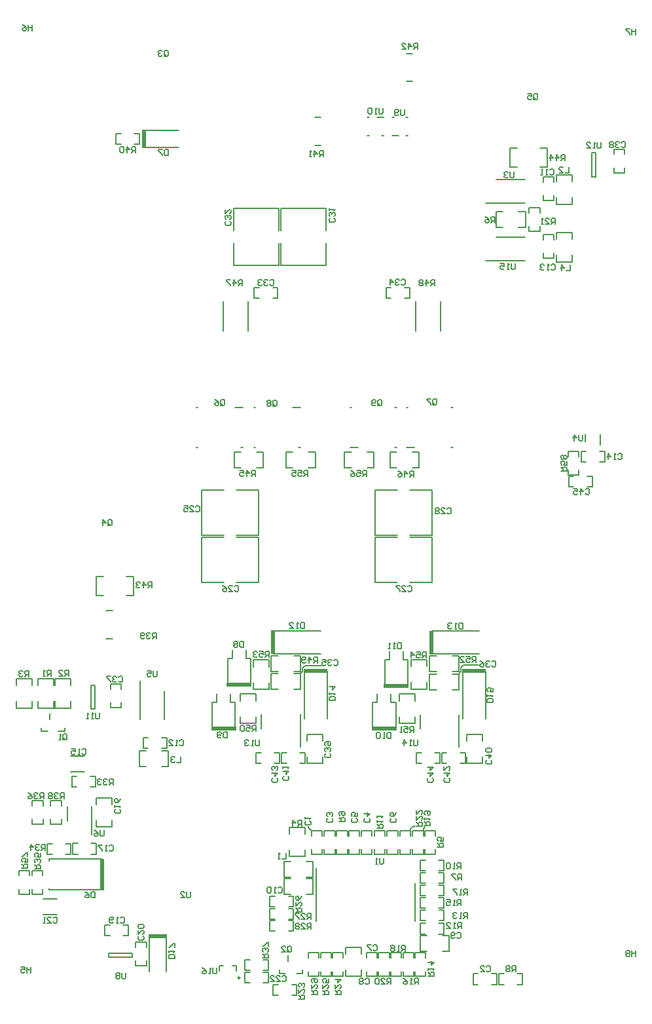
<source format=gbo>
G04 This is an RS-274x file exported by *
G04 gerbv version 2.8.0-rc.1~d7f42a *
G04 More information is available about gerbv at *
G04 https://gerbv.github.io/ *
G04 --End of header info--*
%MOIN*%
%FSLAX36Y36*%
%IPPOS*%
G04 --Define apertures--*
%ADD10C,0.0079*%
%ADD11C,0.0070*%
%ADD12C,0.0080*%
%ADD13C,0.0060*%
%ADD14C,0.0100*%
%ADD15C,0.0098*%
%ADD16C,0.0067*%
%ADD17R,0.0079X0.0325*%
%ADD18R,0.1240X0.0200*%
%ADD19R,0.0200X0.1240*%
%ADD20R,0.1260X0.0200*%
%ADD21R,0.0200X0.0920*%
%ADD22R,0.0200X0.1640*%
%ADD23R,0.0920X0.0200*%
G04 --Start main section--*
G54D10*
G01X2366090Y2214350D02*
G01X2366090Y2241910D01*
G01X2346400Y2241910D02*
G01X2366090Y2241910D01*
G01X2279470Y2214350D02*
G01X2279470Y2241910D01*
G01X2279470Y2241910D02*
G01X2299160Y2241910D01*
G01X3302030Y3448870D02*
G01X3302030Y3519740D01*
G01X3498880Y3354390D02*
G01X3498880Y3519740D01*
G01X2493280Y3449210D02*
G01X2493280Y3520080D01*
G01X2690130Y3354720D02*
G01X2690130Y3520080D01*
G01X4174160Y6254920D02*
G01X4174160Y6376970D01*
G01X4193850Y6254920D02*
G01X4193850Y6376970D01*
G01X4174160Y6254920D02*
G01X4193850Y6254920D01*
G01X4174160Y6376970D02*
G01X4193850Y6376970D01*
G01X1625480Y3546980D02*
G01X1625480Y3669020D01*
G01X1645160Y3546980D02*
G01X1645160Y3669020D01*
G01X1625480Y3546980D02*
G01X1645160Y3546980D01*
G01X1625480Y3669020D02*
G01X1645160Y3669020D01*
G01X3104690Y6464760D02*
G01X3114530Y6464760D01*
G01X3031850Y6464760D02*
G01X3041690Y6464760D01*
G01X3031850Y6559240D02*
G01X3041690Y6559240D01*
G01X3081060Y6559240D02*
G01X3114530Y6559240D01*
G01X3156850Y6559240D02*
G01X3166690Y6559240D01*
G01X3229690Y6559240D02*
G01X3239530Y6559240D01*
G01X3229690Y6464760D02*
G01X3239530Y6464760D01*
G01X3156850Y6464760D02*
G01X3190320Y6464760D01*
G01X1714090Y2286310D02*
G01X1836140Y2286310D01*
G01X1714090Y2306000D02*
G01X1836140Y2306000D01*
G01X1836140Y2286310D02*
G01X1836140Y2306000D01*
G01X1714090Y2286310D02*
G01X1714090Y2306000D01*
G01X1505010Y2978110D02*
G01X1505010Y3052910D01*
G01X1627050Y2907240D02*
G01X1627050Y3052910D01*
G01X4143100Y4906780D02*
G01X4143100Y4946150D01*
G01X4217910Y4891030D02*
G01X4217910Y4946150D01*
G01X3636410Y6120360D02*
G01X3835230Y6120360D01*
G01X3689560Y6242410D02*
G01X3835230Y6242410D01*
G01X3275220Y2467540D02*
G01X3275220Y2660460D01*
G01X2772270Y2467540D02*
G01X2772270Y2739200D01*
G01X3231440Y6882870D02*
G01X3262940Y6882870D01*
G01X3231440Y6741130D02*
G01X3262940Y6741130D01*
G01X2763440Y6415130D02*
G01X2794940Y6415130D01*
G01X2763440Y6556870D02*
G01X2794940Y6556870D01*
G01X1702440Y4046870D02*
G01X1733940Y4046870D01*
G01X1702440Y3905130D02*
G01X1733940Y3905130D01*
G01X2944080Y4876640D02*
G01X2983450Y4876640D01*
G01X3172430Y4876640D02*
G01X3180300Y4876640D01*
G01X3172430Y5081360D02*
G01X3180300Y5081360D01*
G01X2944080Y5081360D02*
G01X2951950Y5081360D01*
G01X2651510Y5081290D02*
G01X2690880Y5081290D01*
G01X2454660Y5081290D02*
G01X2462530Y5081290D01*
G01X2454660Y4876570D02*
G01X2462530Y4876570D01*
G01X2683010Y4876570D02*
G01X2690880Y4876570D01*
G01X3231040Y4876720D02*
G01X3270410Y4876720D01*
G01X3459390Y4876720D02*
G01X3467260Y4876720D01*
G01X3459390Y5081450D02*
G01X3467260Y5081450D01*
G01X3231040Y5081450D02*
G01X3238910Y5081450D01*
G01X2357470Y5081380D02*
G01X2396840Y5081380D01*
G01X2160620Y5081380D02*
G01X2168500Y5081380D01*
G01X2160620Y4876650D02*
G01X2168500Y4876650D01*
G01X2388970Y4876650D02*
G01X2396840Y4876650D01*
G01X2670210Y2201440D02*
G01X2701700Y2201440D01*
G01X2701700Y2201440D02*
G01X2701700Y2221130D01*
G01X2583590Y2201440D02*
G01X2615090Y2201440D01*
G01X2583590Y2201440D02*
G01X2583590Y2221130D01*
G01X1458750Y3433440D02*
G01X1490240Y3433440D01*
G01X1490240Y3433440D02*
G01X1490240Y3453130D01*
G01X1372130Y3433440D02*
G01X1403630Y3433440D01*
G01X1372130Y3433440D02*
G01X1372130Y3453130D01*
G01X1875550Y3493960D02*
G01X1875550Y3692780D01*
G01X1997600Y3493960D02*
G01X1997600Y3639630D01*
G01X3636410Y5826590D02*
G01X3835230Y5826590D01*
G01X3689560Y5948640D02*
G01X3835230Y5948640D01*
G01X2425240Y5473200D02*
G01X2425240Y5622800D01*
G01X2299250Y5473200D02*
G01X2299250Y5622800D01*
G01X3405240Y5473050D02*
G01X3405240Y5622660D01*
G01X3279250Y5473050D02*
G01X3279250Y5622660D01*
G54D11*
G01X4057210Y4676730D02*
G01X4083190Y4676730D01*
G01X4057210Y4676730D02*
G01X4057210Y4731200D01*
G01X4057210Y4731200D02*
G01X4083190Y4731200D01*
G01X4151190Y4731200D02*
G01X4177170Y4731200D01*
G01X4177170Y4676730D02*
G01X4177170Y4731200D01*
G01X4151190Y4676730D02*
G01X4177170Y4676730D01*
G01X4054920Y4833000D02*
G01X4054920Y4858980D01*
G01X4054920Y4858980D02*
G01X4109390Y4858980D01*
G01X4109390Y4833000D02*
G01X4109390Y4858980D01*
G01X4109390Y4739020D02*
G01X4109390Y4765000D01*
G01X4054920Y4739020D02*
G01X4109390Y4739020D01*
G01X4054920Y4739020D02*
G01X4054920Y4765000D01*
G01X1257730Y2700000D02*
G01X1257730Y2725980D01*
G01X1257730Y2725980D02*
G01X1312200Y2725980D01*
G01X1312200Y2700000D02*
G01X1312200Y2725980D01*
G01X1312200Y2606020D02*
G01X1312200Y2632000D01*
G01X1257730Y2606020D02*
G01X1312200Y2606020D01*
G01X1257730Y2606020D02*
G01X1257730Y2632000D01*
G01X2916190Y4774000D02*
G01X2950190Y4774000D01*
G01X2916190Y4774000D02*
G01X2916190Y4814000D01*
G01X2916190Y4814000D02*
G01X2916190Y4854000D01*
G01X2916190Y4854000D02*
G01X2950190Y4854000D01*
G01X3030190Y4854000D02*
G01X3064190Y4854000D01*
G01X3064190Y4814000D02*
G01X3064190Y4854000D01*
G01X3064190Y4774000D02*
G01X3064190Y4814000D01*
G01X3030190Y4774000D02*
G01X3064190Y4774000D01*
G01X2618730Y4774020D02*
G01X2652730Y4774020D01*
G01X2618730Y4774020D02*
G01X2618730Y4814020D01*
G01X2618730Y4814020D02*
G01X2618730Y4854020D01*
G01X2618730Y4854020D02*
G01X2652730Y4854020D01*
G01X2732730Y4854020D02*
G01X2766730Y4854020D01*
G01X2766730Y4814020D02*
G01X2766730Y4854020D01*
G01X2766730Y4774020D02*
G01X2766730Y4814020D01*
G01X2732730Y4774020D02*
G01X2766730Y4774020D01*
G01X3253730Y3763310D02*
G01X3253730Y3797310D01*
G01X3253730Y3797310D02*
G01X3293730Y3797310D01*
G01X3293730Y3797310D02*
G01X3333730Y3797310D01*
G01X3333730Y3763310D02*
G01X3333730Y3797310D01*
G01X3333730Y3649310D02*
G01X3333730Y3683310D01*
G01X3293730Y3649310D02*
G01X3333730Y3649310D01*
G01X3253730Y3649310D02*
G01X3293730Y3649310D01*
G01X3253730Y3649310D02*
G01X3253730Y3683310D01*
G01X2531710Y3648640D02*
G01X2531710Y3682640D01*
G01X2491710Y3648640D02*
G01X2531710Y3648640D01*
G01X2451710Y3648640D02*
G01X2491710Y3648640D01*
G01X2451710Y3648640D02*
G01X2451710Y3682640D01*
G01X2451710Y3762640D02*
G01X2451710Y3796640D01*
G01X2451710Y3796640D02*
G01X2491710Y3796640D01*
G01X2491710Y3796640D02*
G01X2531710Y3796640D01*
G01X2531710Y3762640D02*
G01X2531710Y3796640D01*
G01X3463460Y3818310D02*
G01X3497460Y3818310D01*
G01X3497460Y3778310D02*
G01X3497460Y3818310D01*
G01X3497460Y3738310D02*
G01X3497460Y3778310D01*
G01X3463460Y3738310D02*
G01X3497460Y3738310D01*
G01X3349460Y3738310D02*
G01X3383460Y3738310D01*
G01X3349460Y3738310D02*
G01X3349460Y3778310D01*
G01X3349460Y3778310D02*
G01X3349460Y3818310D01*
G01X3349460Y3818310D02*
G01X3383460Y3818310D01*
G01X3195460Y3589310D02*
G01X3195460Y3623310D01*
G01X3195460Y3623310D02*
G01X3235460Y3623310D01*
G01X3235460Y3623310D02*
G01X3275460Y3623310D01*
G01X3275460Y3589310D02*
G01X3275460Y3623310D01*
G01X3275460Y3475310D02*
G01X3275460Y3509310D01*
G01X3235460Y3475310D02*
G01X3275460Y3475310D01*
G01X3195460Y3475310D02*
G01X3235460Y3475310D01*
G01X3195460Y3475310D02*
G01X3195460Y3509310D01*
G01X2383710Y3589640D02*
G01X2383710Y3623640D01*
G01X2383710Y3623640D02*
G01X2423710Y3623640D01*
G01X2423710Y3623640D02*
G01X2463710Y3623640D01*
G01X2463710Y3589640D02*
G01X2463710Y3623640D01*
G01X2463710Y3475640D02*
G01X2463710Y3509640D01*
G01X2423710Y3475640D02*
G01X2463710Y3475640D01*
G01X2383710Y3475640D02*
G01X2423710Y3475640D01*
G01X2383710Y3475640D02*
G01X2383710Y3509640D01*
G01X2656710Y3818640D02*
G01X2690710Y3818640D01*
G01X2690710Y3778640D02*
G01X2690710Y3818640D01*
G01X2690710Y3738640D02*
G01X2690710Y3778640D01*
G01X2656710Y3738640D02*
G01X2690710Y3738640D01*
G01X2542710Y3738640D02*
G01X2576710Y3738640D01*
G01X2542710Y3738640D02*
G01X2542710Y3778640D01*
G01X2542710Y3778640D02*
G01X2542710Y3818640D01*
G01X2542710Y3818640D02*
G01X2576710Y3818640D01*
G01X3261190Y4854000D02*
G01X3295190Y4854000D01*
G01X3295190Y4814000D02*
G01X3295190Y4854000D01*
G01X3295190Y4774000D02*
G01X3295190Y4814000D01*
G01X3261190Y4774000D02*
G01X3295190Y4774000D01*
G01X3147190Y4774000D02*
G01X3181190Y4774000D01*
G01X3147190Y4774000D02*
G01X3147190Y4814000D01*
G01X3147190Y4814000D02*
G01X3147190Y4854000D01*
G01X3147190Y4854000D02*
G01X3181190Y4854000D01*
G01X2468730Y4854020D02*
G01X2502730Y4854020D01*
G01X2502730Y4814020D02*
G01X2502730Y4854020D01*
G01X2502730Y4774020D02*
G01X2502730Y4814020D01*
G01X2468730Y4774020D02*
G01X2502730Y4774020D01*
G01X2354730Y4774020D02*
G01X2388730Y4774020D01*
G01X2354730Y4774020D02*
G01X2354730Y4814020D01*
G01X2354730Y4814020D02*
G01X2354730Y4854020D01*
G01X2354730Y4854020D02*
G01X2388730Y4854020D01*
G01X3758700Y6306360D02*
G01X3794130Y6306360D01*
G01X3758700Y6306360D02*
G01X3758700Y6401640D01*
G01X3758700Y6401640D02*
G01X3794130Y6401640D01*
G01X3912240Y6401640D02*
G01X3947680Y6401640D01*
G01X3947680Y6306360D02*
G01X3947680Y6401640D01*
G01X3912240Y6306360D02*
G01X3947680Y6306360D01*
G01X1805240Y4220640D02*
G01X1840680Y4220640D01*
G01X1840680Y4125360D02*
G01X1840680Y4220640D01*
G01X1805240Y4125360D02*
G01X1840680Y4125360D01*
G01X1651700Y4125360D02*
G01X1687130Y4125360D01*
G01X1651700Y4125360D02*
G01X1651700Y4220640D01*
G01X1651700Y4220640D02*
G01X1687130Y4220640D01*
G01X1325880Y3055000D02*
G01X1325880Y3080980D01*
G01X1325880Y3080980D02*
G01X1380340Y3080980D01*
G01X1380340Y3055000D02*
G01X1380340Y3080980D01*
G01X1380340Y2961020D02*
G01X1380340Y2987000D01*
G01X1325880Y2961020D02*
G01X1380340Y2961020D01*
G01X1325880Y2961020D02*
G01X1325880Y2987000D01*
G01X1324880Y2700000D02*
G01X1324880Y2725980D01*
G01X1324880Y2725980D02*
G01X1379340Y2725980D01*
G01X1379340Y2700000D02*
G01X1379340Y2725980D01*
G01X1379340Y2606020D02*
G01X1379340Y2632000D01*
G01X1324880Y2606020D02*
G01X1379340Y2606020D01*
G01X1324880Y2606020D02*
G01X1324880Y2632000D01*
G01X1401660Y2807730D02*
G01X1427650Y2807730D01*
G01X1401660Y2807730D02*
G01X1401660Y2862200D01*
G01X1401660Y2862200D02*
G01X1427650Y2862200D01*
G01X1495650Y2862200D02*
G01X1521630Y2862200D01*
G01X1521630Y2807730D02*
G01X1521630Y2862200D01*
G01X1495650Y2807730D02*
G01X1521630Y2807730D01*
G01X1621190Y3205270D02*
G01X1647170Y3205270D01*
G01X1647170Y3150800D02*
G01X1647170Y3205270D01*
G01X1621190Y3150800D02*
G01X1647170Y3150800D01*
G01X1527210Y3150800D02*
G01X1553190Y3150800D01*
G01X1527210Y3150800D02*
G01X1527210Y3205270D01*
G01X1527210Y3205270D02*
G01X1553190Y3205270D01*
G01X2785910Y2187020D02*
G01X2785910Y2213000D01*
G01X2731450Y2187020D02*
G01X2785910Y2187020D01*
G01X2731450Y2187020D02*
G01X2731450Y2213000D01*
G01X2731450Y2281000D02*
G01X2731450Y2306980D01*
G01X2731450Y2306980D02*
G01X2785910Y2306980D01*
G01X2785910Y2281000D02*
G01X2785910Y2306980D01*
G01X2847910Y2187020D02*
G01X2847910Y2213000D01*
G01X2793450Y2187020D02*
G01X2847910Y2187020D01*
G01X2793450Y2187020D02*
G01X2793450Y2213000D01*
G01X2793450Y2281000D02*
G01X2793450Y2306980D01*
G01X2793450Y2306980D02*
G01X2847910Y2306980D01*
G01X2847910Y2281000D02*
G01X2847910Y2306980D01*
G01X2909910Y2187020D02*
G01X2909910Y2213000D01*
G01X2855450Y2187020D02*
G01X2909910Y2187020D01*
G01X2855450Y2187020D02*
G01X2855450Y2213000D01*
G01X2855450Y2281000D02*
G01X2855450Y2306980D01*
G01X2855450Y2306980D02*
G01X2909910Y2306980D01*
G01X2909910Y2281000D02*
G01X2909910Y2306980D01*
G01X2552660Y2091730D02*
G01X2578650Y2091730D01*
G01X2552660Y2091730D02*
G01X2552660Y2146200D01*
G01X2552660Y2146200D02*
G01X2578650Y2146200D01*
G01X2646650Y2146200D02*
G01X2672630Y2146200D01*
G01X2672630Y2091730D02*
G01X2672630Y2146200D01*
G01X2646650Y2091730D02*
G01X2672630Y2091730D01*
G01X3856420Y6072000D02*
G01X3856420Y6097980D01*
G01X3856420Y6097980D02*
G01X3910890Y6097980D01*
G01X3910890Y6072000D02*
G01X3910890Y6097980D01*
G01X3910890Y5978020D02*
G01X3910890Y6004000D01*
G01X3856420Y5978020D02*
G01X3910890Y5978020D01*
G01X3856420Y5978020D02*
G01X3856420Y6004000D01*
G01X3262920Y2902500D02*
G01X3262920Y2928480D01*
G01X3262920Y2928480D02*
G01X3317390Y2928480D01*
G01X3317390Y2902500D02*
G01X3317390Y2928480D01*
G01X3317390Y2808510D02*
G01X3317390Y2834500D01*
G01X3262920Y2808510D02*
G01X3317390Y2808510D01*
G01X3262920Y2808510D02*
G01X3262920Y2834500D01*
G01X3302210Y2402730D02*
G01X3328190Y2402730D01*
G01X3302210Y2402730D02*
G01X3302210Y2457200D01*
G01X3302210Y2457200D02*
G01X3328190Y2457200D01*
G01X3396190Y2457200D02*
G01X3422170Y2457200D01*
G01X3422170Y2402730D02*
G01X3422170Y2457200D01*
G01X3396190Y2402730D02*
G01X3422170Y2402730D01*
G01X3302210Y2724730D02*
G01X3328190Y2724730D01*
G01X3302210Y2724730D02*
G01X3302210Y2779200D01*
G01X3302210Y2779200D02*
G01X3328190Y2779200D01*
G01X3396190Y2779200D02*
G01X3422170Y2779200D01*
G01X3422170Y2724730D02*
G01X3422170Y2779200D01*
G01X3396190Y2724730D02*
G01X3422170Y2724730D01*
G01X3795190Y2200270D02*
G01X3821170Y2200270D01*
G01X3821170Y2145800D02*
G01X3821170Y2200270D01*
G01X3795190Y2145800D02*
G01X3821170Y2145800D01*
G01X3701210Y2145800D02*
G01X3727190Y2145800D01*
G01X3701210Y2145800D02*
G01X3701210Y2200270D01*
G01X3701210Y2200270D02*
G01X3727190Y2200270D01*
G01X3802690Y6077000D02*
G01X3836680Y6077000D01*
G01X3836680Y6037000D02*
G01X3836680Y6077000D01*
G01X3836680Y5997000D02*
G01X3836680Y6037000D01*
G01X3802690Y5997000D02*
G01X3836680Y5997000D01*
G01X3688680Y5997000D02*
G01X3722690Y5997000D01*
G01X3688680Y5997000D02*
G01X3688680Y6037000D01*
G01X3688680Y6037000D02*
G01X3688680Y6077000D01*
G01X3688680Y6077000D02*
G01X3722690Y6077000D01*
G01X3379460Y2808510D02*
G01X3379460Y2834500D01*
G01X3324990Y2808510D02*
G01X3379460Y2808510D01*
G01X3324990Y2808510D02*
G01X3324990Y2834500D01*
G01X3324990Y2902500D02*
G01X3324990Y2928480D01*
G01X3324990Y2928480D02*
G01X3379460Y2928480D01*
G01X3379460Y2902500D02*
G01X3379460Y2928480D01*
G01X2716190Y2798000D02*
G01X2716190Y2832000D01*
G01X2676190Y2798000D02*
G01X2716190Y2798000D01*
G01X2636190Y2798000D02*
G01X2676190Y2798000D01*
G01X2636190Y2798000D02*
G01X2636190Y2832000D01*
G01X2636190Y2912000D02*
G01X2636190Y2946000D01*
G01X2636190Y2946000D02*
G01X2676190Y2946000D01*
G01X2676190Y2946000D02*
G01X2716190Y2946000D01*
G01X2716190Y2912000D02*
G01X2716190Y2946000D01*
G01X1324190Y3553000D02*
G01X1324190Y3587000D01*
G01X1284190Y3553000D02*
G01X1324190Y3553000D01*
G01X1244190Y3553000D02*
G01X1284190Y3553000D01*
G01X1244190Y3553000D02*
G01X1244190Y3587000D01*
G01X1244190Y3667000D02*
G01X1244190Y3701000D01*
G01X1244190Y3701000D02*
G01X1284190Y3701000D01*
G01X1284190Y3701000D02*
G01X1324190Y3701000D01*
G01X1324190Y3667000D02*
G01X1324190Y3701000D01*
G01X1442190Y3667000D02*
G01X1442190Y3701000D01*
G01X1442190Y3701000D02*
G01X1482190Y3701000D01*
G01X1482190Y3701000D02*
G01X1522190Y3701000D01*
G01X1522190Y3667000D02*
G01X1522190Y3701000D01*
G01X1522190Y3553000D02*
G01X1522190Y3587000D01*
G01X1482190Y3553000D02*
G01X1522190Y3553000D01*
G01X1442190Y3553000D02*
G01X1482190Y3553000D01*
G01X1442190Y3553000D02*
G01X1442190Y3587000D01*
G01X1354190Y3667000D02*
G01X1354190Y3701000D01*
G01X1354190Y3701000D02*
G01X1394190Y3701000D01*
G01X1394190Y3701000D02*
G01X1434190Y3701000D01*
G01X1434190Y3667000D02*
G01X1434190Y3701000D01*
G01X1434190Y3553000D02*
G01X1434190Y3587000D01*
G01X1394190Y3553000D02*
G01X1434190Y3553000D01*
G01X1354190Y3553000D02*
G01X1394190Y3553000D01*
G01X1354190Y3553000D02*
G01X1354190Y3587000D01*
G01X4075190Y6116390D02*
G01X4075190Y6150390D01*
G01X4035190Y6116390D02*
G01X4075190Y6116390D01*
G01X3995190Y6116390D02*
G01X4035190Y6116390D01*
G01X3995190Y6116390D02*
G01X3995190Y6150390D01*
G01X3995190Y6230390D02*
G01X3995190Y6264390D01*
G01X3995190Y6264390D02*
G01X4035190Y6264390D01*
G01X4035190Y6264390D02*
G01X4075190Y6264390D01*
G01X4075190Y6230390D02*
G01X4075190Y6264390D01*
G01X2721190Y2772000D02*
G01X2755190Y2772000D01*
G01X2755190Y2732000D02*
G01X2755190Y2772000D01*
G01X2755190Y2692000D02*
G01X2755190Y2732000D01*
G01X2721190Y2692000D02*
G01X2755190Y2692000D01*
G01X2607190Y2692000D02*
G01X2641190Y2692000D01*
G01X2607190Y2692000D02*
G01X2607190Y2732000D01*
G01X2607190Y2732000D02*
G01X2607190Y2772000D01*
G01X2607190Y2772000D02*
G01X2641190Y2772000D01*
G01X3634960Y3497310D02*
G01X3634960Y3738310D01*
G01X3517960Y3497310D02*
G01X3517960Y3738310D01*
G01X2828210Y3497640D02*
G01X2828210Y3738640D01*
G01X2711210Y3497640D02*
G01X2711210Y3738640D01*
G01X3360730Y3944810D02*
G01X3601730Y3944810D01*
G01X3360730Y3827810D02*
G01X3601730Y3827810D01*
G01X2554160Y3945140D02*
G01X2795170Y3945140D01*
G01X2554160Y3828140D02*
G01X2795170Y3828140D01*
G01X3143730Y3798310D02*
G01X3143730Y3841310D01*
G01X3120230Y3670610D02*
G01X3120230Y3761310D01*
G01X3120230Y3761310D02*
G01X3120230Y3798310D01*
G01X3120230Y3798310D02*
G01X3143730Y3798310D01*
G01X3215730Y3798310D02*
G01X3239230Y3798310D01*
G01X3239230Y3761310D02*
G01X3239230Y3798310D01*
G01X3239230Y3670610D02*
G01X3239230Y3761310D01*
G01X3215730Y3798310D02*
G01X3215730Y3841310D01*
G01X3081190Y3581000D02*
G01X3081190Y3624000D01*
G01X3057690Y3453300D02*
G01X3057690Y3544000D01*
G01X3057690Y3544000D02*
G01X3057690Y3581000D01*
G01X3057690Y3581000D02*
G01X3081190Y3581000D01*
G01X3153190Y3581000D02*
G01X3176690Y3581000D01*
G01X3176690Y3544000D02*
G01X3176690Y3581000D01*
G01X3176690Y3453300D02*
G01X3176690Y3544000D01*
G01X3153190Y3581000D02*
G01X3153190Y3624000D01*
G01X2264160Y3581340D02*
G01X2264160Y3624340D01*
G01X2240660Y3453640D02*
G01X2240660Y3544340D01*
G01X2240660Y3544340D02*
G01X2240660Y3581340D01*
G01X2240660Y3581340D02*
G01X2264160Y3581340D01*
G01X2336160Y3581340D02*
G01X2359660Y3581340D01*
G01X2359660Y3544340D02*
G01X2359660Y3581340D01*
G01X2359660Y3453640D02*
G01X2359660Y3544340D01*
G01X2336160Y3581340D02*
G01X2336160Y3624340D01*
G01X2343710Y3803640D02*
G01X2343710Y3846640D01*
G01X2320210Y3675940D02*
G01X2320210Y3766640D01*
G01X2320210Y3766640D02*
G01X2320210Y3803640D01*
G01X2320210Y3803640D02*
G01X2343710Y3803640D01*
G01X2415710Y3803640D02*
G01X2439210Y3803640D01*
G01X2439210Y3766640D02*
G01X2439210Y3803640D01*
G01X2439210Y3675940D02*
G01X2439210Y3766640D01*
G01X2415710Y3803640D02*
G01X2415710Y3846640D01*
G01X1897190Y6406500D02*
G01X2072190Y6406500D01*
G01X1897190Y6491500D02*
G01X2072190Y6491500D01*
G01X1412140Y2627500D02*
G01X1412140Y2636500D01*
G01X1412140Y2627500D02*
G01X1679140Y2627500D01*
G01X1412140Y2784500D02*
G01X1679140Y2784500D01*
G01X1412140Y2775500D02*
G01X1412140Y2784500D01*
G01X3376460Y3324510D02*
G01X3402440Y3324510D01*
G01X3402440Y3270040D02*
G01X3402440Y3324510D01*
G01X3376460Y3270040D02*
G01X3402440Y3270040D01*
G01X3282470Y3270040D02*
G01X3308460Y3270040D01*
G01X3282470Y3270040D02*
G01X3282470Y3324510D01*
G01X3282470Y3324510D02*
G01X3308460Y3324510D01*
G01X2559710Y3324910D02*
G01X2585690Y3324910D01*
G01X2585690Y3270440D02*
G01X2585690Y3324910D01*
G01X2559710Y3270440D02*
G01X2585690Y3270440D01*
G01X2465730Y3270440D02*
G01X2491710Y3270440D01*
G01X2465730Y3270440D02*
G01X2465730Y3324910D01*
G01X2465730Y3324910D02*
G01X2491710Y3324910D01*
G01X3410470Y3270040D02*
G01X3436460Y3270040D01*
G01X3410470Y3270040D02*
G01X3410470Y3324510D01*
G01X3410470Y3324510D02*
G01X3436460Y3324510D01*
G01X3504460Y3324510D02*
G01X3530440Y3324510D01*
G01X3530440Y3270040D02*
G01X3530440Y3324510D01*
G01X3504460Y3270040D02*
G01X3530440Y3270040D01*
G01X2594730Y3270380D02*
G01X2620710Y3270380D01*
G01X2594730Y3270380D02*
G01X2594730Y3324840D01*
G01X2594730Y3324840D02*
G01X2620710Y3324840D01*
G01X2688710Y3324840D02*
G01X2714690Y3324840D01*
G01X2714690Y3270380D02*
G01X2714690Y3324840D01*
G01X2688710Y3270380D02*
G01X2714690Y3270380D01*
G01X3539460Y3384310D02*
G01X3539460Y3418310D01*
G01X3539460Y3418310D02*
G01X3579460Y3418310D01*
G01X3579460Y3418310D02*
G01X3619460Y3418310D01*
G01X3619460Y3384310D02*
G01X3619460Y3418310D01*
G01X3619460Y3270310D02*
G01X3619460Y3304310D01*
G01X3579460Y3270310D02*
G01X3619460Y3270310D01*
G01X3539460Y3270310D02*
G01X3579460Y3270310D01*
G01X3539460Y3270310D02*
G01X3539460Y3304310D01*
G01X2804710Y3270640D02*
G01X2804710Y3304640D01*
G01X2764710Y3270640D02*
G01X2804710Y3270640D01*
G01X2724710Y3270640D02*
G01X2764710Y3270640D01*
G01X2724710Y3270640D02*
G01X2724710Y3304640D01*
G01X2724710Y3384640D02*
G01X2724710Y3418640D01*
G01X2724710Y3418640D02*
G01X2764710Y3418640D01*
G01X2764710Y3418640D02*
G01X2804710Y3418640D01*
G01X2804710Y3384640D02*
G01X2804710Y3418640D01*
G01X4286740Y6369950D02*
G01X4286740Y6395930D01*
G01X4286740Y6395930D02*
G01X4341210Y6395930D01*
G01X4341210Y6369950D02*
G01X4341210Y6395930D01*
G01X4341210Y6275960D02*
G01X4341210Y6301950D01*
G01X4286740Y6275960D02*
G01X4341210Y6275960D01*
G01X4286740Y6275960D02*
G01X4286740Y6301950D01*
G01X1724060Y3648000D02*
G01X1724060Y3673980D01*
G01X1724060Y3673980D02*
G01X1778520Y3673980D01*
G01X1778520Y3648000D02*
G01X1778520Y3673980D01*
G01X1778520Y3554020D02*
G01X1778520Y3580000D01*
G01X1724060Y3554020D02*
G01X1778520Y3554020D01*
G01X1724060Y3554020D02*
G01X1724060Y3580000D01*
G01X3463460Y3726310D02*
G01X3497460Y3726310D01*
G01X3497460Y3686310D02*
G01X3497460Y3726310D01*
G01X3497460Y3646310D02*
G01X3497460Y3686310D01*
G01X3463460Y3646310D02*
G01X3497460Y3646310D01*
G01X3349460Y3646310D02*
G01X3383460Y3646310D01*
G01X3349460Y3646310D02*
G01X3349460Y3686310D01*
G01X3349460Y3686310D02*
G01X3349460Y3726310D01*
G01X3349460Y3726310D02*
G01X3383460Y3726310D01*
G01X2542710Y3646640D02*
G01X2576710Y3646640D01*
G01X2542710Y3646640D02*
G01X2542710Y3686640D01*
G01X2542710Y3686640D02*
G01X2542710Y3726640D01*
G01X2542710Y3726640D02*
G01X2576710Y3726640D01*
G01X2656710Y3726640D02*
G01X2690710Y3726640D01*
G01X2690710Y3686640D02*
G01X2690710Y3726640D01*
G01X2690710Y3646640D02*
G01X2690710Y3686640D01*
G01X2656710Y3646640D02*
G01X2690710Y3646640D01*
G01X3221240Y5691270D02*
G01X3247230Y5691270D01*
G01X3247230Y5636800D02*
G01X3247230Y5691270D01*
G01X3221240Y5636800D02*
G01X3247230Y5636800D01*
G01X3127260Y5636800D02*
G01X3153240Y5636800D01*
G01X3127260Y5636800D02*
G01X3127260Y5691270D01*
G01X3127260Y5691270D02*
G01X3153240Y5691270D01*
G01X2456260Y5636730D02*
G01X2482240Y5636730D01*
G01X2456260Y5636730D02*
G01X2456260Y5691200D01*
G01X2456260Y5691200D02*
G01X2482240Y5691200D01*
G01X2550240Y5691200D02*
G01X2576230Y5691200D01*
G01X2576230Y5636730D02*
G01X2576230Y5691200D01*
G01X2550240Y5636730D02*
G01X2576230Y5636730D01*
G01X1852850Y2335160D02*
G01X1852850Y2361140D01*
G01X1852850Y2361140D02*
G01X1907320Y2361140D01*
G01X1907320Y2335160D02*
G01X1907320Y2361140D01*
G01X1907320Y2241170D02*
G01X1907320Y2267160D01*
G01X1852850Y2241170D02*
G01X1907320Y2241170D01*
G01X1852850Y2241170D02*
G01X1852850Y2267160D01*
G01X1789120Y2448420D02*
G01X1815100Y2448420D01*
G01X1815100Y2393960D02*
G01X1815100Y2448420D01*
G01X1789120Y2393960D02*
G01X1815100Y2393960D01*
G01X1695140Y2393960D02*
G01X1721120Y2393960D01*
G01X1695140Y2393960D02*
G01X1695140Y2448420D01*
G01X1695140Y2448420D02*
G01X1721120Y2448420D01*
G01X1626140Y2863270D02*
G01X1652120Y2863270D01*
G01X1652120Y2808800D02*
G01X1652120Y2863270D01*
G01X1626140Y2808800D02*
G01X1652120Y2808800D01*
G01X1532160Y2808800D02*
G01X1558140Y2808800D01*
G01X1532160Y2808800D02*
G01X1532160Y2863270D01*
G01X1532160Y2863270D02*
G01X1558140Y2863270D01*
G01X1652140Y3062000D02*
G01X1652140Y3096000D01*
G01X1652140Y3096000D02*
G01X1692140Y3096000D01*
G01X1692140Y3096000D02*
G01X1732140Y3096000D01*
G01X1732140Y3062000D02*
G01X1732140Y3096000D01*
G01X1732140Y2948000D02*
G01X1732140Y2982000D01*
G01X1692140Y2948000D02*
G01X1732140Y2948000D01*
G01X1652140Y2948000D02*
G01X1692140Y2948000D01*
G01X1652140Y2948000D02*
G01X1652140Y2982000D01*
G01X4214500Y4858730D02*
G01X4240490Y4858730D01*
G01X4240490Y4804270D02*
G01X4240490Y4858730D01*
G01X4214500Y4804270D02*
G01X4240490Y4804270D01*
G01X4120520Y4804270D02*
G01X4146500Y4804270D01*
G01X4120520Y4804270D02*
G01X4120520Y4858730D01*
G01X4120520Y4858730D02*
G01X4146500Y4858730D01*
G01X3927930Y6229390D02*
G01X3927930Y6255370D01*
G01X3927930Y6255370D02*
G01X3982390Y6255370D01*
G01X3982390Y6229390D02*
G01X3982390Y6255370D01*
G01X3982390Y6135400D02*
G01X3982390Y6161390D01*
G01X3927930Y6135400D02*
G01X3982390Y6135400D01*
G01X3927930Y6135400D02*
G01X3927930Y6161390D01*
G01X3000650Y2187000D02*
G01X3000650Y2221000D01*
G01X2960650Y2187000D02*
G01X3000650Y2187000D01*
G01X2920650Y2187000D02*
G01X2960650Y2187000D01*
G01X2920650Y2187000D02*
G01X2920650Y2221000D01*
G01X2920650Y2301000D02*
G01X2920650Y2335000D01*
G01X2920650Y2335000D02*
G01X2960650Y2335000D01*
G01X2960650Y2335000D02*
G01X3000650Y2335000D01*
G01X3000650Y2301000D02*
G01X3000650Y2335000D01*
G01X3187190Y2808510D02*
G01X3187190Y2834500D01*
G01X3132720Y2808510D02*
G01X3187190Y2808510D01*
G01X3132720Y2808510D02*
G01X3132720Y2834500D01*
G01X3132720Y2902500D02*
G01X3132720Y2928480D01*
G01X3132720Y2928480D02*
G01X3187190Y2928480D01*
G01X3187190Y2902500D02*
G01X3187190Y2928480D01*
G01X2992190Y2808510D02*
G01X2992190Y2834500D01*
G01X2937720Y2808510D02*
G01X2992190Y2808510D01*
G01X2937720Y2808510D02*
G01X2937720Y2834500D01*
G01X2937720Y2902500D02*
G01X2937720Y2928480D01*
G01X2937720Y2928480D02*
G01X2992190Y2928480D01*
G01X2992190Y2902500D02*
G01X2992190Y2928480D01*
G01X3056190Y2808510D02*
G01X3056190Y2834500D01*
G01X3001720Y2808510D02*
G01X3056190Y2808510D01*
G01X3001720Y2808510D02*
G01X3001720Y2834500D01*
G01X3001720Y2902500D02*
G01X3001720Y2928480D01*
G01X3001720Y2928480D02*
G01X3056190Y2928480D01*
G01X3056190Y2902500D02*
G01X3056190Y2928480D01*
G01X2867460Y2808520D02*
G01X2867460Y2834500D01*
G01X2812990Y2808520D02*
G01X2867460Y2808520D01*
G01X2812990Y2808520D02*
G01X2812990Y2834500D01*
G01X2812990Y2902500D02*
G01X2812990Y2928490D01*
G01X2812990Y2928490D02*
G01X2867460Y2928490D01*
G01X2867460Y2902500D02*
G01X2867460Y2928490D01*
G01X3570210Y2145730D02*
G01X3596190Y2145730D01*
G01X3570210Y2145730D02*
G01X3570210Y2200200D01*
G01X3570210Y2200200D02*
G01X3596190Y2200200D01*
G01X3664190Y2200200D02*
G01X3690170Y2200200D01*
G01X3690170Y2145730D02*
G01X3690170Y2200200D01*
G01X3664190Y2145730D02*
G01X3690170Y2145730D01*
G01X2802450Y2808020D02*
G01X2802450Y2834000D01*
G01X2747990Y2808020D02*
G01X2802450Y2808020D01*
G01X2747990Y2808020D02*
G01X2747990Y2834000D01*
G01X2747990Y2902000D02*
G01X2747990Y2927980D01*
G01X2747990Y2927980D02*
G01X2802450Y2927980D01*
G01X2802450Y2902000D02*
G01X2802450Y2927980D01*
G01X1984580Y3401260D02*
G01X2010560Y3401260D01*
G01X2010560Y3346800D02*
G01X2010560Y3401260D01*
G01X1984580Y3346800D02*
G01X2010560Y3346800D01*
G01X1890590Y3346800D02*
G01X1916570Y3346800D01*
G01X1890590Y3346800D02*
G01X1890590Y3401260D01*
G01X1890590Y3401260D02*
G01X1916570Y3401260D01*
G01X1871570Y3253990D02*
G01X1905580Y3253990D01*
G01X1871570Y3253990D02*
G01X1871570Y3293990D01*
G01X1871570Y3293990D02*
G01X1871570Y3334000D01*
G01X1871570Y3334000D02*
G01X1905580Y3334000D01*
G01X1985570Y3334000D02*
G01X2019580Y3334000D01*
G01X2019580Y3293990D02*
G01X2019580Y3334000D01*
G01X2019580Y3253990D02*
G01X2019580Y3293990D01*
G01X1985570Y3253990D02*
G01X2019580Y3253990D01*
G01X3927930Y5935610D02*
G01X3927930Y5961600D01*
G01X3927930Y5961600D02*
G01X3982390Y5961600D01*
G01X3982390Y5935610D02*
G01X3982390Y5961600D01*
G01X3982390Y5841630D02*
G01X3982390Y5867610D01*
G01X3927930Y5841630D02*
G01X3982390Y5841630D01*
G01X3927930Y5841630D02*
G01X3927930Y5867610D01*
G01X4075190Y5822610D02*
G01X4075190Y5856610D01*
G01X4035190Y5822610D02*
G01X4075190Y5822610D01*
G01X3995190Y5822610D02*
G01X4035190Y5822610D01*
G01X3995190Y5822610D02*
G01X3995190Y5856610D01*
G01X3995190Y5936610D02*
G01X3995190Y5970610D01*
G01X3995190Y5970610D02*
G01X4035190Y5970610D01*
G01X4035190Y5970610D02*
G01X4075190Y5970610D01*
G01X4075190Y5936610D02*
G01X4075190Y5970610D01*
G01X2822890Y5803600D02*
G01X2822890Y5917070D01*
G01X2591480Y5803600D02*
G01X2591480Y5917070D01*
G01X2591480Y5803600D02*
G01X2822890Y5803600D01*
G01X2591480Y6094400D02*
G01X2822890Y6094400D01*
G01X2822890Y5980930D02*
G01X2822890Y6094400D01*
G01X2591480Y5980930D02*
G01X2591480Y6094400D01*
G01X2581890Y5804600D02*
G01X2581890Y5918070D01*
G01X2350480Y5804600D02*
G01X2350480Y5918070D01*
G01X2350480Y5804600D02*
G01X2581890Y5804600D01*
G01X2350480Y6095400D02*
G01X2581890Y6095400D01*
G01X2581890Y5981930D02*
G01X2581890Y6095400D01*
G01X2350480Y5981930D02*
G01X2350480Y6095400D01*
G01X3081910Y2281000D02*
G01X3081910Y2306980D01*
G01X3027450Y2306980D02*
G01X3081910Y2306980D01*
G01X3027450Y2281000D02*
G01X3027450Y2306980D01*
G01X3027450Y2187020D02*
G01X3027450Y2213000D01*
G01X3027450Y2187020D02*
G01X3081910Y2187020D01*
G01X3081910Y2187020D02*
G01X3081910Y2213000D01*
G01X2502190Y2154730D02*
G01X2528170Y2154730D01*
G01X2528170Y2154730D02*
G01X2528170Y2209200D01*
G01X2502190Y2209200D02*
G01X2528170Y2209200D01*
G01X2408210Y2209200D02*
G01X2434190Y2209200D01*
G01X2408210Y2154730D02*
G01X2408210Y2209200D01*
G01X2408210Y2154730D02*
G01X2434190Y2154730D01*
G01X3396190Y2660730D02*
G01X3422170Y2660730D01*
G01X3422170Y2660730D02*
G01X3422170Y2715200D01*
G01X3396190Y2715200D02*
G01X3422170Y2715200D01*
G01X3302210Y2715200D02*
G01X3328190Y2715200D01*
G01X3302210Y2660730D02*
G01X3302210Y2715200D01*
G01X3302210Y2660730D02*
G01X3328190Y2660730D01*
G01X2875660Y2808510D02*
G01X2875660Y2834500D01*
G01X2875660Y2808510D02*
G01X2930120Y2808510D01*
G01X2930120Y2808510D02*
G01X2930120Y2834500D01*
G01X2930120Y2902500D02*
G01X2930120Y2928480D01*
G01X2875660Y2928480D02*
G01X2930120Y2928480D01*
G01X2875660Y2902500D02*
G01X2875660Y2928480D01*
G01X3068720Y2808510D02*
G01X3068720Y2834500D01*
G01X3068720Y2808510D02*
G01X3123190Y2808510D01*
G01X3123190Y2808510D02*
G01X3123190Y2834500D01*
G01X3123190Y2902500D02*
G01X3123190Y2928480D01*
G01X3068720Y2928480D02*
G01X3123190Y2928480D01*
G01X3068720Y2902500D02*
G01X3068720Y2928480D01*
G01X3303210Y2525270D02*
G01X3329190Y2525270D01*
G01X3303210Y2470800D02*
G01X3303210Y2525270D01*
G01X3303210Y2470800D02*
G01X3329190Y2470800D01*
G01X3397190Y2470800D02*
G01X3423170Y2470800D01*
G01X3423170Y2470800D02*
G01X3423170Y2525270D01*
G01X3397190Y2525270D02*
G01X3423170Y2525270D01*
G01X3275380Y2187020D02*
G01X3275380Y2213000D01*
G01X3275380Y2187020D02*
G01X3329850Y2187020D01*
G01X3329850Y2187020D02*
G01X3329850Y2213000D01*
G01X3329850Y2281000D02*
G01X3329850Y2306980D01*
G01X3275380Y2306980D02*
G01X3329850Y2306980D01*
G01X3275380Y2281000D02*
G01X3275380Y2306980D01*
G01X3302210Y2588270D02*
G01X3328190Y2588270D01*
G01X3302210Y2533800D02*
G01X3302210Y2588270D01*
G01X3302210Y2533800D02*
G01X3328190Y2533800D01*
G01X3396190Y2533800D02*
G01X3422170Y2533800D01*
G01X3422170Y2533800D02*
G01X3422170Y2588270D01*
G01X3396190Y2588270D02*
G01X3422170Y2588270D01*
G01X3213380Y2187020D02*
G01X3213380Y2213000D01*
G01X3213380Y2187020D02*
G01X3267850Y2187020D01*
G01X3267850Y2187020D02*
G01X3267850Y2213000D01*
G01X3267850Y2281000D02*
G01X3267850Y2306980D01*
G01X3213380Y2306980D02*
G01X3267850Y2306980D01*
G01X3213380Y2281000D02*
G01X3213380Y2306980D01*
G01X3302210Y2651270D02*
G01X3328190Y2651270D01*
G01X3302210Y2596800D02*
G01X3302210Y2651270D01*
G01X3302210Y2596800D02*
G01X3328190Y2596800D01*
G01X3396190Y2596800D02*
G01X3422170Y2596800D01*
G01X3422170Y2596800D02*
G01X3422170Y2651270D01*
G01X3396190Y2651270D02*
G01X3422170Y2651270D01*
G01X3151380Y2187020D02*
G01X3151380Y2213000D01*
G01X3151380Y2187020D02*
G01X3205850Y2187020D01*
G01X3205850Y2187020D02*
G01X3205850Y2213000D01*
G01X3205850Y2281000D02*
G01X3205850Y2306980D01*
G01X3151380Y2306980D02*
G01X3205850Y2306980D01*
G01X3151380Y2281000D02*
G01X3151380Y2306980D01*
G01X3089380Y2187020D02*
G01X3089380Y2213000D01*
G01X3089380Y2187020D02*
G01X3143850Y2187020D01*
G01X3143850Y2187020D02*
G01X3143850Y2213000D01*
G01X3143850Y2281000D02*
G01X3143850Y2306980D01*
G01X3089380Y2306980D02*
G01X3143850Y2306980D01*
G01X3089380Y2281000D02*
G01X3089380Y2306980D01*
G01X3253190Y2902500D02*
G01X3253190Y2928480D01*
G01X3198720Y2928480D02*
G01X3253190Y2928480D01*
G01X3198720Y2902500D02*
G01X3198720Y2928480D01*
G01X3198720Y2808510D02*
G01X3198720Y2834500D01*
G01X3198720Y2808510D02*
G01X3253190Y2808510D01*
G01X3253190Y2808510D02*
G01X3253190Y2834500D01*
G01X2536210Y2595270D02*
G01X2562190Y2595270D01*
G01X2536210Y2540800D02*
G01X2536210Y2595270D01*
G01X2536210Y2540800D02*
G01X2562190Y2540800D01*
G01X2630190Y2540800D02*
G01X2656170Y2540800D01*
G01X2656170Y2540800D02*
G01X2656170Y2595270D01*
G01X2630190Y2595270D02*
G01X2656170Y2595270D01*
G01X2536210Y2532270D02*
G01X2562190Y2532270D01*
G01X2536210Y2477800D02*
G01X2536210Y2532270D01*
G01X2536210Y2477800D02*
G01X2562190Y2477800D01*
G01X2630190Y2477800D02*
G01X2656170Y2477800D01*
G01X2656170Y2477800D02*
G01X2656170Y2532270D01*
G01X2630190Y2532270D02*
G01X2656170Y2532270D01*
G01X2536210Y2471270D02*
G01X2562190Y2471270D01*
G01X2536210Y2416800D02*
G01X2536210Y2471270D01*
G01X2536210Y2416800D02*
G01X2562190Y2416800D01*
G01X2630190Y2416800D02*
G01X2656170Y2416800D01*
G01X2656170Y2416800D02*
G01X2656170Y2471270D01*
G01X2630190Y2471270D02*
G01X2656170Y2471270D01*
G01X2408210Y2272270D02*
G01X2434190Y2272270D01*
G01X2408210Y2217800D02*
G01X2408210Y2272270D01*
G01X2408210Y2217800D02*
G01X2434190Y2217800D01*
G01X2502190Y2217800D02*
G01X2528170Y2217800D01*
G01X2528170Y2217800D02*
G01X2528170Y2272270D01*
G01X2502190Y2272270D02*
G01X2528170Y2272270D01*
G01X1474410Y3055000D02*
G01X1474410Y3080980D01*
G01X1419940Y3080980D02*
G01X1474410Y3080980D01*
G01X1419940Y3055000D02*
G01X1419940Y3080980D01*
G01X1419940Y2961020D02*
G01X1419940Y2987000D01*
G01X1419940Y2961020D02*
G01X1474410Y2961020D01*
G01X1474410Y2961020D02*
G01X1474410Y2987000D01*
G01X1752210Y6476270D02*
G01X1778190Y6476270D01*
G01X1752210Y6421800D02*
G01X1752210Y6476270D01*
G01X1752210Y6421800D02*
G01X1778190Y6421800D01*
G01X1846190Y6421800D02*
G01X1872170Y6421800D01*
G01X1872170Y6421800D02*
G01X1872170Y6476270D01*
G01X1846190Y6476270D02*
G01X1872170Y6476270D01*
G01X3301190Y2395000D02*
G01X3335190Y2395000D01*
G01X3301190Y2355000D02*
G01X3301190Y2395000D01*
G01X3301190Y2315000D02*
G01X3301190Y2355000D01*
G01X3301190Y2315000D02*
G01X3335190Y2315000D01*
G01X3415190Y2315000D02*
G01X3449190Y2315000D01*
G01X3449190Y2315000D02*
G01X3449190Y2355000D01*
G01X3449190Y2355000D02*
G01X3449190Y2395000D01*
G01X3415190Y2395000D02*
G01X3449190Y2395000D01*
G01X2721190Y2604000D02*
G01X2755190Y2604000D01*
G01X2755190Y2604000D02*
G01X2755190Y2644000D01*
G01X2755190Y2644000D02*
G01X2755190Y2684000D01*
G01X2721190Y2684000D02*
G01X2755190Y2684000D01*
G01X2607190Y2684000D02*
G01X2641190Y2684000D01*
G01X2607190Y2644000D02*
G01X2607190Y2684000D01*
G01X2607190Y2604000D02*
G01X2607190Y2644000D01*
G01X2607190Y2604000D02*
G01X2641190Y2604000D01*
G01X2366120Y4661710D02*
G01X2479590Y4661710D01*
G01X2366120Y4430290D02*
G01X2479590Y4430290D01*
G01X2479590Y4430290D02*
G01X2479590Y4661710D01*
G01X2188790Y4430290D02*
G01X2188790Y4661710D01*
G01X2188790Y4661710D02*
G01X2302260Y4661710D01*
G01X2188790Y4430290D02*
G01X2302260Y4430290D01*
G01X2365480Y4422710D02*
G01X2478950Y4422710D01*
G01X2365480Y4191300D02*
G01X2478950Y4191300D01*
G01X2478950Y4191300D02*
G01X2478950Y4422710D01*
G01X2188150Y4191300D02*
G01X2188150Y4422710D01*
G01X2188150Y4422710D02*
G01X2301620Y4422710D01*
G01X2188150Y4191300D02*
G01X2301620Y4191300D01*
G01X3071430Y4191300D02*
G01X3184890Y4191300D01*
G01X3071430Y4422710D02*
G01X3184890Y4422710D01*
G01X3071430Y4191300D02*
G01X3071430Y4422710D01*
G01X3362230Y4191300D02*
G01X3362230Y4422710D01*
G01X3248760Y4191300D02*
G01X3362230Y4191300D01*
G01X3248760Y4422710D02*
G01X3362230Y4422710D01*
G01X3071430Y4430290D02*
G01X3184890Y4430290D01*
G01X3071430Y4661710D02*
G01X3184890Y4661710D01*
G01X3071430Y4430290D02*
G01X3071430Y4661710D01*
G01X3362230Y4430290D02*
G01X3362230Y4661710D01*
G01X3248760Y4430290D02*
G01X3362230Y4430290D01*
G01X3248760Y4661710D02*
G01X3362230Y4661710D01*
G01X2007640Y2212000D02*
G01X2007640Y2387000D01*
G01X1922640Y2212000D02*
G01X1922640Y2387000D01*
G54D13*
G01X2731190Y2944780D02*
G01X2731190Y2951000D01*
G01X2731190Y2944780D02*
G01X2747990Y2927980D01*
G01X3267190Y2953000D02*
G01X3274190Y2953000D01*
G01X3253190Y2939000D02*
G01X3267190Y2953000D01*
G01X3253190Y2928480D02*
G01X3253190Y2939000D01*
G01X3317390Y2938200D02*
G01X3326190Y2947000D01*
G01X3317390Y2928480D02*
G01X3317390Y2938200D01*
G01X2690710Y3721000D02*
G01X2690710Y3726640D01*
G01X2690710Y3726640D02*
G01X2702190Y3738120D01*
G01X2702190Y3738120D02*
G01X2702190Y3756000D01*
G01X2702190Y3756000D02*
G01X2714190Y3768000D01*
G01X2714190Y3768000D02*
G01X2797190Y3768000D01*
G01X3497460Y3726310D02*
G01X3508190Y3737040D01*
G01X3508190Y3737040D02*
G01X3508190Y3758000D01*
G01X3508190Y3758000D02*
G01X3520190Y3770000D01*
G01X3520190Y3770000D02*
G01X3597190Y3770000D01*
G01X2266190Y2230990D02*
G01X2266190Y2206000D01*
G01X2266190Y2206000D02*
G01X2261190Y2201000D01*
G01X2261190Y2201000D02*
G01X2251190Y2201000D01*
G01X2251190Y2201000D02*
G01X2246200Y2206000D01*
G01X2246200Y2206000D02*
G01X2246200Y2230990D01*
G01X2236200Y2201000D02*
G01X2226200Y2201000D01*
G01X2226200Y2201000D02*
G01X2231200Y2201000D01*
G01X2231200Y2201000D02*
G01X2231200Y2230990D01*
G01X2231200Y2230990D02*
G01X2236200Y2225990D01*
G01X2191210Y2230990D02*
G01X2201210Y2225990D01*
G01X2201210Y2225990D02*
G01X2211210Y2216000D01*
G01X2211210Y2216000D02*
G01X2211210Y2206000D01*
G01X2211210Y2206000D02*
G01X2206210Y2201000D01*
G01X2206210Y2201000D02*
G01X2196210Y2201000D01*
G01X2196210Y2201000D02*
G01X2191210Y2206000D01*
G01X2191210Y2206000D02*
G01X2191210Y2211000D01*
G01X2191210Y2211000D02*
G01X2196210Y2216000D01*
G01X2196210Y2216000D02*
G01X2211210Y2216000D01*
G01X2131190Y2617990D02*
G01X2131190Y2593000D01*
G01X2131190Y2593000D02*
G01X2126190Y2588000D01*
G01X2126190Y2588000D02*
G01X2116190Y2588000D01*
G01X2116190Y2588000D02*
G01X2111200Y2593000D01*
G01X2111200Y2593000D02*
G01X2111200Y2617990D01*
G01X2081200Y2588000D02*
G01X2101200Y2588000D01*
G01X2101200Y2588000D02*
G01X2081200Y2607990D01*
G01X2081200Y2607990D02*
G01X2081200Y2612990D01*
G01X2081200Y2612990D02*
G01X2086200Y2617990D01*
G01X2086200Y2617990D02*
G01X2096200Y2617990D01*
G01X2096200Y2617990D02*
G01X2101200Y2612990D01*
G01X4017190Y4759000D02*
G01X4047180Y4759000D01*
G01X4047180Y4759000D02*
G01X4047180Y4773990D01*
G01X4047180Y4773990D02*
G01X4042180Y4778990D01*
G01X4042180Y4778990D02*
G01X4032180Y4778990D01*
G01X4032180Y4778990D02*
G01X4027190Y4773990D01*
G01X4027190Y4773990D02*
G01X4027190Y4759000D01*
G01X4027190Y4769000D02*
G01X4017190Y4778990D01*
G01X4047180Y4808980D02*
G01X4047180Y4788990D01*
G01X4047180Y4788990D02*
G01X4032180Y4788990D01*
G01X4032180Y4788990D02*
G01X4037180Y4798990D01*
G01X4037180Y4798990D02*
G01X4037180Y4803990D01*
G01X4037180Y4803990D02*
G01X4032180Y4808980D01*
G01X4032180Y4808980D02*
G01X4022190Y4808980D01*
G01X4022190Y4808980D02*
G01X4017190Y4803990D01*
G01X4017190Y4803990D02*
G01X4017190Y4793990D01*
G01X4017190Y4793990D02*
G01X4022190Y4788990D01*
G01X4042180Y4818980D02*
G01X4047180Y4823980D01*
G01X4047180Y4823980D02*
G01X4047180Y4833980D01*
G01X4047180Y4833980D02*
G01X4042180Y4838970D01*
G01X4042180Y4838970D02*
G01X4037180Y4838970D01*
G01X4037180Y4838970D02*
G01X4032180Y4833980D01*
G01X4032180Y4833980D02*
G01X4027190Y4838970D01*
G01X4027190Y4838970D02*
G01X4022190Y4838970D01*
G01X4022190Y4838970D02*
G01X4017190Y4833980D01*
G01X4017190Y4833980D02*
G01X4017190Y4823980D01*
G01X4017190Y4823980D02*
G01X4022190Y4818980D01*
G01X4022190Y4818980D02*
G01X4027190Y4818980D01*
G01X4027190Y4818980D02*
G01X4032180Y4823980D01*
G01X4032180Y4823980D02*
G01X4037180Y4818980D01*
G01X4037180Y4818980D02*
G01X4042180Y4818980D01*
G01X4032180Y4823980D02*
G01X4032180Y4833980D01*
G01X1272190Y2739000D02*
G01X1302180Y2739000D01*
G01X1302180Y2739000D02*
G01X1302180Y2753990D01*
G01X1302180Y2753990D02*
G01X1297180Y2758990D01*
G01X1297180Y2758990D02*
G01X1287180Y2758990D01*
G01X1287180Y2758990D02*
G01X1282190Y2753990D01*
G01X1282190Y2753990D02*
G01X1282190Y2739000D01*
G01X1282190Y2749000D02*
G01X1272190Y2758990D01*
G01X1302180Y2788980D02*
G01X1302180Y2768990D01*
G01X1302180Y2768990D02*
G01X1287180Y2768990D01*
G01X1287180Y2768990D02*
G01X1292180Y2778990D01*
G01X1292180Y2778990D02*
G01X1292180Y2783980D01*
G01X1292180Y2783980D02*
G01X1287180Y2788980D01*
G01X1287180Y2788980D02*
G01X1277190Y2788980D01*
G01X1277190Y2788980D02*
G01X1272190Y2783980D01*
G01X1272190Y2783980D02*
G01X1272190Y2773990D01*
G01X1272190Y2773990D02*
G01X1277190Y2768990D01*
G01X1302180Y2798980D02*
G01X1302180Y2818970D01*
G01X1302180Y2818970D02*
G01X1297180Y2818970D01*
G01X1297180Y2818970D02*
G01X1277190Y2798980D01*
G01X1277190Y2798980D02*
G01X1272190Y2798980D01*
G01X4142200Y4663990D02*
G01X4147190Y4668990D01*
G01X4147190Y4668990D02*
G01X4157190Y4668990D01*
G01X4157190Y4668990D02*
G01X4162190Y4663990D01*
G01X4162190Y4663990D02*
G01X4162190Y4644000D01*
G01X4162190Y4644000D02*
G01X4157190Y4639000D01*
G01X4157190Y4639000D02*
G01X4147190Y4639000D01*
G01X4147190Y4639000D02*
G01X4142200Y4644000D01*
G01X4117200Y4639000D02*
G01X4117200Y4668990D01*
G01X4117200Y4668990D02*
G01X4132200Y4654000D01*
G01X4132200Y4654000D02*
G01X4112210Y4654000D01*
G01X4082210Y4668990D02*
G01X4102210Y4668990D01*
G01X4102210Y4668990D02*
G01X4102210Y4654000D01*
G01X4102210Y4654000D02*
G01X4092210Y4658990D01*
G01X4092210Y4658990D02*
G01X4087210Y4658990D01*
G01X4087210Y4658990D02*
G01X4082210Y4654000D01*
G01X4082210Y4654000D02*
G01X4082210Y4644000D01*
G01X4082210Y4644000D02*
G01X4087210Y4639000D01*
G01X4087210Y4639000D02*
G01X4097210Y4639000D01*
G01X4097210Y4639000D02*
G01X4102210Y4644000D01*
G01X2050180Y2279000D02*
G01X2020190Y2279000D01*
G01X2020190Y2279000D02*
G01X2020190Y2293990D01*
G01X2020190Y2293990D02*
G01X2025190Y2298990D01*
G01X2025190Y2298990D02*
G01X2045180Y2298990D01*
G01X2045180Y2298990D02*
G01X2050180Y2293990D01*
G01X2050180Y2293990D02*
G01X2050180Y2279000D01*
G01X2020190Y2308990D02*
G01X2020190Y2318990D01*
G01X2020190Y2318990D02*
G01X2020190Y2313990D01*
G01X2020190Y2313990D02*
G01X2050180Y2313990D01*
G01X2050180Y2313990D02*
G01X2045180Y2308990D01*
G01X2050180Y2333980D02*
G01X2050180Y2353980D01*
G01X2050180Y2353980D02*
G01X2045180Y2353980D01*
G01X2045180Y2353980D02*
G01X2025190Y2333980D01*
G01X2025190Y2333980D02*
G01X2020190Y2333980D01*
G01X3288190Y3389990D02*
G01X3288190Y3365000D01*
G01X3288190Y3365000D02*
G01X3283190Y3360000D01*
G01X3283190Y3360000D02*
G01X3273190Y3360000D01*
G01X3273190Y3360000D02*
G01X3268190Y3365000D01*
G01X3268190Y3365000D02*
G01X3268190Y3389990D01*
G01X3258200Y3360000D02*
G01X3248200Y3360000D01*
G01X3248200Y3360000D02*
G01X3253200Y3360000D01*
G01X3253200Y3360000D02*
G01X3253200Y3389990D01*
G01X3253200Y3389990D02*
G01X3258200Y3384990D01*
G01X3218210Y3360000D02*
G01X3218210Y3389990D01*
G01X3218210Y3389990D02*
G01X3233210Y3374990D01*
G01X3233210Y3374990D02*
G01X3213210Y3374990D01*
G01X2482190Y3389990D02*
G01X2482190Y3365000D01*
G01X2482190Y3365000D02*
G01X2477190Y3360000D01*
G01X2477190Y3360000D02*
G01X2467190Y3360000D01*
G01X2467190Y3360000D02*
G01X2462190Y3365000D01*
G01X2462190Y3365000D02*
G01X2462190Y3389990D01*
G01X2452200Y3360000D02*
G01X2442200Y3360000D01*
G01X2442200Y3360000D02*
G01X2447200Y3360000D01*
G01X2447200Y3360000D02*
G01X2447200Y3389990D01*
G01X2447200Y3389990D02*
G01X2452200Y3384990D01*
G01X2427210Y3384990D02*
G01X2422210Y3389990D01*
G01X2422210Y3389990D02*
G01X2412210Y3389990D01*
G01X2412210Y3389990D02*
G01X2407210Y3384990D01*
G01X2407210Y3384990D02*
G01X2407210Y3379990D01*
G01X2407210Y3379990D02*
G01X2412210Y3374990D01*
G01X2412210Y3374990D02*
G01X2417210Y3374990D01*
G01X2417210Y3374990D02*
G01X2412210Y3374990D01*
G01X2412210Y3374990D02*
G01X2407210Y3370000D01*
G01X2407210Y3370000D02*
G01X2407210Y3365000D01*
G01X2407210Y3365000D02*
G01X2412210Y3360000D01*
G01X2412210Y3360000D02*
G01X2422210Y3360000D01*
G01X2422210Y3360000D02*
G01X2427210Y3365000D01*
G01X4223190Y6430990D02*
G01X4223190Y6406000D01*
G01X4223190Y6406000D02*
G01X4218190Y6401000D01*
G01X4218190Y6401000D02*
G01X4208190Y6401000D01*
G01X4208190Y6401000D02*
G01X4203200Y6406000D01*
G01X4203200Y6406000D02*
G01X4203200Y6430990D01*
G01X4193200Y6401000D02*
G01X4183200Y6401000D01*
G01X4183200Y6401000D02*
G01X4188200Y6401000D01*
G01X4188200Y6401000D02*
G01X4188200Y6430990D01*
G01X4188200Y6430990D02*
G01X4193200Y6425990D01*
G01X4148210Y6401000D02*
G01X4168210Y6401000D01*
G01X4168210Y6401000D02*
G01X4148210Y6420990D01*
G01X4148210Y6420990D02*
G01X4148210Y6425990D01*
G01X4148210Y6425990D02*
G01X4153210Y6430990D01*
G01X4153210Y6430990D02*
G01X4163210Y6430990D01*
G01X4163210Y6430990D02*
G01X4168210Y6425990D01*
G01X1668190Y3527990D02*
G01X1668190Y3503000D01*
G01X1668190Y3503000D02*
G01X1663190Y3498000D01*
G01X1663190Y3498000D02*
G01X1653190Y3498000D01*
G01X1653190Y3498000D02*
G01X1648200Y3503000D01*
G01X1648200Y3503000D02*
G01X1648200Y3527990D01*
G01X1638200Y3498000D02*
G01X1628200Y3498000D01*
G01X1628200Y3498000D02*
G01X1633200Y3498000D01*
G01X1633200Y3498000D02*
G01X1633200Y3527990D01*
G01X1633200Y3527990D02*
G01X1638200Y3522990D01*
G01X1613210Y3498000D02*
G01X1603210Y3498000D01*
G01X1603210Y3498000D02*
G01X1608210Y3498000D01*
G01X1608210Y3498000D02*
G01X1608210Y3527990D01*
G01X1608210Y3527990D02*
G01X1613210Y3522990D01*
G01X3110190Y6604990D02*
G01X3110190Y6580000D01*
G01X3110190Y6580000D02*
G01X3105190Y6575000D01*
G01X3105190Y6575000D02*
G01X3095190Y6575000D01*
G01X3095190Y6575000D02*
G01X3090190Y6580000D01*
G01X3090190Y6580000D02*
G01X3090190Y6604990D01*
G01X3080200Y6575000D02*
G01X3070200Y6575000D01*
G01X3070200Y6575000D02*
G01X3075200Y6575000D01*
G01X3075200Y6575000D02*
G01X3075200Y6604990D01*
G01X3075200Y6604990D02*
G01X3080200Y6599990D01*
G01X3055210Y6599990D02*
G01X3050210Y6604990D01*
G01X3050210Y6604990D02*
G01X3040210Y6604990D01*
G01X3040210Y6604990D02*
G01X3035210Y6599990D01*
G01X3035210Y6599990D02*
G01X3035210Y6580000D01*
G01X3035210Y6580000D02*
G01X3040210Y6575000D01*
G01X3040210Y6575000D02*
G01X3050210Y6575000D01*
G01X3050210Y6575000D02*
G01X3055210Y6580000D01*
G01X3055210Y6580000D02*
G01X3055210Y6599990D01*
G01X3221190Y6597990D02*
G01X3221190Y6573000D01*
G01X3221190Y6573000D02*
G01X3216190Y6568000D01*
G01X3216190Y6568000D02*
G01X3206190Y6568000D01*
G01X3206190Y6568000D02*
G01X3201200Y6573000D01*
G01X3201200Y6573000D02*
G01X3201200Y6597990D01*
G01X3191200Y6573000D02*
G01X3186200Y6568000D01*
G01X3186200Y6568000D02*
G01X3176200Y6568000D01*
G01X3176200Y6568000D02*
G01X3171210Y6573000D01*
G01X3171210Y6573000D02*
G01X3171210Y6592990D01*
G01X3171210Y6592990D02*
G01X3176200Y6597990D01*
G01X3176200Y6597990D02*
G01X3186200Y6597990D01*
G01X3186200Y6597990D02*
G01X3191200Y6592990D01*
G01X3191200Y6592990D02*
G01X3191200Y6587990D01*
G01X3191200Y6587990D02*
G01X3186200Y6582990D01*
G01X3186200Y6582990D02*
G01X3171210Y6582990D01*
G01X1803190Y2204990D02*
G01X1803190Y2180000D01*
G01X1803190Y2180000D02*
G01X1798190Y2175000D01*
G01X1798190Y2175000D02*
G01X1788190Y2175000D01*
G01X1788190Y2175000D02*
G01X1783200Y2180000D01*
G01X1783200Y2180000D02*
G01X1783200Y2204990D01*
G01X1773200Y2199990D02*
G01X1768200Y2204990D01*
G01X1768200Y2204990D02*
G01X1758200Y2204990D01*
G01X1758200Y2204990D02*
G01X1753200Y2199990D01*
G01X1753200Y2199990D02*
G01X1753200Y2194990D01*
G01X1753200Y2194990D02*
G01X1758200Y2190000D01*
G01X1758200Y2190000D02*
G01X1753200Y2185000D01*
G01X1753200Y2185000D02*
G01X1753200Y2180000D01*
G01X1753200Y2180000D02*
G01X1758200Y2175000D01*
G01X1758200Y2175000D02*
G01X1768200Y2175000D01*
G01X1768200Y2175000D02*
G01X1773200Y2180000D01*
G01X1773200Y2180000D02*
G01X1773200Y2185000D01*
G01X1773200Y2185000D02*
G01X1768200Y2190000D01*
G01X1768200Y2190000D02*
G01X1773200Y2194990D01*
G01X1773200Y2194990D02*
G01X1773200Y2199990D01*
G01X1768200Y2190000D02*
G01X1758200Y2190000D01*
G01X1691190Y2930990D02*
G01X1691190Y2906000D01*
G01X1691190Y2906000D02*
G01X1686190Y2901000D01*
G01X1686190Y2901000D02*
G01X1676190Y2901000D01*
G01X1676190Y2901000D02*
G01X1671200Y2906000D01*
G01X1671200Y2906000D02*
G01X1671200Y2930990D01*
G01X1641200Y2930990D02*
G01X1651200Y2925990D01*
G01X1651200Y2925990D02*
G01X1661200Y2915990D01*
G01X1661200Y2915990D02*
G01X1661200Y2906000D01*
G01X1661200Y2906000D02*
G01X1656200Y2901000D01*
G01X1656200Y2901000D02*
G01X1646200Y2901000D01*
G01X1646200Y2901000D02*
G01X1641200Y2906000D01*
G01X1641200Y2906000D02*
G01X1641200Y2911000D01*
G01X1641200Y2911000D02*
G01X1646200Y2915990D01*
G01X1646200Y2915990D02*
G01X1661200Y2915990D01*
G01X4129190Y4942990D02*
G01X4129190Y4918000D01*
G01X4129190Y4918000D02*
G01X4124190Y4913000D01*
G01X4124190Y4913000D02*
G01X4114190Y4913000D01*
G01X4114190Y4913000D02*
G01X4109200Y4918000D01*
G01X4109200Y4918000D02*
G01X4109200Y4942990D01*
G01X4084200Y4913000D02*
G01X4084200Y4942990D01*
G01X4084200Y4942990D02*
G01X4099200Y4928000D01*
G01X4099200Y4928000D02*
G01X4079210Y4928000D01*
G01X3779190Y6280990D02*
G01X3779190Y6256000D01*
G01X3779190Y6256000D02*
G01X3774190Y6251000D01*
G01X3774190Y6251000D02*
G01X3764190Y6251000D01*
G01X3764190Y6251000D02*
G01X3759200Y6256000D01*
G01X3759200Y6256000D02*
G01X3759200Y6280990D01*
G01X3749200Y6275990D02*
G01X3744200Y6280990D01*
G01X3744200Y6280990D02*
G01X3734200Y6280990D01*
G01X3734200Y6280990D02*
G01X3729200Y6275990D01*
G01X3729200Y6275990D02*
G01X3729200Y6270990D01*
G01X3729200Y6270990D02*
G01X3734200Y6266000D01*
G01X3734200Y6266000D02*
G01X3739200Y6266000D01*
G01X3739200Y6266000D02*
G01X3734200Y6266000D01*
G01X3734200Y6266000D02*
G01X3729200Y6261000D01*
G01X3729200Y6261000D02*
G01X3729200Y6256000D01*
G01X3729200Y6256000D02*
G01X3734200Y6251000D01*
G01X3734200Y6251000D02*
G01X3744200Y6251000D01*
G01X3744200Y6251000D02*
G01X3749200Y6256000D01*
G01X3114190Y2788990D02*
G01X3114190Y2764000D01*
G01X3114190Y2764000D02*
G01X3109190Y2759000D01*
G01X3109190Y2759000D02*
G01X3099190Y2759000D01*
G01X3099190Y2759000D02*
G01X3094190Y2764000D01*
G01X3094190Y2764000D02*
G01X3094190Y2788990D01*
G01X3084200Y2759000D02*
G01X3074200Y2759000D01*
G01X3074200Y2759000D02*
G01X3079200Y2759000D01*
G01X3079200Y2759000D02*
G01X3079200Y2788990D01*
G01X3079200Y2788990D02*
G01X3084200Y2783990D01*
G01X3028190Y4731000D02*
G01X3028190Y4760990D01*
G01X3028190Y4760990D02*
G01X3013190Y4760990D01*
G01X3013190Y4760990D02*
G01X3008190Y4755990D01*
G01X3008190Y4755990D02*
G01X3008190Y4746000D01*
G01X3008190Y4746000D02*
G01X3013190Y4741000D01*
G01X3013190Y4741000D02*
G01X3028190Y4741000D01*
G01X3018190Y4741000D02*
G01X3008190Y4731000D01*
G01X2978200Y4760990D02*
G01X2998200Y4760990D01*
G01X2998200Y4760990D02*
G01X2998200Y4746000D01*
G01X2998200Y4746000D02*
G01X2988200Y4750990D01*
G01X2988200Y4750990D02*
G01X2983200Y4750990D01*
G01X2983200Y4750990D02*
G01X2978200Y4746000D01*
G01X2978200Y4746000D02*
G01X2978200Y4736000D01*
G01X2978200Y4736000D02*
G01X2983200Y4731000D01*
G01X2983200Y4731000D02*
G01X2993200Y4731000D01*
G01X2993200Y4731000D02*
G01X2998200Y4736000D01*
G01X2948220Y4760990D02*
G01X2958210Y4755990D01*
G01X2958210Y4755990D02*
G01X2968210Y4746000D01*
G01X2968210Y4746000D02*
G01X2968210Y4736000D01*
G01X2968210Y4736000D02*
G01X2963210Y4731000D01*
G01X2963210Y4731000D02*
G01X2953210Y4731000D01*
G01X2953210Y4731000D02*
G01X2948220Y4736000D01*
G01X2948220Y4736000D02*
G01X2948220Y4741000D01*
G01X2948220Y4741000D02*
G01X2953210Y4746000D01*
G01X2953210Y4746000D02*
G01X2968210Y4746000D01*
G01X2729190Y4732000D02*
G01X2729190Y4761990D01*
G01X2729190Y4761990D02*
G01X2714190Y4761990D01*
G01X2714190Y4761990D02*
G01X2709190Y4756990D01*
G01X2709190Y4756990D02*
G01X2709190Y4746990D01*
G01X2709190Y4746990D02*
G01X2714190Y4742000D01*
G01X2714190Y4742000D02*
G01X2729190Y4742000D01*
G01X2719190Y4742000D02*
G01X2709190Y4732000D01*
G01X2679200Y4761990D02*
G01X2699200Y4761990D01*
G01X2699200Y4761990D02*
G01X2699200Y4746990D01*
G01X2699200Y4746990D02*
G01X2689200Y4751990D01*
G01X2689200Y4751990D02*
G01X2684200Y4751990D01*
G01X2684200Y4751990D02*
G01X2679200Y4746990D01*
G01X2679200Y4746990D02*
G01X2679200Y4737000D01*
G01X2679200Y4737000D02*
G01X2684200Y4732000D01*
G01X2684200Y4732000D02*
G01X2694200Y4732000D01*
G01X2694200Y4732000D02*
G01X2699200Y4737000D01*
G01X2649210Y4761990D02*
G01X2669210Y4761990D01*
G01X2669210Y4761990D02*
G01X2669210Y4746990D01*
G01X2669210Y4746990D02*
G01X2659210Y4751990D01*
G01X2659210Y4751990D02*
G01X2654210Y4751990D01*
G01X2654210Y4751990D02*
G01X2649210Y4746990D01*
G01X2649210Y4746990D02*
G01X2649210Y4737000D01*
G01X2649210Y4737000D02*
G01X2654210Y4732000D01*
G01X2654210Y4732000D02*
G01X2664210Y4732000D01*
G01X2664210Y4732000D02*
G01X2669210Y4737000D01*
G01X3331190Y3808000D02*
G01X3331190Y3837990D01*
G01X3331190Y3837990D02*
G01X3316190Y3837990D01*
G01X3316190Y3837990D02*
G01X3311190Y3832990D01*
G01X3311190Y3832990D02*
G01X3311190Y3822990D01*
G01X3311190Y3822990D02*
G01X3316190Y3818000D01*
G01X3316190Y3818000D02*
G01X3331190Y3818000D01*
G01X3321190Y3818000D02*
G01X3311190Y3808000D01*
G01X3281200Y3837990D02*
G01X3301200Y3837990D01*
G01X3301200Y3837990D02*
G01X3301200Y3822990D01*
G01X3301200Y3822990D02*
G01X3291200Y3827990D01*
G01X3291200Y3827990D02*
G01X3286200Y3827990D01*
G01X3286200Y3827990D02*
G01X3281200Y3822990D01*
G01X3281200Y3822990D02*
G01X3281200Y3813000D01*
G01X3281200Y3813000D02*
G01X3286200Y3808000D01*
G01X3286200Y3808000D02*
G01X3296200Y3808000D01*
G01X3296200Y3808000D02*
G01X3301200Y3813000D01*
G01X3256210Y3808000D02*
G01X3256210Y3837990D01*
G01X3256210Y3837990D02*
G01X3271210Y3822990D01*
G01X3271210Y3822990D02*
G01X3251210Y3822990D01*
G01X2532190Y3810000D02*
G01X2532190Y3839990D01*
G01X2532190Y3839990D02*
G01X2517190Y3839990D01*
G01X2517190Y3839990D02*
G01X2512200Y3834990D01*
G01X2512200Y3834990D02*
G01X2512200Y3825000D01*
G01X2512200Y3825000D02*
G01X2517190Y3820000D01*
G01X2517190Y3820000D02*
G01X2532190Y3820000D01*
G01X2522190Y3820000D02*
G01X2512200Y3810000D01*
G01X2482200Y3839990D02*
G01X2502200Y3839990D01*
G01X2502200Y3839990D02*
G01X2502200Y3825000D01*
G01X2502200Y3825000D02*
G01X2492200Y3829990D01*
G01X2492200Y3829990D02*
G01X2487200Y3829990D01*
G01X2487200Y3829990D02*
G01X2482200Y3825000D01*
G01X2482200Y3825000D02*
G01X2482200Y3815000D01*
G01X2482200Y3815000D02*
G01X2487200Y3810000D01*
G01X2487200Y3810000D02*
G01X2497200Y3810000D01*
G01X2497200Y3810000D02*
G01X2502200Y3815000D01*
G01X2472210Y3834990D02*
G01X2467210Y3839990D01*
G01X2467210Y3839990D02*
G01X2457210Y3839990D01*
G01X2457210Y3839990D02*
G01X2452210Y3834990D01*
G01X2452210Y3834990D02*
G01X2452210Y3829990D01*
G01X2452210Y3829990D02*
G01X2457210Y3825000D01*
G01X2457210Y3825000D02*
G01X2462210Y3825000D01*
G01X2462210Y3825000D02*
G01X2457210Y3825000D01*
G01X2457210Y3825000D02*
G01X2452210Y3820000D01*
G01X2452210Y3820000D02*
G01X2452210Y3815000D01*
G01X2452210Y3815000D02*
G01X2457210Y3810000D01*
G01X2457210Y3810000D02*
G01X2467210Y3810000D01*
G01X2467210Y3810000D02*
G01X2472210Y3815000D01*
G01X3586190Y3785000D02*
G01X3586190Y3814990D01*
G01X3586190Y3814990D02*
G01X3571190Y3814990D01*
G01X3571190Y3814990D02*
G01X3566200Y3809990D01*
G01X3566200Y3809990D02*
G01X3566200Y3799990D01*
G01X3566200Y3799990D02*
G01X3571190Y3795000D01*
G01X3571190Y3795000D02*
G01X3586190Y3795000D01*
G01X3576190Y3795000D02*
G01X3566200Y3785000D01*
G01X3536210Y3814990D02*
G01X3556200Y3814990D01*
G01X3556200Y3814990D02*
G01X3556200Y3799990D01*
G01X3556200Y3799990D02*
G01X3546200Y3804990D01*
G01X3546200Y3804990D02*
G01X3541200Y3804990D01*
G01X3541200Y3804990D02*
G01X3536210Y3799990D01*
G01X3536210Y3799990D02*
G01X3536210Y3790000D01*
G01X3536210Y3790000D02*
G01X3541200Y3785000D01*
G01X3541200Y3785000D02*
G01X3551200Y3785000D01*
G01X3551200Y3785000D02*
G01X3556200Y3790000D01*
G01X3506220Y3785000D02*
G01X3526210Y3785000D01*
G01X3526210Y3785000D02*
G01X3506220Y3804990D01*
G01X3506220Y3804990D02*
G01X3506220Y3809990D01*
G01X3506220Y3809990D02*
G01X3511210Y3814990D01*
G01X3511210Y3814990D02*
G01X3521210Y3814990D01*
G01X3521210Y3814990D02*
G01X3526210Y3809990D01*
G01X3269190Y3429000D02*
G01X3269190Y3458990D01*
G01X3269190Y3458990D02*
G01X3254190Y3458990D01*
G01X3254190Y3458990D02*
G01X3249200Y3453990D01*
G01X3249200Y3453990D02*
G01X3249200Y3443990D01*
G01X3249200Y3443990D02*
G01X3254190Y3439000D01*
G01X3254190Y3439000D02*
G01X3269190Y3439000D01*
G01X3259190Y3439000D02*
G01X3249200Y3429000D01*
G01X3219200Y3458990D02*
G01X3239200Y3458990D01*
G01X3239200Y3458990D02*
G01X3239200Y3443990D01*
G01X3239200Y3443990D02*
G01X3229200Y3448990D01*
G01X3229200Y3448990D02*
G01X3224200Y3448990D01*
G01X3224200Y3448990D02*
G01X3219200Y3443990D01*
G01X3219200Y3443990D02*
G01X3219200Y3434000D01*
G01X3219200Y3434000D02*
G01X3224200Y3429000D01*
G01X3224200Y3429000D02*
G01X3234200Y3429000D01*
G01X3234200Y3429000D02*
G01X3239200Y3434000D01*
G01X3209210Y3429000D02*
G01X3199210Y3429000D01*
G01X3199210Y3429000D02*
G01X3204210Y3429000D01*
G01X3204210Y3429000D02*
G01X3204210Y3458990D01*
G01X3204210Y3458990D02*
G01X3209210Y3453990D01*
G01X2465190Y3434000D02*
G01X2465190Y3463990D01*
G01X2465190Y3463990D02*
G01X2450190Y3463990D01*
G01X2450190Y3463990D02*
G01X2445190Y3458990D01*
G01X2445190Y3458990D02*
G01X2445190Y3449000D01*
G01X2445190Y3449000D02*
G01X2450190Y3444000D01*
G01X2450190Y3444000D02*
G01X2465190Y3444000D01*
G01X2455190Y3444000D02*
G01X2445190Y3434000D01*
G01X2415210Y3463990D02*
G01X2435200Y3463990D01*
G01X2435200Y3463990D02*
G01X2435200Y3449000D01*
G01X2435200Y3449000D02*
G01X2425200Y3453990D01*
G01X2425200Y3453990D02*
G01X2420200Y3453990D01*
G01X2420200Y3453990D02*
G01X2415210Y3449000D01*
G01X2415210Y3449000D02*
G01X2415210Y3439000D01*
G01X2415210Y3439000D02*
G01X2420200Y3434000D01*
G01X2420200Y3434000D02*
G01X2430200Y3434000D01*
G01X2430200Y3434000D02*
G01X2435200Y3439000D01*
G01X2405210Y3458990D02*
G01X2400210Y3463990D01*
G01X2400210Y3463990D02*
G01X2390210Y3463990D01*
G01X2390210Y3463990D02*
G01X2385220Y3458990D01*
G01X2385220Y3458990D02*
G01X2385220Y3439000D01*
G01X2385220Y3439000D02*
G01X2390210Y3434000D01*
G01X2390210Y3434000D02*
G01X2400210Y3434000D01*
G01X2400210Y3434000D02*
G01X2405210Y3439000D01*
G01X2405210Y3439000D02*
G01X2405210Y3458990D01*
G01X2779190Y3782000D02*
G01X2779190Y3811990D01*
G01X2779190Y3811990D02*
G01X2764190Y3811990D01*
G01X2764190Y3811990D02*
G01X2759200Y3806990D01*
G01X2759200Y3806990D02*
G01X2759200Y3796990D01*
G01X2759200Y3796990D02*
G01X2764190Y3792000D01*
G01X2764190Y3792000D02*
G01X2779190Y3792000D01*
G01X2769190Y3792000D02*
G01X2759200Y3782000D01*
G01X2734200Y3782000D02*
G01X2734200Y3811990D01*
G01X2734200Y3811990D02*
G01X2749200Y3796990D01*
G01X2749200Y3796990D02*
G01X2729200Y3796990D01*
G01X2719210Y3787000D02*
G01X2714210Y3782000D01*
G01X2714210Y3782000D02*
G01X2704210Y3782000D01*
G01X2704210Y3782000D02*
G01X2699210Y3787000D01*
G01X2699210Y3787000D02*
G01X2699210Y3806990D01*
G01X2699210Y3806990D02*
G01X2704210Y3811990D01*
G01X2704210Y3811990D02*
G01X2714210Y3811990D01*
G01X2714210Y3811990D02*
G01X2719210Y3806990D01*
G01X2719210Y3806990D02*
G01X2719210Y3801990D01*
G01X2719210Y3801990D02*
G01X2714210Y3796990D01*
G01X2714210Y3796990D02*
G01X2699210Y3796990D01*
G01X3376190Y5700000D02*
G01X3376190Y5729990D01*
G01X3376190Y5729990D02*
G01X3361190Y5729990D01*
G01X3361190Y5729990D02*
G01X3356190Y5724990D01*
G01X3356190Y5724990D02*
G01X3356190Y5714990D01*
G01X3356190Y5714990D02*
G01X3361190Y5710000D01*
G01X3361190Y5710000D02*
G01X3376190Y5710000D01*
G01X3366190Y5710000D02*
G01X3356190Y5700000D01*
G01X3331200Y5700000D02*
G01X3331200Y5729990D01*
G01X3331200Y5729990D02*
G01X3346200Y5714990D01*
G01X3346200Y5714990D02*
G01X3326210Y5714990D01*
G01X3316210Y5724990D02*
G01X3311210Y5729990D01*
G01X3311210Y5729990D02*
G01X3301210Y5729990D01*
G01X3301210Y5729990D02*
G01X3296220Y5724990D01*
G01X3296220Y5724990D02*
G01X3296220Y5719990D01*
G01X3296220Y5719990D02*
G01X3301210Y5714990D01*
G01X3301210Y5714990D02*
G01X3296220Y5710000D01*
G01X3296220Y5710000D02*
G01X3296220Y5705000D01*
G01X3296220Y5705000D02*
G01X3301210Y5700000D01*
G01X3301210Y5700000D02*
G01X3311210Y5700000D01*
G01X3311210Y5700000D02*
G01X3316210Y5705000D01*
G01X3316210Y5705000D02*
G01X3316210Y5710000D01*
G01X3316210Y5710000D02*
G01X3311210Y5714990D01*
G01X3311210Y5714990D02*
G01X3316210Y5719990D01*
G01X3316210Y5719990D02*
G01X3316210Y5724990D01*
G01X3311210Y5714990D02*
G01X3301210Y5714990D01*
G01X2396190Y5700000D02*
G01X2396190Y5729990D01*
G01X2396190Y5729990D02*
G01X2381190Y5729990D01*
G01X2381190Y5729990D02*
G01X2376190Y5724990D01*
G01X2376190Y5724990D02*
G01X2376190Y5714990D01*
G01X2376190Y5714990D02*
G01X2381190Y5710000D01*
G01X2381190Y5710000D02*
G01X2396190Y5710000D01*
G01X2386190Y5710000D02*
G01X2376190Y5700000D01*
G01X2351200Y5700000D02*
G01X2351200Y5729990D01*
G01X2351200Y5729990D02*
G01X2366200Y5714990D01*
G01X2366200Y5714990D02*
G01X2346200Y5714990D01*
G01X2336210Y5729990D02*
G01X2316220Y5729990D01*
G01X2316220Y5729990D02*
G01X2316220Y5724990D01*
G01X2316220Y5724990D02*
G01X2336210Y5705000D01*
G01X2336210Y5705000D02*
G01X2336210Y5700000D01*
G01X3268190Y4729000D02*
G01X3268190Y4758990D01*
G01X3268190Y4758990D02*
G01X3253190Y4758990D01*
G01X3253190Y4758990D02*
G01X3248190Y4753990D01*
G01X3248190Y4753990D02*
G01X3248190Y4744000D01*
G01X3248190Y4744000D02*
G01X3253190Y4739000D01*
G01X3253190Y4739000D02*
G01X3268190Y4739000D01*
G01X3258190Y4739000D02*
G01X3248190Y4729000D01*
G01X3223200Y4729000D02*
G01X3223200Y4758990D01*
G01X3223200Y4758990D02*
G01X3238200Y4744000D01*
G01X3238200Y4744000D02*
G01X3218200Y4744000D01*
G01X3188220Y4758990D02*
G01X3198210Y4753990D01*
G01X3198210Y4753990D02*
G01X3208210Y4744000D01*
G01X3208210Y4744000D02*
G01X3208210Y4734000D01*
G01X3208210Y4734000D02*
G01X3203210Y4729000D01*
G01X3203210Y4729000D02*
G01X3193210Y4729000D01*
G01X3193210Y4729000D02*
G01X3188220Y4734000D01*
G01X3188220Y4734000D02*
G01X3188220Y4739000D01*
G01X3188220Y4739000D02*
G01X3193210Y4744000D01*
G01X3193210Y4744000D02*
G01X3208210Y4744000D01*
G01X2462190Y4733000D02*
G01X2462190Y4762990D01*
G01X2462190Y4762990D02*
G01X2447190Y4762990D01*
G01X2447190Y4762990D02*
G01X2442190Y4757990D01*
G01X2442190Y4757990D02*
G01X2442190Y4747990D01*
G01X2442190Y4747990D02*
G01X2447190Y4743000D01*
G01X2447190Y4743000D02*
G01X2462190Y4743000D01*
G01X2452190Y4743000D02*
G01X2442190Y4733000D01*
G01X2417200Y4733000D02*
G01X2417200Y4762990D01*
G01X2417200Y4762990D02*
G01X2432200Y4747990D01*
G01X2432200Y4747990D02*
G01X2412200Y4747990D01*
G01X2382220Y4762990D02*
G01X2402210Y4762990D01*
G01X2402210Y4762990D02*
G01X2402210Y4747990D01*
G01X2402210Y4747990D02*
G01X2392210Y4752990D01*
G01X2392210Y4752990D02*
G01X2387210Y4752990D01*
G01X2387210Y4752990D02*
G01X2382220Y4747990D01*
G01X2382220Y4747990D02*
G01X2382220Y4738000D01*
G01X2382220Y4738000D02*
G01X2387210Y4733000D01*
G01X2387210Y4733000D02*
G01X2397210Y4733000D01*
G01X2397210Y4733000D02*
G01X2402210Y4738000D01*
G01X4039190Y6337000D02*
G01X4039190Y6366990D01*
G01X4039190Y6366990D02*
G01X4024190Y6366990D01*
G01X4024190Y6366990D02*
G01X4019200Y6361990D01*
G01X4019200Y6361990D02*
G01X4019200Y6351990D01*
G01X4019200Y6351990D02*
G01X4024190Y6347000D01*
G01X4024190Y6347000D02*
G01X4039190Y6347000D01*
G01X4029190Y6347000D02*
G01X4019200Y6337000D01*
G01X3994200Y6337000D02*
G01X3994200Y6366990D01*
G01X3994200Y6366990D02*
G01X4009200Y6351990D01*
G01X4009200Y6351990D02*
G01X3989200Y6351990D01*
G01X3964210Y6337000D02*
G01X3964210Y6366990D01*
G01X3964210Y6366990D02*
G01X3979210Y6351990D01*
G01X3979210Y6351990D02*
G01X3959210Y6351990D01*
G01X1936190Y4164000D02*
G01X1936190Y4193990D01*
G01X1936190Y4193990D02*
G01X1921190Y4193990D01*
G01X1921190Y4193990D02*
G01X1916200Y4188990D01*
G01X1916200Y4188990D02*
G01X1916200Y4179000D01*
G01X1916200Y4179000D02*
G01X1921190Y4174000D01*
G01X1921190Y4174000D02*
G01X1936190Y4174000D01*
G01X1926190Y4174000D02*
G01X1916200Y4164000D01*
G01X1891200Y4164000D02*
G01X1891200Y4193990D01*
G01X1891200Y4193990D02*
G01X1906200Y4179000D01*
G01X1906200Y4179000D02*
G01X1886200Y4179000D01*
G01X1876210Y4188990D02*
G01X1871210Y4193990D01*
G01X1871210Y4193990D02*
G01X1861210Y4193990D01*
G01X1861210Y4193990D02*
G01X1856220Y4188990D01*
G01X1856220Y4188990D02*
G01X1856220Y4183990D01*
G01X1856220Y4183990D02*
G01X1861210Y4179000D01*
G01X1861210Y4179000D02*
G01X1866210Y4179000D01*
G01X1866210Y4179000D02*
G01X1861210Y4179000D01*
G01X1861210Y4179000D02*
G01X1856220Y4174000D01*
G01X1856220Y4174000D02*
G01X1856220Y4169000D01*
G01X1856220Y4169000D02*
G01X1861210Y4164000D01*
G01X1861210Y4164000D02*
G01X1871210Y4164000D01*
G01X1871210Y4164000D02*
G01X1876210Y4169000D01*
G01X3288190Y6904000D02*
G01X3288190Y6933990D01*
G01X3288190Y6933990D02*
G01X3273190Y6933990D01*
G01X3273190Y6933990D02*
G01X3268190Y6928990D01*
G01X3268190Y6928990D02*
G01X3268190Y6918990D01*
G01X3268190Y6918990D02*
G01X3273190Y6914000D01*
G01X3273190Y6914000D02*
G01X3288190Y6914000D01*
G01X3278190Y6914000D02*
G01X3268190Y6904000D01*
G01X3243200Y6904000D02*
G01X3243200Y6933990D01*
G01X3243200Y6933990D02*
G01X3258200Y6918990D01*
G01X3258200Y6918990D02*
G01X3238200Y6918990D01*
G01X3208210Y6904000D02*
G01X3228210Y6904000D01*
G01X3228210Y6904000D02*
G01X3208210Y6923990D01*
G01X3208210Y6923990D02*
G01X3208210Y6928990D01*
G01X3208210Y6928990D02*
G01X3213210Y6933990D01*
G01X3213210Y6933990D02*
G01X3223210Y6933990D01*
G01X3223210Y6933990D02*
G01X3228210Y6928990D01*
G01X2808190Y6357000D02*
G01X2808190Y6386990D01*
G01X2808190Y6386990D02*
G01X2793190Y6386990D01*
G01X2793190Y6386990D02*
G01X2788190Y6381990D01*
G01X2788190Y6381990D02*
G01X2788190Y6371990D01*
G01X2788190Y6371990D02*
G01X2793190Y6367000D01*
G01X2793190Y6367000D02*
G01X2808190Y6367000D01*
G01X2798190Y6367000D02*
G01X2788190Y6357000D01*
G01X2763200Y6357000D02*
G01X2763200Y6386990D01*
G01X2763200Y6386990D02*
G01X2778200Y6371990D01*
G01X2778200Y6371990D02*
G01X2758200Y6371990D01*
G01X2748210Y6357000D02*
G01X2738210Y6357000D01*
G01X2738210Y6357000D02*
G01X2743210Y6357000D01*
G01X2743210Y6357000D02*
G01X2743210Y6386990D01*
G01X2743210Y6386990D02*
G01X2748210Y6381990D01*
G01X1852190Y6379000D02*
G01X1852190Y6408990D01*
G01X1852190Y6408990D02*
G01X1837190Y6408990D01*
G01X1837190Y6408990D02*
G01X1832200Y6403990D01*
G01X1832200Y6403990D02*
G01X1832200Y6393990D01*
G01X1832200Y6393990D02*
G01X1837190Y6389000D01*
G01X1837190Y6389000D02*
G01X1852190Y6389000D01*
G01X1842190Y6389000D02*
G01X1832200Y6379000D01*
G01X1807200Y6379000D02*
G01X1807200Y6408990D01*
G01X1807200Y6408990D02*
G01X1822200Y6393990D01*
G01X1822200Y6393990D02*
G01X1802200Y6393990D01*
G01X1792210Y6403990D02*
G01X1787210Y6408990D01*
G01X1787210Y6408990D02*
G01X1777210Y6408990D01*
G01X1777210Y6408990D02*
G01X1772220Y6403990D01*
G01X1772220Y6403990D02*
G01X1772220Y6384000D01*
G01X1772220Y6384000D02*
G01X1777210Y6379000D01*
G01X1777210Y6379000D02*
G01X1787210Y6379000D01*
G01X1787210Y6379000D02*
G01X1792210Y6384000D01*
G01X1792210Y6384000D02*
G01X1792210Y6403990D01*
G01X1958190Y3906000D02*
G01X1958190Y3935990D01*
G01X1958190Y3935990D02*
G01X1943190Y3935990D01*
G01X1943190Y3935990D02*
G01X1938190Y3930990D01*
G01X1938190Y3930990D02*
G01X1938190Y3920990D01*
G01X1938190Y3920990D02*
G01X1943190Y3916000D01*
G01X1943190Y3916000D02*
G01X1958190Y3916000D01*
G01X1948190Y3916000D02*
G01X1938190Y3906000D01*
G01X1928200Y3930990D02*
G01X1923200Y3935990D01*
G01X1923200Y3935990D02*
G01X1913200Y3935990D01*
G01X1913200Y3935990D02*
G01X1908210Y3930990D01*
G01X1908210Y3930990D02*
G01X1908210Y3925990D01*
G01X1908210Y3925990D02*
G01X1913200Y3920990D01*
G01X1913200Y3920990D02*
G01X1918200Y3920990D01*
G01X1918200Y3920990D02*
G01X1913200Y3920990D01*
G01X1913200Y3920990D02*
G01X1908210Y3916000D01*
G01X1908210Y3916000D02*
G01X1908210Y3911000D01*
G01X1908210Y3911000D02*
G01X1913200Y3906000D01*
G01X1913200Y3906000D02*
G01X1923200Y3906000D01*
G01X1923200Y3906000D02*
G01X1928200Y3911000D01*
G01X1898210Y3911000D02*
G01X1893210Y3906000D01*
G01X1893210Y3906000D02*
G01X1883210Y3906000D01*
G01X1883210Y3906000D02*
G01X1878210Y3911000D01*
G01X1878210Y3911000D02*
G01X1878210Y3930990D01*
G01X1878210Y3930990D02*
G01X1883210Y3935990D01*
G01X1883210Y3935990D02*
G01X1893210Y3935990D01*
G01X1893210Y3935990D02*
G01X1898210Y3930990D01*
G01X1898210Y3930990D02*
G01X1898210Y3925990D01*
G01X1898210Y3925990D02*
G01X1893210Y3920990D01*
G01X1893210Y3920990D02*
G01X1878210Y3920990D01*
G01X1487190Y3091000D02*
G01X1487190Y3120990D01*
G01X1487190Y3120990D02*
G01X1472190Y3120990D01*
G01X1472190Y3120990D02*
G01X1467200Y3115990D01*
G01X1467200Y3115990D02*
G01X1467200Y3105990D01*
G01X1467200Y3105990D02*
G01X1472190Y3101000D01*
G01X1472190Y3101000D02*
G01X1487190Y3101000D01*
G01X1477190Y3101000D02*
G01X1467200Y3091000D01*
G01X1457200Y3115990D02*
G01X1452200Y3120990D01*
G01X1452200Y3120990D02*
G01X1442200Y3120990D01*
G01X1442200Y3120990D02*
G01X1437200Y3115990D01*
G01X1437200Y3115990D02*
G01X1437200Y3110990D01*
G01X1437200Y3110990D02*
G01X1442200Y3105990D01*
G01X1442200Y3105990D02*
G01X1447200Y3105990D01*
G01X1447200Y3105990D02*
G01X1442200Y3105990D01*
G01X1442200Y3105990D02*
G01X1437200Y3101000D01*
G01X1437200Y3101000D02*
G01X1437200Y3096000D01*
G01X1437200Y3096000D02*
G01X1442200Y3091000D01*
G01X1442200Y3091000D02*
G01X1452200Y3091000D01*
G01X1452200Y3091000D02*
G01X1457200Y3096000D01*
G01X1427210Y3115990D02*
G01X1422210Y3120990D01*
G01X1422210Y3120990D02*
G01X1412210Y3120990D01*
G01X1412210Y3120990D02*
G01X1407210Y3115990D01*
G01X1407210Y3115990D02*
G01X1407210Y3110990D01*
G01X1407210Y3110990D02*
G01X1412210Y3105990D01*
G01X1412210Y3105990D02*
G01X1407210Y3101000D01*
G01X1407210Y3101000D02*
G01X1407210Y3096000D01*
G01X1407210Y3096000D02*
G01X1412210Y3091000D01*
G01X1412210Y3091000D02*
G01X1422210Y3091000D01*
G01X1422210Y3091000D02*
G01X1427210Y3096000D01*
G01X1427210Y3096000D02*
G01X1427210Y3101000D01*
G01X1427210Y3101000D02*
G01X1422210Y3105990D01*
G01X1422210Y3105990D02*
G01X1427210Y3110990D01*
G01X1427210Y3110990D02*
G01X1427210Y3115990D01*
G01X1422210Y3105990D02*
G01X1412210Y3105990D01*
G01X2499190Y2281000D02*
G01X2529180Y2281000D01*
G01X2529180Y2281000D02*
G01X2529180Y2295990D01*
G01X2529180Y2295990D02*
G01X2524180Y2300990D01*
G01X2524180Y2300990D02*
G01X2514180Y2300990D01*
G01X2514180Y2300990D02*
G01X2509190Y2295990D01*
G01X2509190Y2295990D02*
G01X2509190Y2281000D01*
G01X2509190Y2291000D02*
G01X2499190Y2300990D01*
G01X2524180Y2310990D02*
G01X2529180Y2315990D01*
G01X2529180Y2315990D02*
G01X2529180Y2325980D01*
G01X2529180Y2325980D02*
G01X2524180Y2330980D01*
G01X2524180Y2330980D02*
G01X2519180Y2330980D01*
G01X2519180Y2330980D02*
G01X2514180Y2325980D01*
G01X2514180Y2325980D02*
G01X2514180Y2320990D01*
G01X2514180Y2320990D02*
G01X2514180Y2325980D01*
G01X2514180Y2325980D02*
G01X2509190Y2330980D01*
G01X2509190Y2330980D02*
G01X2504190Y2330980D01*
G01X2504190Y2330980D02*
G01X2499190Y2325980D01*
G01X2499190Y2325980D02*
G01X2499190Y2315990D01*
G01X2499190Y2315990D02*
G01X2504190Y2310990D01*
G01X2529180Y2340980D02*
G01X2529180Y2360970D01*
G01X2529180Y2360970D02*
G01X2524180Y2360970D01*
G01X2524180Y2360970D02*
G01X2504190Y2340980D01*
G01X2504190Y2340980D02*
G01X2499190Y2340980D01*
G01X1384190Y3091000D02*
G01X1384190Y3120990D01*
G01X1384190Y3120990D02*
G01X1369190Y3120990D01*
G01X1369190Y3120990D02*
G01X1364190Y3115990D01*
G01X1364190Y3115990D02*
G01X1364190Y3105990D01*
G01X1364190Y3105990D02*
G01X1369190Y3101000D01*
G01X1369190Y3101000D02*
G01X1384190Y3101000D01*
G01X1374190Y3101000D02*
G01X1364190Y3091000D01*
G01X1354200Y3115990D02*
G01X1349200Y3120990D01*
G01X1349200Y3120990D02*
G01X1339200Y3120990D01*
G01X1339200Y3120990D02*
G01X1334210Y3115990D01*
G01X1334210Y3115990D02*
G01X1334210Y3110990D01*
G01X1334210Y3110990D02*
G01X1339200Y3105990D01*
G01X1339200Y3105990D02*
G01X1344200Y3105990D01*
G01X1344200Y3105990D02*
G01X1339200Y3105990D01*
G01X1339200Y3105990D02*
G01X1334210Y3101000D01*
G01X1334210Y3101000D02*
G01X1334210Y3096000D01*
G01X1334210Y3096000D02*
G01X1339200Y3091000D01*
G01X1339200Y3091000D02*
G01X1349200Y3091000D01*
G01X1349200Y3091000D02*
G01X1354200Y3096000D01*
G01X1304210Y3120990D02*
G01X1314210Y3115990D01*
G01X1314210Y3115990D02*
G01X1324210Y3105990D01*
G01X1324210Y3105990D02*
G01X1324210Y3096000D01*
G01X1324210Y3096000D02*
G01X1319210Y3091000D01*
G01X1319210Y3091000D02*
G01X1309210Y3091000D01*
G01X1309210Y3091000D02*
G01X1304210Y3096000D01*
G01X1304210Y3096000D02*
G01X1304210Y3101000D01*
G01X1304210Y3101000D02*
G01X1309210Y3105990D01*
G01X1309210Y3105990D02*
G01X1324210Y3105990D01*
G01X1337190Y2734000D02*
G01X1367180Y2734000D01*
G01X1367180Y2734000D02*
G01X1367180Y2749000D01*
G01X1367180Y2749000D02*
G01X1362180Y2753990D01*
G01X1362180Y2753990D02*
G01X1352180Y2753990D01*
G01X1352180Y2753990D02*
G01X1347190Y2749000D01*
G01X1347190Y2749000D02*
G01X1347190Y2734000D01*
G01X1347190Y2744000D02*
G01X1337190Y2753990D01*
G01X1362180Y2763990D02*
G01X1367180Y2768990D01*
G01X1367180Y2768990D02*
G01X1367180Y2778990D01*
G01X1367180Y2778990D02*
G01X1362180Y2783980D01*
G01X1362180Y2783980D02*
G01X1357180Y2783980D01*
G01X1357180Y2783980D02*
G01X1352180Y2778990D01*
G01X1352180Y2778990D02*
G01X1352180Y2773990D01*
G01X1352180Y2773990D02*
G01X1352180Y2778990D01*
G01X1352180Y2778990D02*
G01X1347190Y2783980D01*
G01X1347190Y2783980D02*
G01X1342190Y2783980D01*
G01X1342190Y2783980D02*
G01X1337190Y2778990D01*
G01X1337190Y2778990D02*
G01X1337190Y2768990D01*
G01X1337190Y2768990D02*
G01X1342190Y2763990D01*
G01X1367180Y2813970D02*
G01X1367180Y2793980D01*
G01X1367180Y2793980D02*
G01X1352180Y2793980D01*
G01X1352180Y2793980D02*
G01X1357180Y2803980D01*
G01X1357180Y2803980D02*
G01X1357180Y2808980D01*
G01X1357180Y2808980D02*
G01X1352180Y2813970D01*
G01X1352180Y2813970D02*
G01X1342190Y2813970D01*
G01X1342190Y2813970D02*
G01X1337190Y2808980D01*
G01X1337190Y2808980D02*
G01X1337190Y2798980D01*
G01X1337190Y2798980D02*
G01X1342190Y2793980D01*
G01X1392190Y2829000D02*
G01X1392190Y2858990D01*
G01X1392190Y2858990D02*
G01X1377190Y2858990D01*
G01X1377190Y2858990D02*
G01X1372200Y2853990D01*
G01X1372200Y2853990D02*
G01X1372200Y2844000D01*
G01X1372200Y2844000D02*
G01X1377190Y2839000D01*
G01X1377190Y2839000D02*
G01X1392190Y2839000D01*
G01X1382190Y2839000D02*
G01X1372200Y2829000D01*
G01X1362200Y2853990D02*
G01X1357200Y2858990D01*
G01X1357200Y2858990D02*
G01X1347200Y2858990D01*
G01X1347200Y2858990D02*
G01X1342210Y2853990D01*
G01X1342210Y2853990D02*
G01X1342210Y2848990D01*
G01X1342210Y2848990D02*
G01X1347200Y2844000D01*
G01X1347200Y2844000D02*
G01X1352200Y2844000D01*
G01X1352200Y2844000D02*
G01X1347200Y2844000D01*
G01X1347200Y2844000D02*
G01X1342210Y2839000D01*
G01X1342210Y2839000D02*
G01X1342210Y2834000D01*
G01X1342210Y2834000D02*
G01X1347200Y2829000D01*
G01X1347200Y2829000D02*
G01X1357200Y2829000D01*
G01X1357200Y2829000D02*
G01X1362200Y2834000D01*
G01X1317210Y2829000D02*
G01X1317210Y2858990D01*
G01X1317210Y2858990D02*
G01X1332210Y2844000D01*
G01X1332210Y2844000D02*
G01X1312210Y2844000D01*
G01X1738190Y3163000D02*
G01X1738190Y3192990D01*
G01X1738190Y3192990D02*
G01X1723190Y3192990D01*
G01X1723190Y3192990D02*
G01X1718190Y3187990D01*
G01X1718190Y3187990D02*
G01X1718190Y3177990D01*
G01X1718190Y3177990D02*
G01X1723190Y3173000D01*
G01X1723190Y3173000D02*
G01X1738190Y3173000D01*
G01X1728190Y3173000D02*
G01X1718190Y3163000D01*
G01X1708200Y3187990D02*
G01X1703200Y3192990D01*
G01X1703200Y3192990D02*
G01X1693200Y3192990D01*
G01X1693200Y3192990D02*
G01X1688210Y3187990D01*
G01X1688210Y3187990D02*
G01X1688210Y3182990D01*
G01X1688210Y3182990D02*
G01X1693200Y3177990D01*
G01X1693200Y3177990D02*
G01X1698200Y3177990D01*
G01X1698200Y3177990D02*
G01X1693200Y3177990D01*
G01X1693200Y3177990D02*
G01X1688210Y3173000D01*
G01X1688210Y3173000D02*
G01X1688210Y3168000D01*
G01X1688210Y3168000D02*
G01X1693200Y3163000D01*
G01X1693200Y3163000D02*
G01X1703200Y3163000D01*
G01X1703200Y3163000D02*
G01X1708200Y3168000D01*
G01X1678210Y3187990D02*
G01X1673210Y3192990D01*
G01X1673210Y3192990D02*
G01X1663210Y3192990D01*
G01X1663210Y3192990D02*
G01X1658220Y3187990D01*
G01X1658220Y3187990D02*
G01X1658220Y3182990D01*
G01X1658220Y3182990D02*
G01X1663210Y3177990D01*
G01X1663210Y3177990D02*
G01X1668210Y3177990D01*
G01X1668210Y3177990D02*
G01X1663210Y3177990D01*
G01X1663210Y3177990D02*
G01X1658220Y3173000D01*
G01X1658220Y3173000D02*
G01X1658220Y3168000D01*
G01X1658220Y3168000D02*
G01X1663210Y3163000D01*
G01X1663210Y3163000D02*
G01X1673210Y3163000D01*
G01X1673210Y3163000D02*
G01X1678210Y3168000D01*
G01X2747190Y2095000D02*
G01X2777180Y2095000D01*
G01X2777180Y2095000D02*
G01X2777180Y2109990D01*
G01X2777180Y2109990D02*
G01X2772180Y2114990D01*
G01X2772180Y2114990D02*
G01X2762180Y2114990D01*
G01X2762180Y2114990D02*
G01X2757190Y2109990D01*
G01X2757190Y2109990D02*
G01X2757190Y2095000D01*
G01X2757190Y2105000D02*
G01X2747190Y2114990D01*
G01X2747190Y2144980D02*
G01X2747190Y2124990D01*
G01X2747190Y2124990D02*
G01X2767180Y2144980D01*
G01X2767180Y2144980D02*
G01X2772180Y2144980D01*
G01X2772180Y2144980D02*
G01X2777180Y2139990D01*
G01X2777180Y2139990D02*
G01X2777180Y2129990D01*
G01X2777180Y2129990D02*
G01X2772180Y2124990D01*
G01X2752190Y2154980D02*
G01X2747190Y2159980D01*
G01X2747190Y2159980D02*
G01X2747190Y2169980D01*
G01X2747190Y2169980D02*
G01X2752190Y2174970D01*
G01X2752190Y2174970D02*
G01X2772180Y2174970D01*
G01X2772180Y2174970D02*
G01X2777180Y2169980D01*
G01X2777180Y2169980D02*
G01X2777180Y2159980D01*
G01X2777180Y2159980D02*
G01X2772180Y2154980D01*
G01X2772180Y2154980D02*
G01X2767180Y2154980D01*
G01X2767180Y2154980D02*
G01X2762180Y2159980D01*
G01X2762180Y2159980D02*
G01X2762180Y2174970D01*
G01X2746190Y2428000D02*
G01X2746190Y2457990D01*
G01X2746190Y2457990D02*
G01X2731190Y2457990D01*
G01X2731190Y2457990D02*
G01X2726200Y2452990D01*
G01X2726200Y2452990D02*
G01X2726200Y2443000D01*
G01X2726200Y2443000D02*
G01X2731190Y2438000D01*
G01X2731190Y2438000D02*
G01X2746190Y2438000D01*
G01X2736190Y2438000D02*
G01X2726200Y2428000D01*
G01X2696200Y2428000D02*
G01X2716200Y2428000D01*
G01X2716200Y2428000D02*
G01X2696200Y2447990D01*
G01X2696200Y2447990D02*
G01X2696200Y2452990D01*
G01X2696200Y2452990D02*
G01X2701200Y2457990D01*
G01X2701200Y2457990D02*
G01X2711200Y2457990D01*
G01X2711200Y2457990D02*
G01X2716200Y2452990D01*
G01X2686210Y2452990D02*
G01X2681210Y2457990D01*
G01X2681210Y2457990D02*
G01X2671210Y2457990D01*
G01X2671210Y2457990D02*
G01X2666210Y2452990D01*
G01X2666210Y2452990D02*
G01X2666210Y2447990D01*
G01X2666210Y2447990D02*
G01X2671210Y2443000D01*
G01X2671210Y2443000D02*
G01X2666210Y2438000D01*
G01X2666210Y2438000D02*
G01X2666210Y2433000D01*
G01X2666210Y2433000D02*
G01X2671210Y2428000D01*
G01X2671210Y2428000D02*
G01X2681210Y2428000D01*
G01X2681210Y2428000D02*
G01X2686210Y2433000D01*
G01X2686210Y2433000D02*
G01X2686210Y2438000D01*
G01X2686210Y2438000D02*
G01X2681210Y2443000D01*
G01X2681210Y2443000D02*
G01X2686210Y2447990D01*
G01X2686210Y2447990D02*
G01X2686210Y2452990D01*
G01X2681210Y2443000D02*
G01X2671210Y2443000D01*
G01X2746190Y2477000D02*
G01X2746190Y2506990D01*
G01X2746190Y2506990D02*
G01X2731190Y2506990D01*
G01X2731190Y2506990D02*
G01X2726200Y2501990D01*
G01X2726200Y2501990D02*
G01X2726200Y2492000D01*
G01X2726200Y2492000D02*
G01X2731190Y2487000D01*
G01X2731190Y2487000D02*
G01X2746190Y2487000D01*
G01X2736190Y2487000D02*
G01X2726200Y2477000D01*
G01X2696200Y2477000D02*
G01X2716200Y2477000D01*
G01X2716200Y2477000D02*
G01X2696200Y2496990D01*
G01X2696200Y2496990D02*
G01X2696200Y2501990D01*
G01X2696200Y2501990D02*
G01X2701200Y2506990D01*
G01X2701200Y2506990D02*
G01X2711200Y2506990D01*
G01X2711200Y2506990D02*
G01X2716200Y2501990D01*
G01X2686210Y2506990D02*
G01X2666210Y2506990D01*
G01X2666210Y2506990D02*
G01X2666210Y2501990D01*
G01X2666210Y2501990D02*
G01X2686210Y2482000D01*
G01X2686210Y2482000D02*
G01X2686210Y2477000D01*
G01X2667190Y2516000D02*
G01X2697180Y2516000D01*
G01X2697180Y2516000D02*
G01X2697180Y2530990D01*
G01X2697180Y2530990D02*
G01X2692180Y2535990D01*
G01X2692180Y2535990D02*
G01X2682180Y2535990D01*
G01X2682180Y2535990D02*
G01X2677190Y2530990D01*
G01X2677190Y2530990D02*
G01X2677190Y2516000D01*
G01X2677190Y2526000D02*
G01X2667190Y2535990D01*
G01X2667190Y2565980D02*
G01X2667190Y2545990D01*
G01X2667190Y2545990D02*
G01X2687180Y2565980D01*
G01X2687180Y2565980D02*
G01X2692180Y2565980D01*
G01X2692180Y2565980D02*
G01X2697180Y2560990D01*
G01X2697180Y2560990D02*
G01X2697180Y2550990D01*
G01X2697180Y2550990D02*
G01X2692180Y2545990D01*
G01X2697180Y2595970D02*
G01X2692180Y2585980D01*
G01X2692180Y2585980D02*
G01X2682180Y2575980D01*
G01X2682180Y2575980D02*
G01X2672190Y2575980D01*
G01X2672190Y2575980D02*
G01X2667190Y2580980D01*
G01X2667190Y2580980D02*
G01X2667190Y2590980D01*
G01X2667190Y2590980D02*
G01X2672190Y2595970D01*
G01X2672190Y2595970D02*
G01X2677190Y2595970D01*
G01X2677190Y2595970D02*
G01X2682180Y2590980D01*
G01X2682180Y2590980D02*
G01X2682180Y2575980D01*
G01X2804190Y2096000D02*
G01X2834180Y2096000D01*
G01X2834180Y2096000D02*
G01X2834180Y2111000D01*
G01X2834180Y2111000D02*
G01X2829180Y2115990D01*
G01X2829180Y2115990D02*
G01X2819180Y2115990D01*
G01X2819180Y2115990D02*
G01X2814190Y2111000D01*
G01X2814190Y2111000D02*
G01X2814190Y2096000D01*
G01X2814190Y2106000D02*
G01X2804190Y2115990D01*
G01X2804190Y2145980D02*
G01X2804190Y2125990D01*
G01X2804190Y2125990D02*
G01X2824180Y2145980D01*
G01X2824180Y2145980D02*
G01X2829180Y2145980D01*
G01X2829180Y2145980D02*
G01X2834180Y2140990D01*
G01X2834180Y2140990D02*
G01X2834180Y2130990D01*
G01X2834180Y2130990D02*
G01X2829180Y2125990D01*
G01X2834180Y2175970D02*
G01X2834180Y2155980D01*
G01X2834180Y2155980D02*
G01X2819180Y2155980D01*
G01X2819180Y2155980D02*
G01X2824180Y2165980D01*
G01X2824180Y2165980D02*
G01X2824180Y2170980D01*
G01X2824180Y2170980D02*
G01X2819180Y2175970D01*
G01X2819180Y2175970D02*
G01X2809190Y2175970D01*
G01X2809190Y2175970D02*
G01X2804190Y2170980D01*
G01X2804190Y2170980D02*
G01X2804190Y2160980D01*
G01X2804190Y2160980D02*
G01X2809190Y2155980D01*
G01X2867190Y2096000D02*
G01X2897180Y2096000D01*
G01X2897180Y2096000D02*
G01X2897180Y2111000D01*
G01X2897180Y2111000D02*
G01X2892180Y2115990D01*
G01X2892180Y2115990D02*
G01X2882180Y2115990D01*
G01X2882180Y2115990D02*
G01X2877190Y2111000D01*
G01X2877190Y2111000D02*
G01X2877190Y2096000D01*
G01X2877190Y2106000D02*
G01X2867190Y2115990D01*
G01X2867190Y2145980D02*
G01X2867190Y2125990D01*
G01X2867190Y2125990D02*
G01X2887180Y2145980D01*
G01X2887180Y2145980D02*
G01X2892180Y2145980D01*
G01X2892180Y2145980D02*
G01X2897180Y2140990D01*
G01X2897180Y2140990D02*
G01X2897180Y2130990D01*
G01X2897180Y2130990D02*
G01X2892180Y2125990D01*
G01X2867190Y2170980D02*
G01X2897180Y2170980D01*
G01X2897180Y2170980D02*
G01X2882180Y2155980D01*
G01X2882180Y2155980D02*
G01X2882180Y2175970D01*
G01X2682190Y2072000D02*
G01X2712180Y2072000D01*
G01X2712180Y2072000D02*
G01X2712180Y2086990D01*
G01X2712180Y2086990D02*
G01X2707180Y2091990D01*
G01X2707180Y2091990D02*
G01X2697180Y2091990D01*
G01X2697180Y2091990D02*
G01X2692190Y2086990D01*
G01X2692190Y2086990D02*
G01X2692190Y2072000D01*
G01X2692190Y2082000D02*
G01X2682190Y2091990D01*
G01X2682190Y2121980D02*
G01X2682190Y2101990D01*
G01X2682190Y2101990D02*
G01X2702180Y2121980D01*
G01X2702180Y2121980D02*
G01X2707180Y2121980D01*
G01X2707180Y2121980D02*
G01X2712180Y2116990D01*
G01X2712180Y2116990D02*
G01X2712180Y2106990D01*
G01X2712180Y2106990D02*
G01X2707180Y2101990D01*
G01X2707180Y2131980D02*
G01X2712180Y2136980D01*
G01X2712180Y2136980D02*
G01X2712180Y2146980D01*
G01X2712180Y2146980D02*
G01X2707180Y2151970D01*
G01X2707180Y2151970D02*
G01X2702180Y2151970D01*
G01X2702180Y2151970D02*
G01X2697180Y2146980D01*
G01X2697180Y2146980D02*
G01X2697180Y2141980D01*
G01X2697180Y2141980D02*
G01X2697180Y2146980D01*
G01X2697180Y2146980D02*
G01X2692190Y2151970D01*
G01X2692190Y2151970D02*
G01X2687190Y2151970D01*
G01X2687190Y2151970D02*
G01X2682190Y2146980D01*
G01X2682190Y2146980D02*
G01X2682190Y2136980D01*
G01X2682190Y2136980D02*
G01X2687190Y2131980D01*
G01X3282190Y2953000D02*
G01X3312180Y2953000D01*
G01X3312180Y2953000D02*
G01X3312180Y2967990D01*
G01X3312180Y2967990D02*
G01X3307180Y2972990D01*
G01X3307180Y2972990D02*
G01X3297180Y2972990D01*
G01X3297180Y2972990D02*
G01X3292190Y2967990D01*
G01X3292190Y2967990D02*
G01X3292190Y2953000D01*
G01X3292190Y2963000D02*
G01X3282190Y2972990D01*
G01X3282190Y3002980D02*
G01X3282190Y2982990D01*
G01X3282190Y2982990D02*
G01X3302180Y3002980D01*
G01X3302180Y3002980D02*
G01X3307180Y3002980D01*
G01X3307180Y3002980D02*
G01X3312180Y2997980D01*
G01X3312180Y2997980D02*
G01X3312180Y2987990D01*
G01X3312180Y2987990D02*
G01X3307180Y2982990D01*
G01X3282190Y3032970D02*
G01X3282190Y3012980D01*
G01X3282190Y3012980D02*
G01X3302180Y3032970D01*
G01X3302180Y3032970D02*
G01X3307180Y3032970D01*
G01X3307180Y3032970D02*
G01X3312180Y3027980D01*
G01X3312180Y3027980D02*
G01X3312180Y3017980D01*
G01X3312180Y3017980D02*
G01X3307180Y3012980D01*
G01X3988190Y6014000D02*
G01X3988190Y6043990D01*
G01X3988190Y6043990D02*
G01X3973190Y6043990D01*
G01X3973190Y6043990D02*
G01X3968190Y6038990D01*
G01X3968190Y6038990D02*
G01X3968190Y6029000D01*
G01X3968190Y6029000D02*
G01X3973190Y6024000D01*
G01X3973190Y6024000D02*
G01X3988190Y6024000D01*
G01X3978190Y6024000D02*
G01X3968190Y6014000D01*
G01X3938210Y6014000D02*
G01X3958200Y6014000D01*
G01X3958200Y6014000D02*
G01X3938210Y6033990D01*
G01X3938210Y6033990D02*
G01X3938210Y6038990D01*
G01X3938210Y6038990D02*
G01X3943200Y6043990D01*
G01X3943200Y6043990D02*
G01X3953200Y6043990D01*
G01X3953200Y6043990D02*
G01X3958200Y6038990D01*
G01X3928210Y6014000D02*
G01X3918210Y6014000D01*
G01X3918210Y6014000D02*
G01X3923210Y6014000D01*
G01X3923210Y6014000D02*
G01X3923210Y6043990D01*
G01X3923210Y6043990D02*
G01X3928210Y6038990D01*
G01X3153190Y2147000D02*
G01X3153190Y2176990D01*
G01X3153190Y2176990D02*
G01X3138190Y2176990D01*
G01X3138190Y2176990D02*
G01X3133190Y2171990D01*
G01X3133190Y2171990D02*
G01X3133190Y2161990D01*
G01X3133190Y2161990D02*
G01X3138190Y2157000D01*
G01X3138190Y2157000D02*
G01X3153190Y2157000D01*
G01X3143190Y2157000D02*
G01X3133190Y2147000D01*
G01X3103200Y2147000D02*
G01X3123200Y2147000D01*
G01X3123200Y2147000D02*
G01X3103200Y2166990D01*
G01X3103200Y2166990D02*
G01X3103200Y2171990D01*
G01X3103200Y2171990D02*
G01X3108200Y2176990D01*
G01X3108200Y2176990D02*
G01X3118200Y2176990D01*
G01X3118200Y2176990D02*
G01X3123200Y2171990D01*
G01X3093210Y2171990D02*
G01X3088210Y2176990D01*
G01X3088210Y2176990D02*
G01X3078210Y2176990D01*
G01X3078210Y2176990D02*
G01X3073220Y2171990D01*
G01X3073220Y2171990D02*
G01X3073220Y2152000D01*
G01X3073220Y2152000D02*
G01X3078210Y2147000D01*
G01X3078210Y2147000D02*
G01X3088210Y2147000D01*
G01X3088210Y2147000D02*
G01X3093210Y2152000D01*
G01X3093210Y2152000D02*
G01X3093210Y2171990D01*
G01X3322190Y2954000D02*
G01X3352180Y2954000D01*
G01X3352180Y2954000D02*
G01X3352180Y2969000D01*
G01X3352180Y2969000D02*
G01X3347180Y2973990D01*
G01X3347180Y2973990D02*
G01X3337180Y2973990D01*
G01X3337180Y2973990D02*
G01X3332190Y2969000D01*
G01X3332190Y2969000D02*
G01X3332190Y2954000D01*
G01X3332190Y2964000D02*
G01X3322190Y2973990D01*
G01X3322190Y2983990D02*
G01X3322190Y2993990D01*
G01X3322190Y2993990D02*
G01X3322190Y2988990D01*
G01X3322190Y2988990D02*
G01X3352180Y2988990D01*
G01X3352180Y2988990D02*
G01X3347180Y2983990D01*
G01X3327190Y3008980D02*
G01X3322190Y3013980D01*
G01X3322190Y3013980D02*
G01X3322190Y3023980D01*
G01X3322190Y3023980D02*
G01X3327190Y3028980D01*
G01X3327190Y3028980D02*
G01X3347180Y3028980D01*
G01X3347180Y3028980D02*
G01X3352180Y3023980D01*
G01X3352180Y3023980D02*
G01X3352180Y3013980D01*
G01X3352180Y3013980D02*
G01X3347180Y3008980D01*
G01X3347180Y3008980D02*
G01X3342180Y3008980D01*
G01X3342180Y3008980D02*
G01X3337180Y3013980D01*
G01X3337180Y3013980D02*
G01X3337180Y3028980D01*
G01X3226190Y2316000D02*
G01X3226190Y2345990D01*
G01X3226190Y2345990D02*
G01X3211190Y2345990D01*
G01X3211190Y2345990D02*
G01X3206200Y2340990D01*
G01X3206200Y2340990D02*
G01X3206200Y2331000D01*
G01X3206200Y2331000D02*
G01X3211190Y2326000D01*
G01X3211190Y2326000D02*
G01X3226190Y2326000D01*
G01X3216190Y2326000D02*
G01X3206200Y2316000D01*
G01X3196200Y2316000D02*
G01X3186200Y2316000D01*
G01X3186200Y2316000D02*
G01X3191200Y2316000D01*
G01X3191200Y2316000D02*
G01X3191200Y2345990D01*
G01X3191200Y2345990D02*
G01X3196200Y2340990D01*
G01X3171210Y2340990D02*
G01X3166210Y2345990D01*
G01X3166210Y2345990D02*
G01X3156210Y2345990D01*
G01X3156210Y2345990D02*
G01X3151210Y2340990D01*
G01X3151210Y2340990D02*
G01X3151210Y2335990D01*
G01X3151210Y2335990D02*
G01X3156210Y2331000D01*
G01X3156210Y2331000D02*
G01X3151210Y2326000D01*
G01X3151210Y2326000D02*
G01X3151210Y2321000D01*
G01X3151210Y2321000D02*
G01X3156210Y2316000D01*
G01X3156210Y2316000D02*
G01X3166210Y2316000D01*
G01X3166210Y2316000D02*
G01X3171210Y2321000D01*
G01X3171210Y2321000D02*
G01X3171210Y2326000D01*
G01X3171210Y2326000D02*
G01X3166210Y2331000D01*
G01X3166210Y2331000D02*
G01X3171210Y2335990D01*
G01X3171210Y2335990D02*
G01X3171210Y2340990D01*
G01X3166210Y2331000D02*
G01X3156210Y2331000D01*
G01X3543190Y2603000D02*
G01X3543190Y2632990D01*
G01X3543190Y2632990D02*
G01X3528190Y2632990D01*
G01X3528190Y2632990D02*
G01X3523200Y2627990D01*
G01X3523200Y2627990D02*
G01X3523200Y2618000D01*
G01X3523200Y2618000D02*
G01X3528190Y2613000D01*
G01X3528190Y2613000D02*
G01X3543190Y2613000D01*
G01X3533190Y2613000D02*
G01X3523200Y2603000D01*
G01X3513200Y2603000D02*
G01X3503200Y2603000D01*
G01X3503200Y2603000D02*
G01X3508200Y2603000D01*
G01X3508200Y2603000D02*
G01X3508200Y2632990D01*
G01X3508200Y2632990D02*
G01X3513200Y2627990D01*
G01X3488210Y2632990D02*
G01X3468210Y2632990D01*
G01X3468210Y2632990D02*
G01X3468210Y2627990D01*
G01X3468210Y2627990D02*
G01X3488210Y2608000D01*
G01X3488210Y2608000D02*
G01X3488210Y2603000D01*
G01X3291190Y2148000D02*
G01X3291190Y2177990D01*
G01X3291190Y2177990D02*
G01X3276190Y2177990D01*
G01X3276190Y2177990D02*
G01X3271190Y2172990D01*
G01X3271190Y2172990D02*
G01X3271190Y2163000D01*
G01X3271190Y2163000D02*
G01X3276190Y2158000D01*
G01X3276190Y2158000D02*
G01X3291190Y2158000D01*
G01X3281190Y2158000D02*
G01X3271190Y2148000D01*
G01X3261200Y2148000D02*
G01X3251200Y2148000D01*
G01X3251200Y2148000D02*
G01X3256200Y2148000D01*
G01X3256200Y2148000D02*
G01X3256200Y2177990D01*
G01X3256200Y2177990D02*
G01X3261200Y2172990D01*
G01X3216210Y2177990D02*
G01X3226210Y2172990D01*
G01X3226210Y2172990D02*
G01X3236210Y2163000D01*
G01X3236210Y2163000D02*
G01X3236210Y2153000D01*
G01X3236210Y2153000D02*
G01X3231210Y2148000D01*
G01X3231210Y2148000D02*
G01X3221210Y2148000D01*
G01X3221210Y2148000D02*
G01X3216210Y2153000D01*
G01X3216210Y2153000D02*
G01X3216210Y2158000D01*
G01X3216210Y2158000D02*
G01X3221210Y2163000D01*
G01X3221210Y2163000D02*
G01X3236210Y2163000D01*
G01X3509190Y2547000D02*
G01X3509190Y2576990D01*
G01X3509190Y2576990D02*
G01X3494190Y2576990D01*
G01X3494190Y2576990D02*
G01X3489200Y2571990D01*
G01X3489200Y2571990D02*
G01X3489200Y2562000D01*
G01X3489200Y2562000D02*
G01X3494190Y2557000D01*
G01X3494190Y2557000D02*
G01X3509190Y2557000D01*
G01X3499190Y2557000D02*
G01X3489200Y2547000D01*
G01X3479200Y2547000D02*
G01X3469200Y2547000D01*
G01X3469200Y2547000D02*
G01X3474200Y2547000D01*
G01X3474200Y2547000D02*
G01X3474200Y2576990D01*
G01X3474200Y2576990D02*
G01X3479200Y2571990D01*
G01X3434210Y2576990D02*
G01X3454210Y2576990D01*
G01X3454210Y2576990D02*
G01X3454210Y2562000D01*
G01X3454210Y2562000D02*
G01X3444210Y2566990D01*
G01X3444210Y2566990D02*
G01X3439210Y2566990D01*
G01X3439210Y2566990D02*
G01X3434210Y2562000D01*
G01X3434210Y2562000D02*
G01X3434210Y2552000D01*
G01X3434210Y2552000D02*
G01X3439210Y2547000D01*
G01X3439210Y2547000D02*
G01X3449210Y2547000D01*
G01X3449210Y2547000D02*
G01X3454210Y2552000D01*
G01X3342190Y2189000D02*
G01X3372180Y2189000D01*
G01X3372180Y2189000D02*
G01X3372180Y2203990D01*
G01X3372180Y2203990D02*
G01X3367180Y2208990D01*
G01X3367180Y2208990D02*
G01X3357180Y2208990D01*
G01X3357180Y2208990D02*
G01X3352190Y2203990D01*
G01X3352190Y2203990D02*
G01X3352190Y2189000D01*
G01X3352190Y2199000D02*
G01X3342190Y2208990D01*
G01X3342190Y2218990D02*
G01X3342190Y2228990D01*
G01X3342190Y2228990D02*
G01X3342190Y2223990D01*
G01X3342190Y2223990D02*
G01X3372180Y2223990D01*
G01X3372180Y2223990D02*
G01X3367180Y2218990D01*
G01X3342190Y2258980D02*
G01X3372180Y2258980D01*
G01X3372180Y2258980D02*
G01X3357180Y2243980D01*
G01X3357180Y2243980D02*
G01X3357180Y2263980D01*
G01X3543190Y2483000D02*
G01X3543190Y2512990D01*
G01X3543190Y2512990D02*
G01X3528190Y2512990D01*
G01X3528190Y2512990D02*
G01X3523200Y2507990D01*
G01X3523200Y2507990D02*
G01X3523200Y2497990D01*
G01X3523200Y2497990D02*
G01X3528190Y2493000D01*
G01X3528190Y2493000D02*
G01X3543190Y2493000D01*
G01X3533190Y2493000D02*
G01X3523200Y2483000D01*
G01X3513200Y2483000D02*
G01X3503200Y2483000D01*
G01X3503200Y2483000D02*
G01X3508200Y2483000D01*
G01X3508200Y2483000D02*
G01X3508200Y2512990D01*
G01X3508200Y2512990D02*
G01X3513200Y2507990D01*
G01X3488210Y2507990D02*
G01X3483210Y2512990D01*
G01X3483210Y2512990D02*
G01X3473210Y2512990D01*
G01X3473210Y2512990D02*
G01X3468210Y2507990D01*
G01X3468210Y2507990D02*
G01X3468210Y2502990D01*
G01X3468210Y2502990D02*
G01X3473210Y2497990D01*
G01X3473210Y2497990D02*
G01X3478210Y2497990D01*
G01X3478210Y2497990D02*
G01X3473210Y2497990D01*
G01X3473210Y2497990D02*
G01X3468210Y2493000D01*
G01X3468210Y2493000D02*
G01X3468210Y2488000D01*
G01X3468210Y2488000D02*
G01X3473210Y2483000D01*
G01X3473210Y2483000D02*
G01X3483210Y2483000D01*
G01X3483210Y2483000D02*
G01X3488210Y2488000D01*
G01X3510190Y2431000D02*
G01X3510190Y2460990D01*
G01X3510190Y2460990D02*
G01X3495190Y2460990D01*
G01X3495190Y2460990D02*
G01X3490200Y2455990D01*
G01X3490200Y2455990D02*
G01X3490200Y2446000D01*
G01X3490200Y2446000D02*
G01X3495190Y2441000D01*
G01X3495190Y2441000D02*
G01X3510190Y2441000D01*
G01X3500190Y2441000D02*
G01X3490200Y2431000D01*
G01X3480200Y2431000D02*
G01X3470200Y2431000D01*
G01X3470200Y2431000D02*
G01X3475200Y2431000D01*
G01X3475200Y2431000D02*
G01X3475200Y2460990D01*
G01X3475200Y2460990D02*
G01X3480200Y2455990D01*
G01X3435210Y2431000D02*
G01X3455210Y2431000D01*
G01X3455210Y2431000D02*
G01X3435210Y2450990D01*
G01X3435210Y2450990D02*
G01X3435210Y2455990D01*
G01X3435210Y2455990D02*
G01X3440210Y2460990D01*
G01X3440210Y2460990D02*
G01X3450210Y2460990D01*
G01X3450210Y2460990D02*
G01X3455210Y2455990D01*
G01X3081190Y2940000D02*
G01X3111180Y2940000D01*
G01X3111180Y2940000D02*
G01X3111180Y2954990D01*
G01X3111180Y2954990D02*
G01X3106180Y2959990D01*
G01X3106180Y2959990D02*
G01X3096180Y2959990D01*
G01X3096180Y2959990D02*
G01X3091190Y2954990D01*
G01X3091190Y2954990D02*
G01X3091190Y2940000D01*
G01X3091190Y2950000D02*
G01X3081190Y2959990D01*
G01X3081190Y2969990D02*
G01X3081190Y2979990D01*
G01X3081190Y2979990D02*
G01X3081190Y2974990D01*
G01X3081190Y2974990D02*
G01X3111180Y2974990D01*
G01X3111180Y2974990D02*
G01X3106180Y2969990D01*
G01X3081190Y2994980D02*
G01X3081190Y3004980D01*
G01X3081190Y3004980D02*
G01X3081190Y2999980D01*
G01X3081190Y2999980D02*
G01X3111180Y2999980D01*
G01X3111180Y2999980D02*
G01X3106180Y2994980D01*
G01X3509190Y2736000D02*
G01X3509190Y2765990D01*
G01X3509190Y2765990D02*
G01X3494190Y2765990D01*
G01X3494190Y2765990D02*
G01X3489200Y2760990D01*
G01X3489200Y2760990D02*
G01X3489200Y2750990D01*
G01X3489200Y2750990D02*
G01X3494190Y2746000D01*
G01X3494190Y2746000D02*
G01X3509190Y2746000D01*
G01X3499190Y2746000D02*
G01X3489200Y2736000D01*
G01X3479200Y2736000D02*
G01X3469200Y2736000D01*
G01X3469200Y2736000D02*
G01X3474200Y2736000D01*
G01X3474200Y2736000D02*
G01X3474200Y2765990D01*
G01X3474200Y2765990D02*
G01X3479200Y2760990D01*
G01X3454210Y2760990D02*
G01X3449210Y2765990D01*
G01X3449210Y2765990D02*
G01X3439210Y2765990D01*
G01X3439210Y2765990D02*
G01X3434210Y2760990D01*
G01X3434210Y2760990D02*
G01X3434210Y2741000D01*
G01X3434210Y2741000D02*
G01X3439210Y2736000D01*
G01X3439210Y2736000D02*
G01X3449210Y2736000D01*
G01X3449210Y2736000D02*
G01X3454210Y2741000D01*
G01X3454210Y2741000D02*
G01X3454210Y2760990D01*
G01X2888190Y2975000D02*
G01X2918180Y2975000D01*
G01X2918180Y2975000D02*
G01X2918180Y2990000D01*
G01X2918180Y2990000D02*
G01X2913180Y2994990D01*
G01X2913180Y2994990D02*
G01X2903180Y2994990D01*
G01X2903180Y2994990D02*
G01X2898190Y2990000D01*
G01X2898190Y2990000D02*
G01X2898190Y2975000D01*
G01X2898190Y2985000D02*
G01X2888190Y2994990D01*
G01X2893190Y3004990D02*
G01X2888190Y3009990D01*
G01X2888190Y3009990D02*
G01X2888190Y3019980D01*
G01X2888190Y3019980D02*
G01X2893190Y3024980D01*
G01X2893190Y3024980D02*
G01X2913180Y3024980D01*
G01X2913180Y3024980D02*
G01X2918180Y3019980D01*
G01X2918180Y3019980D02*
G01X2918180Y3009990D01*
G01X2918180Y3009990D02*
G01X2913180Y3004990D01*
G01X2913180Y3004990D02*
G01X2908180Y3004990D01*
G01X2908180Y3004990D02*
G01X2903180Y3009990D01*
G01X2903180Y3009990D02*
G01X2903180Y3024980D01*
G01X3788190Y2211000D02*
G01X3788190Y2240990D01*
G01X3788190Y2240990D02*
G01X3773190Y2240990D01*
G01X3773190Y2240990D02*
G01X3768190Y2235990D01*
G01X3768190Y2235990D02*
G01X3768190Y2226000D01*
G01X3768190Y2226000D02*
G01X3773190Y2221000D01*
G01X3773190Y2221000D02*
G01X3788190Y2221000D01*
G01X3778190Y2221000D02*
G01X3768190Y2211000D01*
G01X3758200Y2235990D02*
G01X3753200Y2240990D01*
G01X3753200Y2240990D02*
G01X3743200Y2240990D01*
G01X3743200Y2240990D02*
G01X3738200Y2235990D01*
G01X3738200Y2235990D02*
G01X3738200Y2230990D01*
G01X3738200Y2230990D02*
G01X3743200Y2226000D01*
G01X3743200Y2226000D02*
G01X3738200Y2221000D01*
G01X3738200Y2221000D02*
G01X3738200Y2216000D01*
G01X3738200Y2216000D02*
G01X3743200Y2211000D01*
G01X3743200Y2211000D02*
G01X3753200Y2211000D01*
G01X3753200Y2211000D02*
G01X3758200Y2216000D01*
G01X3758200Y2216000D02*
G01X3758200Y2221000D01*
G01X3758200Y2221000D02*
G01X3753200Y2226000D01*
G01X3753200Y2226000D02*
G01X3758200Y2230990D01*
G01X3758200Y2230990D02*
G01X3758200Y2235990D01*
G01X3753200Y2226000D02*
G01X3743200Y2226000D01*
G01X3511190Y2677000D02*
G01X3511190Y2706990D01*
G01X3511190Y2706990D02*
G01X3496190Y2706990D01*
G01X3496190Y2706990D02*
G01X3491190Y2701990D01*
G01X3491190Y2701990D02*
G01X3491190Y2691990D01*
G01X3491190Y2691990D02*
G01X3496190Y2687000D01*
G01X3496190Y2687000D02*
G01X3511190Y2687000D01*
G01X3501190Y2687000D02*
G01X3491190Y2677000D01*
G01X3481200Y2706990D02*
G01X3461210Y2706990D01*
G01X3461210Y2706990D02*
G01X3461210Y2701990D01*
G01X3461210Y2701990D02*
G01X3481200Y2682000D01*
G01X3481200Y2682000D02*
G01X3481200Y2677000D01*
G01X3680190Y6023000D02*
G01X3680190Y6052990D01*
G01X3680190Y6052990D02*
G01X3665190Y6052990D01*
G01X3665190Y6052990D02*
G01X3660200Y6047990D01*
G01X3660200Y6047990D02*
G01X3660200Y6037990D01*
G01X3660200Y6037990D02*
G01X3665190Y6033000D01*
G01X3665190Y6033000D02*
G01X3680190Y6033000D01*
G01X3670190Y6033000D02*
G01X3660200Y6023000D01*
G01X3630200Y6052990D02*
G01X3640200Y6047990D01*
G01X3640200Y6047990D02*
G01X3650200Y6037990D01*
G01X3650200Y6037990D02*
G01X3650200Y6028000D01*
G01X3650200Y6028000D02*
G01X3645200Y6023000D01*
G01X3645200Y6023000D02*
G01X3635200Y6023000D01*
G01X3635200Y6023000D02*
G01X3630200Y6028000D01*
G01X3630200Y6028000D02*
G01X3630200Y6033000D01*
G01X3630200Y6033000D02*
G01X3635200Y6037990D01*
G01X3635200Y6037990D02*
G01X3650200Y6037990D01*
G01X3389190Y2845000D02*
G01X3419180Y2845000D01*
G01X3419180Y2845000D02*
G01X3419180Y2859990D01*
G01X3419180Y2859990D02*
G01X3414180Y2864990D01*
G01X3414180Y2864990D02*
G01X3404180Y2864990D01*
G01X3404180Y2864990D02*
G01X3399190Y2859990D01*
G01X3399190Y2859990D02*
G01X3399190Y2845000D01*
G01X3399190Y2855000D02*
G01X3389190Y2864990D01*
G01X3419180Y2894980D02*
G01X3419180Y2874990D01*
G01X3419180Y2874990D02*
G01X3404180Y2874990D01*
G01X3404180Y2874990D02*
G01X3409180Y2884990D01*
G01X3409180Y2884990D02*
G01X3409180Y2889990D01*
G01X3409180Y2889990D02*
G01X3404180Y2894980D01*
G01X3404180Y2894980D02*
G01X3394190Y2894980D01*
G01X3394190Y2894980D02*
G01X3389190Y2889990D01*
G01X3389190Y2889990D02*
G01X3389190Y2879990D01*
G01X3389190Y2879990D02*
G01X3394190Y2874990D01*
G01X2697190Y2953000D02*
G01X2697190Y2982990D01*
G01X2697190Y2982990D02*
G01X2682190Y2982990D01*
G01X2682190Y2982990D02*
G01X2677200Y2977990D01*
G01X2677200Y2977990D02*
G01X2677200Y2967990D01*
G01X2677200Y2967990D02*
G01X2682190Y2963000D01*
G01X2682190Y2963000D02*
G01X2697190Y2963000D01*
G01X2687190Y2963000D02*
G01X2677200Y2953000D01*
G01X2652200Y2953000D02*
G01X2652200Y2982990D01*
G01X2652200Y2982990D02*
G01X2667200Y2967990D01*
G01X2667200Y2967990D02*
G01X2647210Y2967990D01*
G01X1307190Y3712000D02*
G01X1307190Y3741990D01*
G01X1307190Y3741990D02*
G01X1292190Y3741990D01*
G01X1292190Y3741990D02*
G01X1287190Y3736990D01*
G01X1287190Y3736990D02*
G01X1287190Y3726990D01*
G01X1287190Y3726990D02*
G01X1292190Y3722000D01*
G01X1292190Y3722000D02*
G01X1307190Y3722000D01*
G01X1297190Y3722000D02*
G01X1287190Y3712000D01*
G01X1277200Y3736990D02*
G01X1272200Y3741990D01*
G01X1272200Y3741990D02*
G01X1262200Y3741990D01*
G01X1262200Y3741990D02*
G01X1257210Y3736990D01*
G01X1257210Y3736990D02*
G01X1257210Y3731990D01*
G01X1257210Y3731990D02*
G01X1262200Y3726990D01*
G01X1262200Y3726990D02*
G01X1267200Y3726990D01*
G01X1267200Y3726990D02*
G01X1262200Y3726990D01*
G01X1262200Y3726990D02*
G01X1257210Y3722000D01*
G01X1257210Y3722000D02*
G01X1257210Y3717000D01*
G01X1257210Y3717000D02*
G01X1262200Y3712000D01*
G01X1262200Y3712000D02*
G01X1272200Y3712000D01*
G01X1272200Y3712000D02*
G01X1277200Y3717000D01*
G01X1511190Y3715000D02*
G01X1511190Y3744990D01*
G01X1511190Y3744990D02*
G01X1496190Y3744990D01*
G01X1496190Y3744990D02*
G01X1491190Y3739990D01*
G01X1491190Y3739990D02*
G01X1491190Y3730000D01*
G01X1491190Y3730000D02*
G01X1496190Y3725000D01*
G01X1496190Y3725000D02*
G01X1511190Y3725000D01*
G01X1501190Y3725000D02*
G01X1491190Y3715000D01*
G01X1461210Y3715000D02*
G01X1481200Y3715000D01*
G01X1481200Y3715000D02*
G01X1461210Y3734990D01*
G01X1461210Y3734990D02*
G01X1461210Y3739990D01*
G01X1461210Y3739990D02*
G01X1466200Y3744990D01*
G01X1466200Y3744990D02*
G01X1476200Y3744990D01*
G01X1476200Y3744990D02*
G01X1481200Y3739990D01*
G01X1421190Y3715000D02*
G01X1421190Y3744990D01*
G01X1421190Y3744990D02*
G01X1406190Y3744990D01*
G01X1406190Y3744990D02*
G01X1401200Y3739990D01*
G01X1401200Y3739990D02*
G01X1401200Y3730000D01*
G01X1401200Y3730000D02*
G01X1406190Y3725000D01*
G01X1406190Y3725000D02*
G01X1421190Y3725000D01*
G01X1411190Y3725000D02*
G01X1401200Y3715000D01*
G01X1391200Y3715000D02*
G01X1381200Y3715000D01*
G01X1381200Y3715000D02*
G01X1386200Y3715000D01*
G01X1386200Y3715000D02*
G01X1386200Y3744990D01*
G01X1386200Y3744990D02*
G01X1391200Y3739990D01*
G01X3085200Y5096000D02*
G01X3085200Y5115990D01*
G01X3085200Y5115990D02*
G01X3090190Y5120990D01*
G01X3090190Y5120990D02*
G01X3100190Y5120990D01*
G01X3100190Y5120990D02*
G01X3105190Y5115990D01*
G01X3105190Y5115990D02*
G01X3105190Y5096000D01*
G01X3105190Y5096000D02*
G01X3100190Y5091000D01*
G01X3100190Y5091000D02*
G01X3090190Y5091000D01*
G01X3095190Y5101000D02*
G01X3085200Y5091000D01*
G01X3090190Y5091000D02*
G01X3085200Y5096000D01*
G01X3075200Y5096000D02*
G01X3070200Y5091000D01*
G01X3070200Y5091000D02*
G01X3060200Y5091000D01*
G01X3060200Y5091000D02*
G01X3055210Y5096000D01*
G01X3055210Y5096000D02*
G01X3055210Y5115990D01*
G01X3055210Y5115990D02*
G01X3060200Y5120990D01*
G01X3060200Y5120990D02*
G01X3070200Y5120990D01*
G01X3070200Y5120990D02*
G01X3075200Y5115990D01*
G01X3075200Y5115990D02*
G01X3075200Y5110990D01*
G01X3075200Y5110990D02*
G01X3070200Y5106000D01*
G01X3070200Y5106000D02*
G01X3055210Y5106000D01*
G01X2551190Y5094000D02*
G01X2551190Y5113990D01*
G01X2551190Y5113990D02*
G01X2556190Y5118990D01*
G01X2556190Y5118990D02*
G01X2566190Y5118990D01*
G01X2566190Y5118990D02*
G01X2571190Y5113990D01*
G01X2571190Y5113990D02*
G01X2571190Y5094000D01*
G01X2571190Y5094000D02*
G01X2566190Y5089000D01*
G01X2566190Y5089000D02*
G01X2556190Y5089000D01*
G01X2561190Y5099000D02*
G01X2551190Y5089000D01*
G01X2556190Y5089000D02*
G01X2551190Y5094000D01*
G01X2541200Y5113990D02*
G01X2536200Y5118990D01*
G01X2536200Y5118990D02*
G01X2526200Y5118990D01*
G01X2526200Y5118990D02*
G01X2521200Y5113990D01*
G01X2521200Y5113990D02*
G01X2521200Y5108990D01*
G01X2521200Y5108990D02*
G01X2526200Y5103990D01*
G01X2526200Y5103990D02*
G01X2521200Y5099000D01*
G01X2521200Y5099000D02*
G01X2521200Y5094000D01*
G01X2521200Y5094000D02*
G01X2526200Y5089000D01*
G01X2526200Y5089000D02*
G01X2536200Y5089000D01*
G01X2536200Y5089000D02*
G01X2541200Y5094000D01*
G01X2541200Y5094000D02*
G01X2541200Y5099000D01*
G01X2541200Y5099000D02*
G01X2536200Y5103990D01*
G01X2536200Y5103990D02*
G01X2541200Y5108990D01*
G01X2541200Y5108990D02*
G01X2541200Y5113990D01*
G01X2536200Y5103990D02*
G01X2526200Y5103990D01*
G01X3365200Y5100000D02*
G01X3365200Y5119990D01*
G01X3365200Y5119990D02*
G01X3370190Y5124990D01*
G01X3370190Y5124990D02*
G01X3380190Y5124990D01*
G01X3380190Y5124990D02*
G01X3385190Y5119990D01*
G01X3385190Y5119990D02*
G01X3385190Y5100000D01*
G01X3385190Y5100000D02*
G01X3380190Y5095000D01*
G01X3380190Y5095000D02*
G01X3370190Y5095000D01*
G01X3375190Y5105000D02*
G01X3365200Y5095000D01*
G01X3370190Y5095000D02*
G01X3365200Y5100000D01*
G01X3355200Y5124990D02*
G01X3335210Y5124990D01*
G01X3335210Y5124990D02*
G01X3335210Y5119990D01*
G01X3335210Y5119990D02*
G01X3355200Y5100000D01*
G01X3355200Y5100000D02*
G01X3355200Y5095000D01*
G01X2286200Y5098000D02*
G01X2286200Y5117990D01*
G01X2286200Y5117990D02*
G01X2291190Y5122990D01*
G01X2291190Y5122990D02*
G01X2301190Y5122990D01*
G01X2301190Y5122990D02*
G01X2306190Y5117990D01*
G01X2306190Y5117990D02*
G01X2306190Y5098000D01*
G01X2306190Y5098000D02*
G01X2301190Y5093000D01*
G01X2301190Y5093000D02*
G01X2291190Y5093000D01*
G01X2296190Y5103000D02*
G01X2286200Y5093000D01*
G01X2291190Y5093000D02*
G01X2286200Y5098000D01*
G01X2256210Y5122990D02*
G01X2266200Y5117990D01*
G01X2266200Y5117990D02*
G01X2276200Y5108000D01*
G01X2276200Y5108000D02*
G01X2276200Y5098000D01*
G01X2276200Y5098000D02*
G01X2271200Y5093000D01*
G01X2271200Y5093000D02*
G01X2261200Y5093000D01*
G01X2261200Y5093000D02*
G01X2256210Y5098000D01*
G01X2256210Y5098000D02*
G01X2256210Y5103000D01*
G01X2256210Y5103000D02*
G01X2261200Y5108000D01*
G01X2261200Y5108000D02*
G01X2276200Y5108000D01*
G01X3879190Y6654000D02*
G01X3879190Y6673990D01*
G01X3879190Y6673990D02*
G01X3884190Y6678990D01*
G01X3884190Y6678990D02*
G01X3894190Y6678990D01*
G01X3894190Y6678990D02*
G01X3899190Y6673990D01*
G01X3899190Y6673990D02*
G01X3899190Y6654000D01*
G01X3899190Y6654000D02*
G01X3894190Y6649000D01*
G01X3894190Y6649000D02*
G01X3884190Y6649000D01*
G01X3889190Y6659000D02*
G01X3879190Y6649000D01*
G01X3884190Y6649000D02*
G01X3879190Y6654000D01*
G01X3849210Y6678990D02*
G01X3869200Y6678990D01*
G01X3869200Y6678990D02*
G01X3869200Y6663990D01*
G01X3869200Y6663990D02*
G01X3859200Y6668990D01*
G01X3859200Y6668990D02*
G01X3854200Y6668990D01*
G01X3854200Y6668990D02*
G01X3849210Y6663990D01*
G01X3849210Y6663990D02*
G01X3849210Y6654000D01*
G01X3849210Y6654000D02*
G01X3854200Y6649000D01*
G01X3854200Y6649000D02*
G01X3864200Y6649000D01*
G01X3864200Y6649000D02*
G01X3869200Y6654000D01*
G01X1710190Y4485000D02*
G01X1710190Y4504990D01*
G01X1710190Y4504990D02*
G01X1715190Y4509990D01*
G01X1715190Y4509990D02*
G01X1725190Y4509990D01*
G01X1725190Y4509990D02*
G01X1730190Y4504990D01*
G01X1730190Y4504990D02*
G01X1730190Y4485000D01*
G01X1730190Y4485000D02*
G01X1725190Y4480000D01*
G01X1725190Y4480000D02*
G01X1715190Y4480000D01*
G01X1720190Y4490000D02*
G01X1710190Y4480000D01*
G01X1715190Y4480000D02*
G01X1710190Y4485000D01*
G01X1685200Y4480000D02*
G01X1685200Y4509990D01*
G01X1685200Y4509990D02*
G01X1700200Y4495000D01*
G01X1700200Y4495000D02*
G01X1680200Y4495000D01*
G01X1997200Y6874000D02*
G01X1997200Y6893990D01*
G01X1997200Y6893990D02*
G01X2002190Y6898990D01*
G01X2002190Y6898990D02*
G01X2012190Y6898990D01*
G01X2012190Y6898990D02*
G01X2017190Y6893990D01*
G01X2017190Y6893990D02*
G01X2017190Y6874000D01*
G01X2017190Y6874000D02*
G01X2012190Y6869000D01*
G01X2012190Y6869000D02*
G01X2002190Y6869000D01*
G01X2007190Y6879000D02*
G01X1997200Y6869000D01*
G01X2002190Y6869000D02*
G01X1997200Y6874000D01*
G01X1987200Y6893990D02*
G01X1982200Y6898990D01*
G01X1982200Y6898990D02*
G01X1972200Y6898990D01*
G01X1972200Y6898990D02*
G01X1967210Y6893990D01*
G01X1967210Y6893990D02*
G01X1967210Y6888990D01*
G01X1967210Y6888990D02*
G01X1972200Y6884000D01*
G01X1972200Y6884000D02*
G01X1977200Y6884000D01*
G01X1977200Y6884000D02*
G01X1972200Y6884000D01*
G01X1972200Y6884000D02*
G01X1967210Y6879000D01*
G01X1967210Y6879000D02*
G01X1967210Y6874000D01*
G01X1967210Y6874000D02*
G01X1972200Y6869000D01*
G01X1972200Y6869000D02*
G01X1982200Y6869000D01*
G01X1982200Y6869000D02*
G01X1987200Y6874000D01*
G01X2626190Y2316000D02*
G01X2626190Y2335990D01*
G01X2626190Y2335990D02*
G01X2631190Y2340990D01*
G01X2631190Y2340990D02*
G01X2641190Y2340990D01*
G01X2641190Y2340990D02*
G01X2646190Y2335990D01*
G01X2646190Y2335990D02*
G01X2646190Y2316000D01*
G01X2646190Y2316000D02*
G01X2641190Y2311000D01*
G01X2641190Y2311000D02*
G01X2631190Y2311000D01*
G01X2636190Y2321000D02*
G01X2626190Y2311000D01*
G01X2631190Y2311000D02*
G01X2626190Y2316000D01*
G01X2596200Y2311000D02*
G01X2616200Y2311000D01*
G01X2616200Y2311000D02*
G01X2596200Y2330990D01*
G01X2596200Y2330990D02*
G01X2596200Y2335990D01*
G01X2596200Y2335990D02*
G01X2601200Y2340990D01*
G01X2601200Y2340990D02*
G01X2611200Y2340990D01*
G01X2611200Y2340990D02*
G01X2616200Y2335990D01*
G01X1483190Y3395000D02*
G01X1483190Y3414990D01*
G01X1483190Y3414990D02*
G01X1488190Y3419990D01*
G01X1488190Y3419990D02*
G01X1498190Y3419990D01*
G01X1498190Y3419990D02*
G01X1503190Y3414990D01*
G01X1503190Y3414990D02*
G01X1503190Y3395000D01*
G01X1503190Y3395000D02*
G01X1498190Y3390000D01*
G01X1498190Y3390000D02*
G01X1488190Y3390000D01*
G01X1493190Y3400000D02*
G01X1483190Y3390000D01*
G01X1488190Y3390000D02*
G01X1483190Y3395000D01*
G01X1473200Y3390000D02*
G01X1463200Y3390000D01*
G01X1463200Y3390000D02*
G01X1468200Y3390000D01*
G01X1468200Y3390000D02*
G01X1468200Y3419990D01*
G01X1468200Y3419990D02*
G01X1473200Y3414990D01*
G01X4059190Y6304990D02*
G01X4059190Y6275000D01*
G01X4059190Y6275000D02*
G01X4039200Y6275000D01*
G01X4009200Y6275000D02*
G01X4029200Y6275000D01*
G01X4029200Y6275000D02*
G01X4009200Y6294990D01*
G01X4009200Y6294990D02*
G01X4009200Y6299990D01*
G01X4009200Y6299990D02*
G01X4014200Y6304990D01*
G01X4014200Y6304990D02*
G01X4024200Y6304990D01*
G01X4024200Y6304990D02*
G01X4029200Y6299990D01*
G01X2617190Y2813990D02*
G01X2617190Y2784000D01*
G01X2617190Y2784000D02*
G01X2597190Y2784000D01*
G01X2587200Y2784000D02*
G01X2577200Y2784000D01*
G01X2577200Y2784000D02*
G01X2582200Y2784000D01*
G01X2582200Y2784000D02*
G01X2582200Y2813990D01*
G01X2582200Y2813990D02*
G01X2587200Y2808990D01*
G01X3672180Y3580000D02*
G01X3642190Y3580000D01*
G01X3642190Y3580000D02*
G01X3642190Y3595000D01*
G01X3642190Y3595000D02*
G01X3647190Y3599990D01*
G01X3647190Y3599990D02*
G01X3667180Y3599990D01*
G01X3667180Y3599990D02*
G01X3672180Y3595000D01*
G01X3672180Y3595000D02*
G01X3672180Y3580000D01*
G01X3642190Y3609990D02*
G01X3642190Y3619990D01*
G01X3642190Y3619990D02*
G01X3642190Y3614990D01*
G01X3642190Y3614990D02*
G01X3672180Y3614990D01*
G01X3672180Y3614990D02*
G01X3667180Y3609990D01*
G01X3672180Y3654980D02*
G01X3672180Y3634980D01*
G01X3672180Y3634980D02*
G01X3657180Y3634980D01*
G01X3657180Y3634980D02*
G01X3662180Y3644980D01*
G01X3662180Y3644980D02*
G01X3662180Y3649980D01*
G01X3662180Y3649980D02*
G01X3657180Y3654980D01*
G01X3657180Y3654980D02*
G01X3647190Y3654980D01*
G01X3647190Y3654980D02*
G01X3642190Y3649980D01*
G01X3642190Y3649980D02*
G01X3642190Y3639980D01*
G01X3642190Y3639980D02*
G01X3647190Y3634980D01*
G01X2869180Y3590000D02*
G01X2839190Y3590000D01*
G01X2839190Y3590000D02*
G01X2839190Y3605000D01*
G01X2839190Y3605000D02*
G01X2844190Y3609990D01*
G01X2844190Y3609990D02*
G01X2864180Y3609990D01*
G01X2864180Y3609990D02*
G01X2869180Y3605000D01*
G01X2869180Y3605000D02*
G01X2869180Y3590000D01*
G01X2839190Y3619990D02*
G01X2839190Y3629990D01*
G01X2839190Y3629990D02*
G01X2839190Y3624990D01*
G01X2839190Y3624990D02*
G01X2869180Y3624990D01*
G01X2869180Y3624990D02*
G01X2864180Y3619990D01*
G01X2839190Y3659980D02*
G01X2869180Y3659980D01*
G01X2869180Y3659980D02*
G01X2854180Y3644980D01*
G01X2854180Y3644980D02*
G01X2854180Y3664980D01*
G01X3518190Y3985990D02*
G01X3518190Y3956000D01*
G01X3518190Y3956000D02*
G01X3503190Y3956000D01*
G01X3503190Y3956000D02*
G01X3498190Y3961000D01*
G01X3498190Y3961000D02*
G01X3498190Y3980990D01*
G01X3498190Y3980990D02*
G01X3503190Y3985990D01*
G01X3503190Y3985990D02*
G01X3518190Y3985990D01*
G01X3488200Y3956000D02*
G01X3478200Y3956000D01*
G01X3478200Y3956000D02*
G01X3483200Y3956000D01*
G01X3483200Y3956000D02*
G01X3483200Y3985990D01*
G01X3483200Y3985990D02*
G01X3488200Y3980990D01*
G01X3463210Y3980990D02*
G01X3458210Y3985990D01*
G01X3458210Y3985990D02*
G01X3448210Y3985990D01*
G01X3448210Y3985990D02*
G01X3443210Y3980990D01*
G01X3443210Y3980990D02*
G01X3443210Y3975990D01*
G01X3443210Y3975990D02*
G01X3448210Y3970990D01*
G01X3448210Y3970990D02*
G01X3453210Y3970990D01*
G01X3453210Y3970990D02*
G01X3448210Y3970990D01*
G01X3448210Y3970990D02*
G01X3443210Y3966000D01*
G01X3443210Y3966000D02*
G01X3443210Y3961000D01*
G01X3443210Y3961000D02*
G01X3448210Y3956000D01*
G01X3448210Y3956000D02*
G01X3458210Y3956000D01*
G01X3458210Y3956000D02*
G01X3463210Y3961000D01*
G01X2710190Y3986990D02*
G01X2710190Y3957000D01*
G01X2710190Y3957000D02*
G01X2695190Y3957000D01*
G01X2695190Y3957000D02*
G01X2690200Y3962000D01*
G01X2690200Y3962000D02*
G01X2690200Y3981990D01*
G01X2690200Y3981990D02*
G01X2695190Y3986990D01*
G01X2695190Y3986990D02*
G01X2710190Y3986990D01*
G01X2680200Y3957000D02*
G01X2670200Y3957000D01*
G01X2670200Y3957000D02*
G01X2675200Y3957000D01*
G01X2675200Y3957000D02*
G01X2675200Y3986990D01*
G01X2675200Y3986990D02*
G01X2680200Y3981990D01*
G01X2635210Y3957000D02*
G01X2655210Y3957000D01*
G01X2655210Y3957000D02*
G01X2635210Y3976990D01*
G01X2635210Y3976990D02*
G01X2635210Y3981990D01*
G01X2635210Y3981990D02*
G01X2640210Y3986990D01*
G01X2640210Y3986990D02*
G01X2650210Y3986990D01*
G01X2650210Y3986990D02*
G01X2655210Y3981990D01*
G01X3204190Y3883990D02*
G01X3204190Y3854000D01*
G01X3204190Y3854000D02*
G01X3189190Y3854000D01*
G01X3189190Y3854000D02*
G01X3184200Y3859000D01*
G01X3184200Y3859000D02*
G01X3184200Y3878990D01*
G01X3184200Y3878990D02*
G01X3189190Y3883990D01*
G01X3189190Y3883990D02*
G01X3204190Y3883990D01*
G01X3174200Y3854000D02*
G01X3164200Y3854000D01*
G01X3164200Y3854000D02*
G01X3169200Y3854000D01*
G01X3169200Y3854000D02*
G01X3169200Y3883990D01*
G01X3169200Y3883990D02*
G01X3174200Y3878990D01*
G01X3149210Y3854000D02*
G01X3139210Y3854000D01*
G01X3139210Y3854000D02*
G01X3144210Y3854000D01*
G01X3144210Y3854000D02*
G01X3144210Y3883990D01*
G01X3144210Y3883990D02*
G01X3149210Y3878990D01*
G01X3153190Y3428990D02*
G01X3153190Y3399000D01*
G01X3153190Y3399000D02*
G01X3138190Y3399000D01*
G01X3138190Y3399000D02*
G01X3133190Y3404000D01*
G01X3133190Y3404000D02*
G01X3133190Y3423990D01*
G01X3133190Y3423990D02*
G01X3138190Y3428990D01*
G01X3138190Y3428990D02*
G01X3153190Y3428990D01*
G01X3123200Y3399000D02*
G01X3113200Y3399000D01*
G01X3113200Y3399000D02*
G01X3118200Y3399000D01*
G01X3118200Y3399000D02*
G01X3118200Y3428990D01*
G01X3118200Y3428990D02*
G01X3123200Y3423990D01*
G01X3098210Y3423990D02*
G01X3093210Y3428990D01*
G01X3093210Y3428990D02*
G01X3083210Y3428990D01*
G01X3083210Y3428990D02*
G01X3078210Y3423990D01*
G01X3078210Y3423990D02*
G01X3078210Y3404000D01*
G01X3078210Y3404000D02*
G01X3083210Y3399000D01*
G01X3083210Y3399000D02*
G01X3093210Y3399000D01*
G01X3093210Y3399000D02*
G01X3098210Y3404000D01*
G01X3098210Y3404000D02*
G01X3098210Y3423990D01*
G01X2319190Y3430990D02*
G01X2319190Y3401000D01*
G01X2319190Y3401000D02*
G01X2304190Y3401000D01*
G01X2304190Y3401000D02*
G01X2299200Y3406000D01*
G01X2299200Y3406000D02*
G01X2299200Y3425990D01*
G01X2299200Y3425990D02*
G01X2304190Y3430990D01*
G01X2304190Y3430990D02*
G01X2319190Y3430990D01*
G01X2289200Y3406000D02*
G01X2284200Y3401000D01*
G01X2284200Y3401000D02*
G01X2274200Y3401000D01*
G01X2274200Y3401000D02*
G01X2269210Y3406000D01*
G01X2269210Y3406000D02*
G01X2269210Y3425990D01*
G01X2269210Y3425990D02*
G01X2274200Y3430990D01*
G01X2274200Y3430990D02*
G01X2284200Y3430990D01*
G01X2284200Y3430990D02*
G01X2289200Y3425990D01*
G01X2289200Y3425990D02*
G01X2289200Y3420990D01*
G01X2289200Y3420990D02*
G01X2284200Y3415990D01*
G01X2284200Y3415990D02*
G01X2269210Y3415990D01*
G01X2403190Y3892990D02*
G01X2403190Y3863000D01*
G01X2403190Y3863000D02*
G01X2388190Y3863000D01*
G01X2388190Y3863000D02*
G01X2383190Y3868000D01*
G01X2383190Y3868000D02*
G01X2383190Y3887990D01*
G01X2383190Y3887990D02*
G01X2388190Y3892990D01*
G01X2388190Y3892990D02*
G01X2403190Y3892990D01*
G01X2373200Y3887990D02*
G01X2368200Y3892990D01*
G01X2368200Y3892990D02*
G01X2358200Y3892990D01*
G01X2358200Y3892990D02*
G01X2353200Y3887990D01*
G01X2353200Y3887990D02*
G01X2353200Y3882990D01*
G01X2353200Y3882990D02*
G01X2358200Y3878000D01*
G01X2358200Y3878000D02*
G01X2353200Y3873000D01*
G01X2353200Y3873000D02*
G01X2353200Y3868000D01*
G01X2353200Y3868000D02*
G01X2358200Y3863000D01*
G01X2358200Y3863000D02*
G01X2368200Y3863000D01*
G01X2368200Y3863000D02*
G01X2373200Y3868000D01*
G01X2373200Y3868000D02*
G01X2373200Y3873000D01*
G01X2373200Y3873000D02*
G01X2368200Y3878000D01*
G01X2368200Y3878000D02*
G01X2373200Y3882990D01*
G01X2373200Y3882990D02*
G01X2373200Y3887990D01*
G01X2368200Y3878000D02*
G01X2358200Y3878000D01*
G01X2017190Y6393990D02*
G01X2017190Y6364000D01*
G01X2017190Y6364000D02*
G01X2002190Y6364000D01*
G01X2002190Y6364000D02*
G01X1997200Y6369000D01*
G01X1997200Y6369000D02*
G01X1997200Y6388990D01*
G01X1997200Y6388990D02*
G01X2002190Y6393990D01*
G01X2002190Y6393990D02*
G01X2017190Y6393990D01*
G01X1987200Y6393990D02*
G01X1967210Y6393990D01*
G01X1967210Y6393990D02*
G01X1967210Y6388990D01*
G01X1967210Y6388990D02*
G01X1987200Y6369000D01*
G01X1987200Y6369000D02*
G01X1987200Y6364000D01*
G01X1645190Y2616990D02*
G01X1645190Y2587000D01*
G01X1645190Y2587000D02*
G01X1630190Y2587000D01*
G01X1630190Y2587000D02*
G01X1625200Y2592000D01*
G01X1625200Y2592000D02*
G01X1625200Y2611990D01*
G01X1625200Y2611990D02*
G01X1630190Y2616990D01*
G01X1630190Y2616990D02*
G01X1645190Y2616990D01*
G01X1595200Y2616990D02*
G01X1605200Y2611990D01*
G01X1605200Y2611990D02*
G01X1615200Y2601990D01*
G01X1615200Y2601990D02*
G01X1615200Y2592000D01*
G01X1615200Y2592000D02*
G01X1610200Y2587000D01*
G01X1610200Y2587000D02*
G01X1600200Y2587000D01*
G01X1600200Y2587000D02*
G01X1595200Y2592000D01*
G01X1595200Y2592000D02*
G01X1595200Y2597000D01*
G01X1595200Y2597000D02*
G01X1600200Y2601990D01*
G01X1600200Y2601990D02*
G01X1615200Y2601990D01*
G01X3363180Y3195990D02*
G01X3368180Y3190990D01*
G01X3368180Y3190990D02*
G01X3368180Y3181000D01*
G01X3368180Y3181000D02*
G01X3363180Y3176000D01*
G01X3363180Y3176000D02*
G01X3343190Y3176000D01*
G01X3343190Y3176000D02*
G01X3338190Y3181000D01*
G01X3338190Y3181000D02*
G01X3338190Y3190990D01*
G01X3338190Y3190990D02*
G01X3343190Y3195990D01*
G01X3338190Y3220980D02*
G01X3368180Y3220980D01*
G01X3368180Y3220980D02*
G01X3353180Y3205990D01*
G01X3353180Y3205990D02*
G01X3353180Y3225980D01*
G01X3338190Y3250980D02*
G01X3368180Y3250980D01*
G01X3368180Y3250980D02*
G01X3353180Y3235980D01*
G01X3353180Y3235980D02*
G01X3353180Y3255970D01*
G01X2570180Y3194990D02*
G01X2575180Y3190000D01*
G01X2575180Y3190000D02*
G01X2575180Y3180000D01*
G01X2575180Y3180000D02*
G01X2570180Y3175000D01*
G01X2570180Y3175000D02*
G01X2550190Y3175000D01*
G01X2550190Y3175000D02*
G01X2545190Y3180000D01*
G01X2545190Y3180000D02*
G01X2545190Y3190000D01*
G01X2545190Y3190000D02*
G01X2550190Y3194990D01*
G01X2545190Y3219990D02*
G01X2575180Y3219990D01*
G01X2575180Y3219990D02*
G01X2560180Y3204990D01*
G01X2560180Y3204990D02*
G01X2560180Y3224980D01*
G01X2570180Y3234980D02*
G01X2575180Y3239980D01*
G01X2575180Y3239980D02*
G01X2575180Y3249980D01*
G01X2575180Y3249980D02*
G01X2570180Y3254970D01*
G01X2570180Y3254970D02*
G01X2565180Y3254970D01*
G01X2565180Y3254970D02*
G01X2560180Y3249980D01*
G01X2560180Y3249980D02*
G01X2560180Y3244980D01*
G01X2560180Y3244980D02*
G01X2560180Y3249980D01*
G01X2560180Y3249980D02*
G01X2555190Y3254970D01*
G01X2555190Y3254970D02*
G01X2550190Y3254970D01*
G01X2550190Y3254970D02*
G01X2545190Y3249980D01*
G01X2545190Y3249980D02*
G01X2545190Y3239980D01*
G01X2545190Y3239980D02*
G01X2550190Y3234980D01*
G01X3448180Y3194990D02*
G01X3453180Y3190000D01*
G01X3453180Y3190000D02*
G01X3453180Y3180000D01*
G01X3453180Y3180000D02*
G01X3448180Y3175000D01*
G01X3448180Y3175000D02*
G01X3428190Y3175000D01*
G01X3428190Y3175000D02*
G01X3423190Y3180000D01*
G01X3423190Y3180000D02*
G01X3423190Y3190000D01*
G01X3423190Y3190000D02*
G01X3428190Y3194990D01*
G01X3423190Y3219990D02*
G01X3453180Y3219990D01*
G01X3453180Y3219990D02*
G01X3438180Y3204990D01*
G01X3438180Y3204990D02*
G01X3438180Y3224980D01*
G01X3423190Y3254970D02*
G01X3423190Y3234980D01*
G01X3423190Y3234980D02*
G01X3443180Y3254970D01*
G01X3443180Y3254970D02*
G01X3448180Y3254970D01*
G01X3448180Y3254970D02*
G01X3453180Y3249980D01*
G01X3453180Y3249980D02*
G01X3453180Y3239980D01*
G01X3453180Y3239980D02*
G01X3448180Y3234980D01*
G01X2627180Y3205990D02*
G01X2632180Y3200990D01*
G01X2632180Y3200990D02*
G01X2632180Y3191000D01*
G01X2632180Y3191000D02*
G01X2627180Y3186000D01*
G01X2627180Y3186000D02*
G01X2607190Y3186000D01*
G01X2607190Y3186000D02*
G01X2602190Y3191000D01*
G01X2602190Y3191000D02*
G01X2602190Y3200990D01*
G01X2602190Y3200990D02*
G01X2607190Y3205990D01*
G01X2602190Y3230980D02*
G01X2632180Y3230980D01*
G01X2632180Y3230980D02*
G01X2617180Y3215990D01*
G01X2617180Y3215990D02*
G01X2617180Y3235980D01*
G01X2602190Y3245980D02*
G01X2602190Y3255980D01*
G01X2602190Y3255980D02*
G01X2602190Y3250980D01*
G01X2602190Y3250980D02*
G01X2632180Y3250980D01*
G01X2632180Y3250980D02*
G01X2627180Y3245980D01*
G01X3660180Y3286990D02*
G01X3665180Y3282000D01*
G01X3665180Y3282000D02*
G01X3665180Y3272000D01*
G01X3665180Y3272000D02*
G01X3660180Y3267000D01*
G01X3660180Y3267000D02*
G01X3640190Y3267000D01*
G01X3640190Y3267000D02*
G01X3635190Y3272000D01*
G01X3635190Y3272000D02*
G01X3635190Y3282000D01*
G01X3635190Y3282000D02*
G01X3640190Y3286990D01*
G01X3635190Y3311990D02*
G01X3665180Y3311990D01*
G01X3665180Y3311990D02*
G01X3650180Y3296990D01*
G01X3650180Y3296990D02*
G01X3650180Y3316980D01*
G01X3660180Y3326980D02*
G01X3665180Y3331980D01*
G01X3665180Y3331980D02*
G01X3665180Y3341980D01*
G01X3665180Y3341980D02*
G01X3660180Y3346970D01*
G01X3660180Y3346970D02*
G01X3640190Y3346970D01*
G01X3640190Y3346970D02*
G01X3635190Y3341980D01*
G01X3635190Y3341980D02*
G01X3635190Y3331980D01*
G01X3635190Y3331980D02*
G01X3640190Y3326980D01*
G01X3640190Y3326980D02*
G01X3660180Y3326980D01*
G01X2840180Y3319990D02*
G01X2845180Y3315000D01*
G01X2845180Y3315000D02*
G01X2845180Y3305000D01*
G01X2845180Y3305000D02*
G01X2840180Y3300000D01*
G01X2840180Y3300000D02*
G01X2820190Y3300000D01*
G01X2820190Y3300000D02*
G01X2815190Y3305000D01*
G01X2815190Y3305000D02*
G01X2815190Y3315000D01*
G01X2815190Y3315000D02*
G01X2820190Y3319990D01*
G01X2840180Y3329990D02*
G01X2845180Y3334990D01*
G01X2845180Y3334990D02*
G01X2845180Y3344990D01*
G01X2845180Y3344990D02*
G01X2840180Y3349980D01*
G01X2840180Y3349980D02*
G01X2835180Y3349980D01*
G01X2835180Y3349980D02*
G01X2830180Y3344990D01*
G01X2830180Y3344990D02*
G01X2830180Y3339990D01*
G01X2830180Y3339990D02*
G01X2830180Y3344990D01*
G01X2830180Y3344990D02*
G01X2825190Y3349980D01*
G01X2825190Y3349980D02*
G01X2820190Y3349980D01*
G01X2820190Y3349980D02*
G01X2815190Y3344990D01*
G01X2815190Y3344990D02*
G01X2815190Y3334990D01*
G01X2815190Y3334990D02*
G01X2820190Y3329990D01*
G01X2820190Y3359980D02*
G01X2815190Y3364980D01*
G01X2815190Y3364980D02*
G01X2815190Y3374980D01*
G01X2815190Y3374980D02*
G01X2820190Y3379970D01*
G01X2820190Y3379970D02*
G01X2840180Y3379970D01*
G01X2840180Y3379970D02*
G01X2845180Y3374980D01*
G01X2845180Y3374980D02*
G01X2845180Y3364980D01*
G01X2845180Y3364980D02*
G01X2840180Y3359980D01*
G01X2840180Y3359980D02*
G01X2835180Y3359980D01*
G01X2835180Y3359980D02*
G01X2830180Y3364980D01*
G01X2830180Y3364980D02*
G01X2830180Y3379970D01*
G01X4326190Y6428990D02*
G01X4331190Y6433990D01*
G01X4331190Y6433990D02*
G01X4341190Y6433990D01*
G01X4341190Y6433990D02*
G01X4346190Y6428990D01*
G01X4346190Y6428990D02*
G01X4346190Y6409000D01*
G01X4346190Y6409000D02*
G01X4341190Y6404000D01*
G01X4341190Y6404000D02*
G01X4331190Y6404000D01*
G01X4331190Y6404000D02*
G01X4326190Y6409000D01*
G01X4316200Y6428990D02*
G01X4311200Y6433990D01*
G01X4311200Y6433990D02*
G01X4301200Y6433990D01*
G01X4301200Y6433990D02*
G01X4296210Y6428990D01*
G01X4296210Y6428990D02*
G01X4296210Y6423990D01*
G01X4296210Y6423990D02*
G01X4301200Y6418990D01*
G01X4301200Y6418990D02*
G01X4306200Y6418990D01*
G01X4306200Y6418990D02*
G01X4301200Y6418990D01*
G01X4301200Y6418990D02*
G01X4296210Y6414000D01*
G01X4296210Y6414000D02*
G01X4296210Y6409000D01*
G01X4296210Y6409000D02*
G01X4301200Y6404000D01*
G01X4301200Y6404000D02*
G01X4311200Y6404000D01*
G01X4311200Y6404000D02*
G01X4316200Y6409000D01*
G01X4286210Y6428990D02*
G01X4281210Y6433990D01*
G01X4281210Y6433990D02*
G01X4271210Y6433990D01*
G01X4271210Y6433990D02*
G01X4266210Y6428990D01*
G01X4266210Y6428990D02*
G01X4266210Y6423990D01*
G01X4266210Y6423990D02*
G01X4271210Y6418990D01*
G01X4271210Y6418990D02*
G01X4266210Y6414000D01*
G01X4266210Y6414000D02*
G01X4266210Y6409000D01*
G01X4266210Y6409000D02*
G01X4271210Y6404000D01*
G01X4271210Y6404000D02*
G01X4281210Y6404000D01*
G01X4281210Y6404000D02*
G01X4286210Y6409000D01*
G01X4286210Y6409000D02*
G01X4286210Y6414000D01*
G01X4286210Y6414000D02*
G01X4281210Y6418990D01*
G01X4281210Y6418990D02*
G01X4286210Y6423990D01*
G01X4286210Y6423990D02*
G01X4286210Y6428990D01*
G01X4281210Y6418990D02*
G01X4271210Y6418990D01*
G01X1765200Y3708990D02*
G01X1770190Y3713990D01*
G01X1770190Y3713990D02*
G01X1780190Y3713990D01*
G01X1780190Y3713990D02*
G01X1785190Y3708990D01*
G01X1785190Y3708990D02*
G01X1785190Y3689000D01*
G01X1785190Y3689000D02*
G01X1780190Y3684000D01*
G01X1780190Y3684000D02*
G01X1770190Y3684000D01*
G01X1770190Y3684000D02*
G01X1765200Y3689000D01*
G01X1755200Y3708990D02*
G01X1750200Y3713990D01*
G01X1750200Y3713990D02*
G01X1740200Y3713990D01*
G01X1740200Y3713990D02*
G01X1735210Y3708990D01*
G01X1735210Y3708990D02*
G01X1735210Y3703990D01*
G01X1735210Y3703990D02*
G01X1740200Y3699000D01*
G01X1740200Y3699000D02*
G01X1745200Y3699000D01*
G01X1745200Y3699000D02*
G01X1740200Y3699000D01*
G01X1740200Y3699000D02*
G01X1735210Y3694000D01*
G01X1735210Y3694000D02*
G01X1735210Y3689000D01*
G01X1735210Y3689000D02*
G01X1740200Y3684000D01*
G01X1740200Y3684000D02*
G01X1750200Y3684000D01*
G01X1750200Y3684000D02*
G01X1755200Y3689000D01*
G01X1725210Y3713990D02*
G01X1705210Y3713990D01*
G01X1705210Y3713990D02*
G01X1705210Y3708990D01*
G01X1705210Y3708990D02*
G01X1725210Y3689000D01*
G01X1725210Y3689000D02*
G01X1725210Y3684000D01*
G01X3666190Y3786990D02*
G01X3671190Y3791990D01*
G01X3671190Y3791990D02*
G01X3681190Y3791990D01*
G01X3681190Y3791990D02*
G01X3686190Y3786990D01*
G01X3686190Y3786990D02*
G01X3686190Y3767000D01*
G01X3686190Y3767000D02*
G01X3681190Y3762000D01*
G01X3681190Y3762000D02*
G01X3671190Y3762000D01*
G01X3671190Y3762000D02*
G01X3666190Y3767000D01*
G01X3656200Y3786990D02*
G01X3651200Y3791990D01*
G01X3651200Y3791990D02*
G01X3641200Y3791990D01*
G01X3641200Y3791990D02*
G01X3636200Y3786990D01*
G01X3636200Y3786990D02*
G01X3636200Y3781990D01*
G01X3636200Y3781990D02*
G01X3641200Y3776990D01*
G01X3641200Y3776990D02*
G01X3646200Y3776990D01*
G01X3646200Y3776990D02*
G01X3641200Y3776990D01*
G01X3641200Y3776990D02*
G01X3636200Y3772000D01*
G01X3636200Y3772000D02*
G01X3636200Y3767000D01*
G01X3636200Y3767000D02*
G01X3641200Y3762000D01*
G01X3641200Y3762000D02*
G01X3651200Y3762000D01*
G01X3651200Y3762000D02*
G01X3656200Y3767000D01*
G01X3606220Y3791990D02*
G01X3616210Y3786990D01*
G01X3616210Y3786990D02*
G01X3626210Y3776990D01*
G01X3626210Y3776990D02*
G01X3626210Y3767000D01*
G01X3626210Y3767000D02*
G01X3621210Y3762000D01*
G01X3621210Y3762000D02*
G01X3611210Y3762000D01*
G01X3611210Y3762000D02*
G01X3606220Y3767000D01*
G01X3606220Y3767000D02*
G01X3606220Y3772000D01*
G01X3606220Y3772000D02*
G01X3611210Y3776990D01*
G01X3611210Y3776990D02*
G01X3626210Y3776990D01*
G01X2860190Y3793990D02*
G01X2865190Y3798990D01*
G01X2865190Y3798990D02*
G01X2875190Y3798990D01*
G01X2875190Y3798990D02*
G01X2880190Y3793990D01*
G01X2880190Y3793990D02*
G01X2880190Y3774000D01*
G01X2880190Y3774000D02*
G01X2875190Y3769000D01*
G01X2875190Y3769000D02*
G01X2865190Y3769000D01*
G01X2865190Y3769000D02*
G01X2860190Y3774000D01*
G01X2850200Y3793990D02*
G01X2845200Y3798990D01*
G01X2845200Y3798990D02*
G01X2835200Y3798990D01*
G01X2835200Y3798990D02*
G01X2830200Y3793990D01*
G01X2830200Y3793990D02*
G01X2830200Y3788990D01*
G01X2830200Y3788990D02*
G01X2835200Y3783990D01*
G01X2835200Y3783990D02*
G01X2840200Y3783990D01*
G01X2840200Y3783990D02*
G01X2835200Y3783990D01*
G01X2835200Y3783990D02*
G01X2830200Y3779000D01*
G01X2830200Y3779000D02*
G01X2830200Y3774000D01*
G01X2830200Y3774000D02*
G01X2835200Y3769000D01*
G01X2835200Y3769000D02*
G01X2845200Y3769000D01*
G01X2845200Y3769000D02*
G01X2850200Y3774000D01*
G01X2800220Y3798990D02*
G01X2820210Y3798990D01*
G01X2820210Y3798990D02*
G01X2820210Y3783990D01*
G01X2820210Y3783990D02*
G01X2810210Y3788990D01*
G01X2810210Y3788990D02*
G01X2805210Y3788990D01*
G01X2805210Y3788990D02*
G01X2800220Y3783990D01*
G01X2800220Y3783990D02*
G01X2800220Y3774000D01*
G01X2800220Y3774000D02*
G01X2805210Y3769000D01*
G01X2805210Y3769000D02*
G01X2815210Y3769000D01*
G01X2815210Y3769000D02*
G01X2820210Y3774000D01*
G01X3204200Y5728990D02*
G01X3209190Y5733990D01*
G01X3209190Y5733990D02*
G01X3219190Y5733990D01*
G01X3219190Y5733990D02*
G01X3224190Y5728990D01*
G01X3224190Y5728990D02*
G01X3224190Y5709000D01*
G01X3224190Y5709000D02*
G01X3219190Y5704000D01*
G01X3219190Y5704000D02*
G01X3209190Y5704000D01*
G01X3209190Y5704000D02*
G01X3204200Y5709000D01*
G01X3194200Y5728990D02*
G01X3189200Y5733990D01*
G01X3189200Y5733990D02*
G01X3179200Y5733990D01*
G01X3179200Y5733990D02*
G01X3174210Y5728990D01*
G01X3174210Y5728990D02*
G01X3174210Y5723990D01*
G01X3174210Y5723990D02*
G01X3179200Y5719000D01*
G01X3179200Y5719000D02*
G01X3184200Y5719000D01*
G01X3184200Y5719000D02*
G01X3179200Y5719000D01*
G01X3179200Y5719000D02*
G01X3174210Y5714000D01*
G01X3174210Y5714000D02*
G01X3174210Y5709000D01*
G01X3174210Y5709000D02*
G01X3179200Y5704000D01*
G01X3179200Y5704000D02*
G01X3189200Y5704000D01*
G01X3189200Y5704000D02*
G01X3194200Y5709000D01*
G01X3149210Y5704000D02*
G01X3149210Y5733990D01*
G01X3149210Y5733990D02*
G01X3164210Y5719000D01*
G01X3164210Y5719000D02*
G01X3144220Y5719000D01*
G01X2535200Y5727990D02*
G01X2540190Y5732990D01*
G01X2540190Y5732990D02*
G01X2550190Y5732990D01*
G01X2550190Y5732990D02*
G01X2555190Y5727990D01*
G01X2555190Y5727990D02*
G01X2555190Y5708000D01*
G01X2555190Y5708000D02*
G01X2550190Y5703000D01*
G01X2550190Y5703000D02*
G01X2540190Y5703000D01*
G01X2540190Y5703000D02*
G01X2535200Y5708000D01*
G01X2525200Y5727990D02*
G01X2520200Y5732990D01*
G01X2520200Y5732990D02*
G01X2510200Y5732990D01*
G01X2510200Y5732990D02*
G01X2505200Y5727990D01*
G01X2505200Y5727990D02*
G01X2505200Y5722990D01*
G01X2505200Y5722990D02*
G01X2510200Y5718000D01*
G01X2510200Y5718000D02*
G01X2515200Y5718000D01*
G01X2515200Y5718000D02*
G01X2510200Y5718000D01*
G01X2510200Y5718000D02*
G01X2505200Y5713000D01*
G01X2505200Y5713000D02*
G01X2505200Y5708000D01*
G01X2505200Y5708000D02*
G01X2510200Y5703000D01*
G01X2510200Y5703000D02*
G01X2520200Y5703000D01*
G01X2520200Y5703000D02*
G01X2525200Y5708000D01*
G01X2495210Y5727990D02*
G01X2490210Y5732990D01*
G01X2490210Y5732990D02*
G01X2480210Y5732990D01*
G01X2480210Y5732990D02*
G01X2475210Y5727990D01*
G01X2475210Y5727990D02*
G01X2475210Y5722990D01*
G01X2475210Y5722990D02*
G01X2480210Y5718000D01*
G01X2480210Y5718000D02*
G01X2485210Y5718000D01*
G01X2485210Y5718000D02*
G01X2480210Y5718000D01*
G01X2480210Y5718000D02*
G01X2475210Y5713000D01*
G01X2475210Y5713000D02*
G01X2475210Y5708000D01*
G01X2475210Y5708000D02*
G01X2480210Y5703000D01*
G01X2480210Y5703000D02*
G01X2490210Y5703000D01*
G01X2490210Y5703000D02*
G01X2495210Y5708000D01*
G01X2332180Y6028990D02*
G01X2337180Y6023990D01*
G01X2337180Y6023990D02*
G01X2337180Y6014000D01*
G01X2337180Y6014000D02*
G01X2332180Y6009000D01*
G01X2332180Y6009000D02*
G01X2312190Y6009000D01*
G01X2312190Y6009000D02*
G01X2307190Y6014000D01*
G01X2307190Y6014000D02*
G01X2307190Y6023990D01*
G01X2307190Y6023990D02*
G01X2312190Y6028990D01*
G01X2332180Y6038990D02*
G01X2337180Y6043990D01*
G01X2337180Y6043990D02*
G01X2337180Y6053990D01*
G01X2337180Y6053990D02*
G01X2332180Y6058980D01*
G01X2332180Y6058980D02*
G01X2327180Y6058980D01*
G01X2327180Y6058980D02*
G01X2322180Y6053990D01*
G01X2322180Y6053990D02*
G01X2322180Y6048990D01*
G01X2322180Y6048990D02*
G01X2322180Y6053990D01*
G01X2322180Y6053990D02*
G01X2317190Y6058980D01*
G01X2317190Y6058980D02*
G01X2312190Y6058980D01*
G01X2312190Y6058980D02*
G01X2307190Y6053990D01*
G01X2307190Y6053990D02*
G01X2307190Y6043990D01*
G01X2307190Y6043990D02*
G01X2312190Y6038990D01*
G01X2307190Y6088970D02*
G01X2307190Y6068980D01*
G01X2307190Y6068980D02*
G01X2327180Y6088970D01*
G01X2327180Y6088970D02*
G01X2332180Y6088970D01*
G01X2332180Y6088970D02*
G01X2337180Y6083980D01*
G01X2337180Y6083980D02*
G01X2337180Y6073980D01*
G01X2337180Y6073980D02*
G01X2332180Y6068980D01*
G01X2863180Y6043990D02*
G01X2868180Y6038990D01*
G01X2868180Y6038990D02*
G01X2868180Y6029000D01*
G01X2868180Y6029000D02*
G01X2863180Y6024000D01*
G01X2863180Y6024000D02*
G01X2843190Y6024000D01*
G01X2843190Y6024000D02*
G01X2838190Y6029000D01*
G01X2838190Y6029000D02*
G01X2838190Y6038990D01*
G01X2838190Y6038990D02*
G01X2843190Y6043990D01*
G01X2863180Y6053990D02*
G01X2868180Y6058990D01*
G01X2868180Y6058990D02*
G01X2868180Y6068980D01*
G01X2868180Y6068980D02*
G01X2863180Y6073980D01*
G01X2863180Y6073980D02*
G01X2858180Y6073980D01*
G01X2858180Y6073980D02*
G01X2853180Y6068980D01*
G01X2853180Y6068980D02*
G01X2853180Y6063990D01*
G01X2853180Y6063990D02*
G01X2853180Y6068980D01*
G01X2853180Y6068980D02*
G01X2848190Y6073980D01*
G01X2848190Y6073980D02*
G01X2843190Y6073980D01*
G01X2843190Y6073980D02*
G01X2838190Y6068980D01*
G01X2838190Y6068980D02*
G01X2838190Y6058990D01*
G01X2838190Y6058990D02*
G01X2843190Y6053990D01*
G01X2838190Y6083980D02*
G01X2838190Y6093980D01*
G01X2838190Y6093980D02*
G01X2838190Y6088980D01*
G01X2838190Y6088980D02*
G01X2868180Y6088980D01*
G01X2868180Y6088980D02*
G01X2863180Y6083980D01*
G01X3438190Y4564990D02*
G01X3443190Y4569990D01*
G01X3443190Y4569990D02*
G01X3453190Y4569990D01*
G01X3453190Y4569990D02*
G01X3458190Y4564990D01*
G01X3458190Y4564990D02*
G01X3458190Y4545000D01*
G01X3458190Y4545000D02*
G01X3453190Y4540000D01*
G01X3453190Y4540000D02*
G01X3443190Y4540000D01*
G01X3443190Y4540000D02*
G01X3438190Y4545000D01*
G01X3408210Y4540000D02*
G01X3428200Y4540000D01*
G01X3428200Y4540000D02*
G01X3408210Y4559990D01*
G01X3408210Y4559990D02*
G01X3408210Y4564990D01*
G01X3408210Y4564990D02*
G01X3413200Y4569990D01*
G01X3413200Y4569990D02*
G01X3423200Y4569990D01*
G01X3423200Y4569990D02*
G01X3428200Y4564990D01*
G01X3398210Y4564990D02*
G01X3393210Y4569990D01*
G01X3393210Y4569990D02*
G01X3383210Y4569990D01*
G01X3383210Y4569990D02*
G01X3378220Y4564990D01*
G01X3378220Y4564990D02*
G01X3378220Y4559990D01*
G01X3378220Y4559990D02*
G01X3383210Y4555000D01*
G01X3383210Y4555000D02*
G01X3378220Y4550000D01*
G01X3378220Y4550000D02*
G01X3378220Y4545000D01*
G01X3378220Y4545000D02*
G01X3383210Y4540000D01*
G01X3383210Y4540000D02*
G01X3393210Y4540000D01*
G01X3393210Y4540000D02*
G01X3398210Y4545000D01*
G01X3398210Y4545000D02*
G01X3398210Y4550000D01*
G01X3398210Y4550000D02*
G01X3393210Y4555000D01*
G01X3393210Y4555000D02*
G01X3398210Y4559990D01*
G01X3398210Y4559990D02*
G01X3398210Y4564990D01*
G01X3393210Y4555000D02*
G01X3383210Y4555000D01*
G01X3237200Y4170990D02*
G01X3242190Y4175990D01*
G01X3242190Y4175990D02*
G01X3252190Y4175990D01*
G01X3252190Y4175990D02*
G01X3257190Y4170990D01*
G01X3257190Y4170990D02*
G01X3257190Y4151000D01*
G01X3257190Y4151000D02*
G01X3252190Y4146000D01*
G01X3252190Y4146000D02*
G01X3242190Y4146000D01*
G01X3242190Y4146000D02*
G01X3237200Y4151000D01*
G01X3207210Y4146000D02*
G01X3227200Y4146000D01*
G01X3227200Y4146000D02*
G01X3207210Y4165990D01*
G01X3207210Y4165990D02*
G01X3207210Y4170990D01*
G01X3207210Y4170990D02*
G01X3212200Y4175990D01*
G01X3212200Y4175990D02*
G01X3222200Y4175990D01*
G01X3222200Y4175990D02*
G01X3227200Y4170990D01*
G01X3197210Y4175990D02*
G01X3177220Y4175990D01*
G01X3177220Y4175990D02*
G01X3177220Y4170990D01*
G01X3177220Y4170990D02*
G01X3197210Y4151000D01*
G01X3197210Y4151000D02*
G01X3197210Y4146000D01*
G01X2355200Y4170990D02*
G01X2360190Y4175990D01*
G01X2360190Y4175990D02*
G01X2370190Y4175990D01*
G01X2370190Y4175990D02*
G01X2375190Y4170990D01*
G01X2375190Y4170990D02*
G01X2375190Y4151000D01*
G01X2375190Y4151000D02*
G01X2370190Y4146000D01*
G01X2370190Y4146000D02*
G01X2360190Y4146000D01*
G01X2360190Y4146000D02*
G01X2355200Y4151000D01*
G01X2325210Y4146000D02*
G01X2345200Y4146000D01*
G01X2345200Y4146000D02*
G01X2325210Y4165990D01*
G01X2325210Y4165990D02*
G01X2325210Y4170990D01*
G01X2325210Y4170990D02*
G01X2330200Y4175990D01*
G01X2330200Y4175990D02*
G01X2340200Y4175990D01*
G01X2340200Y4175990D02*
G01X2345200Y4170990D01*
G01X2295210Y4175990D02*
G01X2305210Y4170990D01*
G01X2305210Y4170990D02*
G01X2315210Y4161000D01*
G01X2315210Y4161000D02*
G01X2315210Y4151000D01*
G01X2315210Y4151000D02*
G01X2310210Y4146000D01*
G01X2310210Y4146000D02*
G01X2300210Y4146000D01*
G01X2300210Y4146000D02*
G01X2295210Y4151000D01*
G01X2295210Y4151000D02*
G01X2295210Y4156000D01*
G01X2295210Y4156000D02*
G01X2300210Y4161000D01*
G01X2300210Y4161000D02*
G01X2315210Y4161000D01*
G01X2158200Y4574990D02*
G01X2163190Y4579990D01*
G01X2163190Y4579990D02*
G01X2173190Y4579990D01*
G01X2173190Y4579990D02*
G01X2178190Y4574990D01*
G01X2178190Y4574990D02*
G01X2178190Y4555000D01*
G01X2178190Y4555000D02*
G01X2173190Y4550000D01*
G01X2173190Y4550000D02*
G01X2163190Y4550000D01*
G01X2163190Y4550000D02*
G01X2158200Y4555000D01*
G01X2128210Y4550000D02*
G01X2148200Y4550000D01*
G01X2148200Y4550000D02*
G01X2128210Y4569990D01*
G01X2128210Y4569990D02*
G01X2128210Y4574990D01*
G01X2128210Y4574990D02*
G01X2133200Y4579990D01*
G01X2133200Y4579990D02*
G01X2143200Y4579990D01*
G01X2143200Y4579990D02*
G01X2148200Y4574990D01*
G01X2098220Y4579990D02*
G01X2118210Y4579990D01*
G01X2118210Y4579990D02*
G01X2118210Y4564990D01*
G01X2118210Y4564990D02*
G01X2108210Y4569990D01*
G01X2108210Y4569990D02*
G01X2103210Y4569990D01*
G01X2103210Y4569990D02*
G01X2098220Y4564990D01*
G01X2098220Y4564990D02*
G01X2098220Y4555000D01*
G01X2098220Y4555000D02*
G01X2103210Y4550000D01*
G01X2103210Y4550000D02*
G01X2113210Y4550000D01*
G01X2113210Y4550000D02*
G01X2118210Y4555000D01*
G01X2597190Y2185990D02*
G01X2602190Y2190990D01*
G01X2602190Y2190990D02*
G01X2612190Y2190990D01*
G01X2612190Y2190990D02*
G01X2617190Y2185990D01*
G01X2617190Y2185990D02*
G01X2617190Y2166000D01*
G01X2617190Y2166000D02*
G01X2612190Y2161000D01*
G01X2612190Y2161000D02*
G01X2602190Y2161000D01*
G01X2602190Y2161000D02*
G01X2597190Y2166000D01*
G01X2567200Y2161000D02*
G01X2587200Y2161000D01*
G01X2587200Y2161000D02*
G01X2567200Y2180990D01*
G01X2567200Y2180990D02*
G01X2567200Y2185990D01*
G01X2567200Y2185990D02*
G01X2572200Y2190990D01*
G01X2572200Y2190990D02*
G01X2582200Y2190990D01*
G01X2582200Y2190990D02*
G01X2587200Y2185990D01*
G01X2537210Y2161000D02*
G01X2557210Y2161000D01*
G01X2557210Y2161000D02*
G01X2537210Y2180990D01*
G01X2537210Y2180990D02*
G01X2537210Y2185990D01*
G01X2537210Y2185990D02*
G01X2542210Y2190990D01*
G01X2542210Y2190990D02*
G01X2552210Y2190990D01*
G01X2552210Y2190990D02*
G01X2557210Y2185990D01*
G01X1432190Y2483990D02*
G01X1437190Y2488990D01*
G01X1437190Y2488990D02*
G01X1447190Y2488990D01*
G01X1447190Y2488990D02*
G01X1452190Y2483990D01*
G01X1452190Y2483990D02*
G01X1452190Y2464000D01*
G01X1452190Y2464000D02*
G01X1447190Y2459000D01*
G01X1447190Y2459000D02*
G01X1437190Y2459000D01*
G01X1437190Y2459000D02*
G01X1432190Y2464000D01*
G01X1402200Y2459000D02*
G01X1422200Y2459000D01*
G01X1422200Y2459000D02*
G01X1402200Y2478990D01*
G01X1402200Y2478990D02*
G01X1402200Y2483990D01*
G01X1402200Y2483990D02*
G01X1407200Y2488990D01*
G01X1407200Y2488990D02*
G01X1417200Y2488990D01*
G01X1417200Y2488990D02*
G01X1422200Y2483990D01*
G01X1392210Y2459000D02*
G01X1382210Y2459000D01*
G01X1382210Y2459000D02*
G01X1387210Y2459000D01*
G01X1387210Y2459000D02*
G01X1387210Y2488990D01*
G01X1387210Y2488990D02*
G01X1392210Y2483990D01*
G01X1889180Y2392990D02*
G01X1894180Y2388000D01*
G01X1894180Y2388000D02*
G01X1894180Y2378000D01*
G01X1894180Y2378000D02*
G01X1889180Y2373000D01*
G01X1889180Y2373000D02*
G01X1869190Y2373000D01*
G01X1869190Y2373000D02*
G01X1864190Y2378000D01*
G01X1864190Y2378000D02*
G01X1864190Y2388000D01*
G01X1864190Y2388000D02*
G01X1869190Y2392990D01*
G01X1864190Y2422980D02*
G01X1864190Y2402990D01*
G01X1864190Y2402990D02*
G01X1884180Y2422980D01*
G01X1884180Y2422980D02*
G01X1889180Y2422980D01*
G01X1889180Y2422980D02*
G01X1894180Y2417980D01*
G01X1894180Y2417980D02*
G01X1894180Y2407990D01*
G01X1894180Y2407990D02*
G01X1889180Y2402990D01*
G01X1889180Y2432980D02*
G01X1894180Y2437980D01*
G01X1894180Y2437980D02*
G01X1894180Y2447980D01*
G01X1894180Y2447980D02*
G01X1889180Y2452970D01*
G01X1889180Y2452970D02*
G01X1869190Y2452970D01*
G01X1869190Y2452970D02*
G01X1864190Y2447980D01*
G01X1864190Y2447980D02*
G01X1864190Y2437980D01*
G01X1864190Y2437980D02*
G01X1869190Y2432980D01*
G01X1869190Y2432980D02*
G01X1889180Y2432980D01*
G01X1774190Y2483990D02*
G01X1779190Y2488990D01*
G01X1779190Y2488990D02*
G01X1789190Y2488990D01*
G01X1789190Y2488990D02*
G01X1794190Y2483990D01*
G01X1794190Y2483990D02*
G01X1794190Y2464000D01*
G01X1794190Y2464000D02*
G01X1789190Y2459000D01*
G01X1789190Y2459000D02*
G01X1779190Y2459000D01*
G01X1779190Y2459000D02*
G01X1774190Y2464000D01*
G01X1764200Y2459000D02*
G01X1754200Y2459000D01*
G01X1754200Y2459000D02*
G01X1759200Y2459000D01*
G01X1759200Y2459000D02*
G01X1759200Y2488990D01*
G01X1759200Y2488990D02*
G01X1764200Y2483990D01*
G01X1739210Y2464000D02*
G01X1734210Y2459000D01*
G01X1734210Y2459000D02*
G01X1724210Y2459000D01*
G01X1724210Y2459000D02*
G01X1719210Y2464000D01*
G01X1719210Y2464000D02*
G01X1719210Y2483990D01*
G01X1719210Y2483990D02*
G01X1724210Y2488990D01*
G01X1724210Y2488990D02*
G01X1734210Y2488990D01*
G01X1734210Y2488990D02*
G01X1739210Y2483990D01*
G01X1739210Y2483990D02*
G01X1739210Y2478990D01*
G01X1739210Y2478990D02*
G01X1734210Y2473990D01*
G01X1734210Y2473990D02*
G01X1719210Y2473990D01*
G01X1717200Y2849990D02*
G01X1722190Y2854990D01*
G01X1722190Y2854990D02*
G01X1732190Y2854990D01*
G01X1732190Y2854990D02*
G01X1737190Y2849990D01*
G01X1737190Y2849990D02*
G01X1737190Y2830000D01*
G01X1737190Y2830000D02*
G01X1732190Y2825000D01*
G01X1732190Y2825000D02*
G01X1722190Y2825000D01*
G01X1722190Y2825000D02*
G01X1717200Y2830000D01*
G01X1707200Y2825000D02*
G01X1697200Y2825000D01*
G01X1697200Y2825000D02*
G01X1702200Y2825000D01*
G01X1702200Y2825000D02*
G01X1702200Y2854990D01*
G01X1702200Y2854990D02*
G01X1707200Y2849990D01*
G01X1682210Y2854990D02*
G01X1662210Y2854990D01*
G01X1662210Y2854990D02*
G01X1662210Y2849990D01*
G01X1662210Y2849990D02*
G01X1682210Y2830000D01*
G01X1682210Y2830000D02*
G01X1682210Y2825000D01*
G01X1770180Y3037990D02*
G01X1775180Y3032990D01*
G01X1775180Y3032990D02*
G01X1775180Y3023000D01*
G01X1775180Y3023000D02*
G01X1770180Y3018000D01*
G01X1770180Y3018000D02*
G01X1750190Y3018000D01*
G01X1750190Y3018000D02*
G01X1745190Y3023000D01*
G01X1745190Y3023000D02*
G01X1745190Y3032990D01*
G01X1745190Y3032990D02*
G01X1750190Y3037990D01*
G01X1745190Y3047990D02*
G01X1745190Y3057990D01*
G01X1745190Y3057990D02*
G01X1745190Y3052990D01*
G01X1745190Y3052990D02*
G01X1775180Y3052990D01*
G01X1775180Y3052990D02*
G01X1770180Y3047990D01*
G01X1775180Y3092980D02*
G01X1770180Y3082980D01*
G01X1770180Y3082980D02*
G01X1760180Y3072980D01*
G01X1760180Y3072980D02*
G01X1750190Y3072980D01*
G01X1750190Y3072980D02*
G01X1745190Y3077980D01*
G01X1745190Y3077980D02*
G01X1745190Y3087980D01*
G01X1745190Y3087980D02*
G01X1750190Y3092980D01*
G01X1750190Y3092980D02*
G01X1755190Y3092980D01*
G01X1755190Y3092980D02*
G01X1760180Y3087980D01*
G01X1760180Y3087980D02*
G01X1760180Y3072980D01*
G01X1578330Y3339990D02*
G01X1583320Y3344990D01*
G01X1583320Y3344990D02*
G01X1593320Y3344990D01*
G01X1593320Y3344990D02*
G01X1598320Y3339990D01*
G01X1598320Y3339990D02*
G01X1598320Y3320000D01*
G01X1598320Y3320000D02*
G01X1593320Y3315000D01*
G01X1593320Y3315000D02*
G01X1583320Y3315000D01*
G01X1583320Y3315000D02*
G01X1578330Y3320000D01*
G01X1568330Y3315000D02*
G01X1558330Y3315000D01*
G01X1558330Y3315000D02*
G01X1563330Y3315000D01*
G01X1563330Y3315000D02*
G01X1563330Y3344990D01*
G01X1563330Y3344990D02*
G01X1568330Y3339990D01*
G01X1523340Y3344990D02*
G01X1543340Y3344990D01*
G01X1543340Y3344990D02*
G01X1543340Y3329990D01*
G01X1543340Y3329990D02*
G01X1533340Y3334990D01*
G01X1533340Y3334990D02*
G01X1528340Y3334990D01*
G01X1528340Y3334990D02*
G01X1523340Y3329990D01*
G01X1523340Y3329990D02*
G01X1523340Y3320000D01*
G01X1523340Y3320000D02*
G01X1528340Y3315000D01*
G01X1528340Y3315000D02*
G01X1538340Y3315000D01*
G01X1538340Y3315000D02*
G01X1543340Y3320000D01*
G01X4307200Y4841990D02*
G01X4312190Y4846990D01*
G01X4312190Y4846990D02*
G01X4322190Y4846990D01*
G01X4322190Y4846990D02*
G01X4327190Y4841990D01*
G01X4327190Y4841990D02*
G01X4327190Y4822000D01*
G01X4327190Y4822000D02*
G01X4322190Y4817000D01*
G01X4322190Y4817000D02*
G01X4312190Y4817000D01*
G01X4312190Y4817000D02*
G01X4307200Y4822000D01*
G01X4297200Y4817000D02*
G01X4287200Y4817000D01*
G01X4287200Y4817000D02*
G01X4292200Y4817000D01*
G01X4292200Y4817000D02*
G01X4292200Y4846990D01*
G01X4292200Y4846990D02*
G01X4297200Y4841990D01*
G01X4257210Y4817000D02*
G01X4257210Y4846990D01*
G01X4257210Y4846990D02*
G01X4272210Y4832000D01*
G01X4272210Y4832000D02*
G01X4252210Y4832000D01*
G01X3961190Y6290990D02*
G01X3966190Y6295990D01*
G01X3966190Y6295990D02*
G01X3976190Y6295990D01*
G01X3976190Y6295990D02*
G01X3981190Y6290990D01*
G01X3981190Y6290990D02*
G01X3981190Y6271000D01*
G01X3981190Y6271000D02*
G01X3976190Y6266000D01*
G01X3976190Y6266000D02*
G01X3966190Y6266000D01*
G01X3966190Y6266000D02*
G01X3961190Y6271000D01*
G01X3951200Y6266000D02*
G01X3941200Y6266000D01*
G01X3941200Y6266000D02*
G01X3946200Y6266000D01*
G01X3946200Y6266000D02*
G01X3946200Y6295990D01*
G01X3946200Y6295990D02*
G01X3951200Y6290990D01*
G01X3926210Y6266000D02*
G01X3916210Y6266000D01*
G01X3916210Y6266000D02*
G01X3921210Y6266000D01*
G01X3921210Y6266000D02*
G01X3921210Y6295990D01*
G01X3921210Y6295990D02*
G01X3926210Y6290990D01*
G01X2577190Y2636990D02*
G01X2582190Y2641990D01*
G01X2582190Y2641990D02*
G01X2592190Y2641990D01*
G01X2592190Y2641990D02*
G01X2597190Y2636990D01*
G01X2597190Y2636990D02*
G01X2597190Y2617000D01*
G01X2597190Y2617000D02*
G01X2592190Y2612000D01*
G01X2592190Y2612000D02*
G01X2582190Y2612000D01*
G01X2582190Y2612000D02*
G01X2577190Y2617000D01*
G01X2567200Y2612000D02*
G01X2557200Y2612000D01*
G01X2557200Y2612000D02*
G01X2562200Y2612000D01*
G01X2562200Y2612000D02*
G01X2562200Y2641990D01*
G01X2562200Y2641990D02*
G01X2567200Y2636990D01*
G01X2542210Y2636990D02*
G01X2537210Y2641990D01*
G01X2537210Y2641990D02*
G01X2527210Y2641990D01*
G01X2527210Y2641990D02*
G01X2522210Y2636990D01*
G01X2522210Y2636990D02*
G01X2522210Y2617000D01*
G01X2522210Y2617000D02*
G01X2527210Y2612000D01*
G01X2527210Y2612000D02*
G01X2537210Y2612000D01*
G01X2537210Y2612000D02*
G01X2542210Y2617000D01*
G01X2542210Y2617000D02*
G01X2542210Y2636990D01*
G01X3488190Y2404990D02*
G01X3493190Y2409990D01*
G01X3493190Y2409990D02*
G01X3503190Y2409990D01*
G01X3503190Y2409990D02*
G01X3508190Y2404990D01*
G01X3508190Y2404990D02*
G01X3508190Y2385000D01*
G01X3508190Y2385000D02*
G01X3503190Y2380000D01*
G01X3503190Y2380000D02*
G01X3493190Y2380000D01*
G01X3493190Y2380000D02*
G01X3488190Y2385000D01*
G01X3478200Y2385000D02*
G01X3473200Y2380000D01*
G01X3473200Y2380000D02*
G01X3463200Y2380000D01*
G01X3463200Y2380000D02*
G01X3458200Y2385000D01*
G01X3458200Y2385000D02*
G01X3458200Y2404990D01*
G01X3458200Y2404990D02*
G01X3463200Y2409990D01*
G01X3463200Y2409990D02*
G01X3473200Y2409990D01*
G01X3473200Y2409990D02*
G01X3478200Y2404990D01*
G01X3478200Y2404990D02*
G01X3478200Y2399990D01*
G01X3478200Y2399990D02*
G01X3473200Y2394990D01*
G01X3473200Y2394990D02*
G01X3458200Y2394990D01*
G01X3021190Y2171990D02*
G01X3026190Y2176990D01*
G01X3026190Y2176990D02*
G01X3036190Y2176990D01*
G01X3036190Y2176990D02*
G01X3041190Y2171990D01*
G01X3041190Y2171990D02*
G01X3041190Y2152000D01*
G01X3041190Y2152000D02*
G01X3036190Y2147000D01*
G01X3036190Y2147000D02*
G01X3026190Y2147000D01*
G01X3026190Y2147000D02*
G01X3021190Y2152000D01*
G01X3011200Y2171990D02*
G01X3006200Y2176990D01*
G01X3006200Y2176990D02*
G01X2996200Y2176990D01*
G01X2996200Y2176990D02*
G01X2991200Y2171990D01*
G01X2991200Y2171990D02*
G01X2991200Y2166990D01*
G01X2991200Y2166990D02*
G01X2996200Y2161990D01*
G01X2996200Y2161990D02*
G01X2991200Y2157000D01*
G01X2991200Y2157000D02*
G01X2991200Y2152000D01*
G01X2991200Y2152000D02*
G01X2996200Y2147000D01*
G01X2996200Y2147000D02*
G01X3006200Y2147000D01*
G01X3006200Y2147000D02*
G01X3011200Y2152000D01*
G01X3011200Y2152000D02*
G01X3011200Y2157000D01*
G01X3011200Y2157000D02*
G01X3006200Y2161990D01*
G01X3006200Y2161990D02*
G01X3011200Y2166990D01*
G01X3011200Y2166990D02*
G01X3011200Y2171990D01*
G01X3006200Y2161990D02*
G01X2996200Y2161990D01*
G01X3060190Y2341990D02*
G01X3065190Y2346990D01*
G01X3065190Y2346990D02*
G01X3075190Y2346990D01*
G01X3075190Y2346990D02*
G01X3080190Y2341990D01*
G01X3080190Y2341990D02*
G01X3080190Y2322000D01*
G01X3080190Y2322000D02*
G01X3075190Y2317000D01*
G01X3075190Y2317000D02*
G01X3065190Y2317000D01*
G01X3065190Y2317000D02*
G01X3060190Y2322000D01*
G01X3050200Y2346990D02*
G01X3030210Y2346990D01*
G01X3030210Y2346990D02*
G01X3030210Y2341990D01*
G01X3030210Y2341990D02*
G01X3050200Y2322000D01*
G01X3050200Y2322000D02*
G01X3050200Y2317000D01*
G01X3174180Y2989990D02*
G01X3179180Y2984990D01*
G01X3179180Y2984990D02*
G01X3179180Y2975000D01*
G01X3179180Y2975000D02*
G01X3174180Y2970000D01*
G01X3174180Y2970000D02*
G01X3154190Y2970000D01*
G01X3154190Y2970000D02*
G01X3149190Y2975000D01*
G01X3149190Y2975000D02*
G01X3149190Y2984990D01*
G01X3149190Y2984990D02*
G01X3154190Y2989990D01*
G01X3179180Y3019980D02*
G01X3174180Y3009990D01*
G01X3174180Y3009990D02*
G01X3164180Y2999990D01*
G01X3164180Y2999990D02*
G01X3154190Y2999990D01*
G01X3154190Y2999990D02*
G01X3149190Y3004990D01*
G01X3149190Y3004990D02*
G01X3149190Y3014990D01*
G01X3149190Y3014990D02*
G01X3154190Y3019980D01*
G01X3154190Y3019980D02*
G01X3159190Y3019980D01*
G01X3159190Y3019980D02*
G01X3164180Y3014990D01*
G01X3164180Y3014990D02*
G01X3164180Y2999990D01*
G01X2975180Y2990990D02*
G01X2980180Y2986000D01*
G01X2980180Y2986000D02*
G01X2980180Y2976000D01*
G01X2980180Y2976000D02*
G01X2975180Y2971000D01*
G01X2975180Y2971000D02*
G01X2955190Y2971000D01*
G01X2955190Y2971000D02*
G01X2950190Y2976000D01*
G01X2950190Y2976000D02*
G01X2950190Y2986000D01*
G01X2950190Y2986000D02*
G01X2955190Y2990990D01*
G01X2980180Y3020980D02*
G01X2980180Y3000990D01*
G01X2980180Y3000990D02*
G01X2965180Y3000990D01*
G01X2965180Y3000990D02*
G01X2970180Y3010990D01*
G01X2970180Y3010990D02*
G01X2970180Y3015990D01*
G01X2970180Y3015990D02*
G01X2965180Y3020980D01*
G01X2965180Y3020980D02*
G01X2955190Y3020980D01*
G01X2955190Y3020980D02*
G01X2950190Y3015990D01*
G01X2950190Y3015990D02*
G01X2950190Y3005990D01*
G01X2950190Y3005990D02*
G01X2955190Y3000990D01*
G01X3040180Y2990990D02*
G01X3045180Y2986000D01*
G01X3045180Y2986000D02*
G01X3045180Y2976000D01*
G01X3045180Y2976000D02*
G01X3040180Y2971000D01*
G01X3040180Y2971000D02*
G01X3020190Y2971000D01*
G01X3020190Y2971000D02*
G01X3015190Y2976000D01*
G01X3015190Y2976000D02*
G01X3015190Y2986000D01*
G01X3015190Y2986000D02*
G01X3020190Y2990990D01*
G01X3015190Y3015990D02*
G01X3045180Y3015990D01*
G01X3045180Y3015990D02*
G01X3030180Y3000990D01*
G01X3030180Y3000990D02*
G01X3030180Y3020980D01*
G01X2851180Y2989990D02*
G01X2856180Y2984990D01*
G01X2856180Y2984990D02*
G01X2856180Y2975000D01*
G01X2856180Y2975000D02*
G01X2851180Y2970000D01*
G01X2851180Y2970000D02*
G01X2831190Y2970000D01*
G01X2831190Y2970000D02*
G01X2826190Y2975000D01*
G01X2826190Y2975000D02*
G01X2826190Y2984990D01*
G01X2826190Y2984990D02*
G01X2831190Y2989990D01*
G01X2851180Y2999990D02*
G01X2856180Y3004990D01*
G01X2856180Y3004990D02*
G01X2856180Y3014990D01*
G01X2856180Y3014990D02*
G01X2851180Y3019980D01*
G01X2851180Y3019980D02*
G01X2846180Y3019980D01*
G01X2846180Y3019980D02*
G01X2841180Y3014990D01*
G01X2841180Y3014990D02*
G01X2841180Y3009990D01*
G01X2841180Y3009990D02*
G01X2841180Y3014990D01*
G01X2841180Y3014990D02*
G01X2836190Y3019980D01*
G01X2836190Y3019980D02*
G01X2831190Y3019980D01*
G01X2831190Y3019980D02*
G01X2826190Y3014990D01*
G01X2826190Y3014990D02*
G01X2826190Y3004990D01*
G01X2826190Y3004990D02*
G01X2831190Y2999990D01*
G01X3638200Y2234990D02*
G01X3643190Y2239990D01*
G01X3643190Y2239990D02*
G01X3653190Y2239990D01*
G01X3653190Y2239990D02*
G01X3658190Y2234990D01*
G01X3658190Y2234990D02*
G01X3658190Y2215000D01*
G01X3658190Y2215000D02*
G01X3653190Y2210000D01*
G01X3653190Y2210000D02*
G01X3643190Y2210000D01*
G01X3643190Y2210000D02*
G01X3638200Y2215000D01*
G01X3608210Y2210000D02*
G01X3628200Y2210000D01*
G01X3628200Y2210000D02*
G01X3608210Y2229990D01*
G01X3608210Y2229990D02*
G01X3608210Y2234990D01*
G01X3608210Y2234990D02*
G01X3613200Y2239990D01*
G01X3613200Y2239990D02*
G01X3623200Y2239990D01*
G01X3623200Y2239990D02*
G01X3628200Y2234990D01*
G01X2739180Y2976990D02*
G01X2744180Y2972000D01*
G01X2744180Y2972000D02*
G01X2744180Y2962000D01*
G01X2744180Y2962000D02*
G01X2739180Y2957000D01*
G01X2739180Y2957000D02*
G01X2719190Y2957000D01*
G01X2719190Y2957000D02*
G01X2714190Y2962000D01*
G01X2714190Y2962000D02*
G01X2714190Y2972000D01*
G01X2714190Y2972000D02*
G01X2719190Y2976990D01*
G01X2714190Y2986990D02*
G01X2714190Y2996990D01*
G01X2714190Y2996990D02*
G01X2714190Y2991990D01*
G01X2714190Y2991990D02*
G01X2744180Y2991990D01*
G01X2744180Y2991990D02*
G01X2739180Y2986990D01*
G01X2076200Y3385990D02*
G01X2081190Y3390990D01*
G01X2081190Y3390990D02*
G01X2091190Y3390990D01*
G01X2091190Y3390990D02*
G01X2096190Y3385990D01*
G01X2096190Y3385990D02*
G01X2096190Y3366000D01*
G01X2096190Y3366000D02*
G01X2091190Y3361000D01*
G01X2091190Y3361000D02*
G01X2081190Y3361000D01*
G01X2081190Y3361000D02*
G01X2076200Y3366000D01*
G01X2066200Y3361000D02*
G01X2056200Y3361000D01*
G01X2056200Y3361000D02*
G01X2061200Y3361000D01*
G01X2061200Y3361000D02*
G01X2061200Y3390990D01*
G01X2061200Y3390990D02*
G01X2066200Y3385990D01*
G01X2021210Y3361000D02*
G01X2041210Y3361000D01*
G01X2041210Y3361000D02*
G01X2021210Y3380990D01*
G01X2021210Y3380990D02*
G01X2021210Y3385990D01*
G01X2021210Y3385990D02*
G01X2026210Y3390990D01*
G01X2026210Y3390990D02*
G01X2036210Y3390990D01*
G01X2036210Y3390990D02*
G01X2041210Y3385990D01*
G01X2083190Y3305990D02*
G01X2083190Y3276000D01*
G01X2083190Y3276000D02*
G01X2063190Y3276000D01*
G01X2053200Y3300990D02*
G01X2048200Y3305990D01*
G01X2048200Y3305990D02*
G01X2038200Y3305990D01*
G01X2038200Y3305990D02*
G01X2033210Y3300990D01*
G01X2033210Y3300990D02*
G01X2033210Y3295990D01*
G01X2033210Y3295990D02*
G01X2038200Y3290990D01*
G01X2038200Y3290990D02*
G01X2043200Y3290990D01*
G01X2043200Y3290990D02*
G01X2038200Y3290990D01*
G01X2038200Y3290990D02*
G01X2033210Y3286000D01*
G01X2033210Y3286000D02*
G01X2033210Y3281000D01*
G01X2033210Y3281000D02*
G01X2038200Y3276000D01*
G01X2038200Y3276000D02*
G01X2048200Y3276000D01*
G01X2048200Y3276000D02*
G01X2053200Y3281000D01*
G01X1961190Y3742990D02*
G01X1961190Y3718000D01*
G01X1961190Y3718000D02*
G01X1956190Y3713000D01*
G01X1956190Y3713000D02*
G01X1946190Y3713000D01*
G01X1946190Y3713000D02*
G01X1941200Y3718000D01*
G01X1941200Y3718000D02*
G01X1941200Y3742990D01*
G01X1911210Y3742990D02*
G01X1931200Y3742990D01*
G01X1931200Y3742990D02*
G01X1931200Y3727990D01*
G01X1931200Y3727990D02*
G01X1921200Y3732990D01*
G01X1921200Y3732990D02*
G01X1916200Y3732990D01*
G01X1916200Y3732990D02*
G01X1911210Y3727990D01*
G01X1911210Y3727990D02*
G01X1911210Y3718000D01*
G01X1911210Y3718000D02*
G01X1916200Y3713000D01*
G01X1916200Y3713000D02*
G01X1926200Y3713000D01*
G01X1926200Y3713000D02*
G01X1931200Y3718000D01*
G01X3968190Y5804990D02*
G01X3973190Y5809990D01*
G01X3973190Y5809990D02*
G01X3983190Y5809990D01*
G01X3983190Y5809990D02*
G01X3988190Y5804990D01*
G01X3988190Y5804990D02*
G01X3988190Y5785000D01*
G01X3988190Y5785000D02*
G01X3983190Y5780000D01*
G01X3983190Y5780000D02*
G01X3973190Y5780000D01*
G01X3973190Y5780000D02*
G01X3968190Y5785000D01*
G01X3958200Y5780000D02*
G01X3948200Y5780000D01*
G01X3948200Y5780000D02*
G01X3953200Y5780000D01*
G01X3953200Y5780000D02*
G01X3953200Y5809990D01*
G01X3953200Y5809990D02*
G01X3958200Y5804990D01*
G01X3933210Y5804990D02*
G01X3928210Y5809990D01*
G01X3928210Y5809990D02*
G01X3918210Y5809990D01*
G01X3918210Y5809990D02*
G01X3913210Y5804990D01*
G01X3913210Y5804990D02*
G01X3913210Y5799990D01*
G01X3913210Y5799990D02*
G01X3918210Y5794990D01*
G01X3918210Y5794990D02*
G01X3923210Y5794990D01*
G01X3923210Y5794990D02*
G01X3918210Y5794990D01*
G01X3918210Y5794990D02*
G01X3913210Y5790000D01*
G01X3913210Y5790000D02*
G01X3913210Y5785000D01*
G01X3913210Y5785000D02*
G01X3918210Y5780000D01*
G01X3918210Y5780000D02*
G01X3928210Y5780000D01*
G01X3928210Y5780000D02*
G01X3933210Y5785000D01*
G01X4065190Y5807990D02*
G01X4065190Y5778000D01*
G01X4065190Y5778000D02*
G01X4045200Y5778000D01*
G01X4020200Y5778000D02*
G01X4020200Y5807990D01*
G01X4020200Y5807990D02*
G01X4035200Y5792990D01*
G01X4035200Y5792990D02*
G01X4015200Y5792990D01*
G01X3784190Y5813990D02*
G01X3784190Y5789000D01*
G01X3784190Y5789000D02*
G01X3779190Y5784000D01*
G01X3779190Y5784000D02*
G01X3769190Y5784000D01*
G01X3769190Y5784000D02*
G01X3764190Y5789000D01*
G01X3764190Y5789000D02*
G01X3764190Y5813990D01*
G01X3754200Y5784000D02*
G01X3744200Y5784000D01*
G01X3744200Y5784000D02*
G01X3749200Y5784000D01*
G01X3749200Y5784000D02*
G01X3749200Y5813990D01*
G01X3749200Y5813990D02*
G01X3754200Y5808990D01*
G01X3709210Y5813990D02*
G01X3729210Y5813990D01*
G01X3729210Y5813990D02*
G01X3729210Y5799000D01*
G01X3729210Y5799000D02*
G01X3719210Y5803990D01*
G01X3719210Y5803990D02*
G01X3714210Y5803990D01*
G01X3714210Y5803990D02*
G01X3709210Y5799000D01*
G01X3709210Y5799000D02*
G01X3709210Y5789000D01*
G01X3709210Y5789000D02*
G01X3714210Y5784000D01*
G01X3714210Y5784000D02*
G01X3724210Y5784000D01*
G01X3724210Y5784000D02*
G01X3729210Y5789000D01*
G01X1318190Y2235990D02*
G01X1318190Y2206000D01*
G01X1318190Y2206000D02*
G01X1318190Y2220990D01*
G01X1318190Y2220990D02*
G01X1298200Y2220990D01*
G01X1298200Y2220990D02*
G01X1298200Y2235990D01*
G01X1298200Y2235990D02*
G01X1298200Y2206000D01*
G01X1268210Y2235990D02*
G01X1288200Y2235990D01*
G01X1288200Y2235990D02*
G01X1288200Y2220990D01*
G01X1288200Y2220990D02*
G01X1278200Y2225990D01*
G01X1278200Y2225990D02*
G01X1273200Y2225990D01*
G01X1273200Y2225990D02*
G01X1268210Y2220990D01*
G01X1268210Y2220990D02*
G01X1268210Y2211000D01*
G01X1268210Y2211000D02*
G01X1273200Y2206000D01*
G01X1273200Y2206000D02*
G01X1283200Y2206000D01*
G01X1283200Y2206000D02*
G01X1288200Y2211000D01*
G01X1325190Y7028990D02*
G01X1325190Y6999000D01*
G01X1325190Y6999000D02*
G01X1325190Y7014000D01*
G01X1325190Y7014000D02*
G01X1305190Y7014000D01*
G01X1305190Y7014000D02*
G01X1305190Y7028990D01*
G01X1305190Y7028990D02*
G01X1305190Y6999000D01*
G01X1275210Y7028990D02*
G01X1285200Y7023990D01*
G01X1285200Y7023990D02*
G01X1295200Y7014000D01*
G01X1295200Y7014000D02*
G01X1295200Y7004000D01*
G01X1295200Y7004000D02*
G01X1290200Y6999000D01*
G01X1290200Y6999000D02*
G01X1280200Y6999000D01*
G01X1280200Y6999000D02*
G01X1275210Y7004000D01*
G01X1275210Y7004000D02*
G01X1275210Y7009000D01*
G01X1275210Y7009000D02*
G01X1280200Y7014000D01*
G01X1280200Y7014000D02*
G01X1295200Y7014000D01*
G01X4397190Y7008990D02*
G01X4397190Y6979000D01*
G01X4397190Y6979000D02*
G01X4397190Y6994000D01*
G01X4397190Y6994000D02*
G01X4377190Y6994000D01*
G01X4377190Y6994000D02*
G01X4377190Y7008990D01*
G01X4377190Y7008990D02*
G01X4377190Y6979000D01*
G01X4367200Y7008990D02*
G01X4347210Y7008990D01*
G01X4347210Y7008990D02*
G01X4347210Y7003990D01*
G01X4347210Y7003990D02*
G01X4367200Y6984000D01*
G01X4367200Y6984000D02*
G01X4367200Y6979000D01*
G01X4398690Y2319490D02*
G01X4398690Y2289500D01*
G01X4398690Y2289500D02*
G01X4398690Y2304500D01*
G01X4398690Y2304500D02*
G01X4378700Y2304500D01*
G01X4378700Y2304500D02*
G01X4378700Y2319490D01*
G01X4378700Y2319490D02*
G01X4378700Y2289500D01*
G01X4368700Y2314490D02*
G01X4363700Y2319490D01*
G01X4363700Y2319490D02*
G01X4353700Y2319490D01*
G01X4353700Y2319490D02*
G01X4348700Y2314490D01*
G01X4348700Y2314490D02*
G01X4348700Y2309490D01*
G01X4348700Y2309490D02*
G01X4353700Y2304500D01*
G01X4353700Y2304500D02*
G01X4348700Y2299500D01*
G01X4348700Y2299500D02*
G01X4348700Y2294500D01*
G01X4348700Y2294500D02*
G01X4353700Y2289500D01*
G01X4353700Y2289500D02*
G01X4363700Y2289500D01*
G01X4363700Y2289500D02*
G01X4368700Y2294500D01*
G01X4368700Y2294500D02*
G01X4368700Y2299500D01*
G01X4368700Y2299500D02*
G01X4363700Y2304500D01*
G01X4363700Y2304500D02*
G01X4368700Y2309490D01*
G01X4368700Y2309490D02*
G01X4368700Y2314490D01*
G01X4363700Y2304500D02*
G01X4353700Y2304500D01*
G54D15*
G01X2382820Y2180890D02*
G75*
G03X2382820Y2180890I-004920J0000000D01*
G54D16*
G01X1381710Y2501630D02*
G01X1452570Y2501630D01*
G01X1381710Y2580370D02*
G01X1452570Y2580370D01*
G01X1520830Y3308370D02*
G01X1591690Y3308370D01*
G01X1520830Y3229630D02*
G01X1591690Y3229630D01*
G54D17*
G01X2626900Y2276740D03*
G01X1415440Y3508740D03*
G54D18*
G01X3576460Y3741310D03*
G01X2769710Y3741640D03*
G54D19*
G01X3357730Y3886310D03*
G01X2551170Y3886640D03*
G54D20*
G01X3179730Y3666290D03*
G01X3117190Y3448970D03*
G01X2300160Y3449300D03*
G01X2379710Y3671630D03*
G54D21*
G01X1894190Y6449000D03*
G54D22*
G01X1682140Y2706000D03*
G54D23*
G01X1965140Y2390000D03*
M02*

</source>
